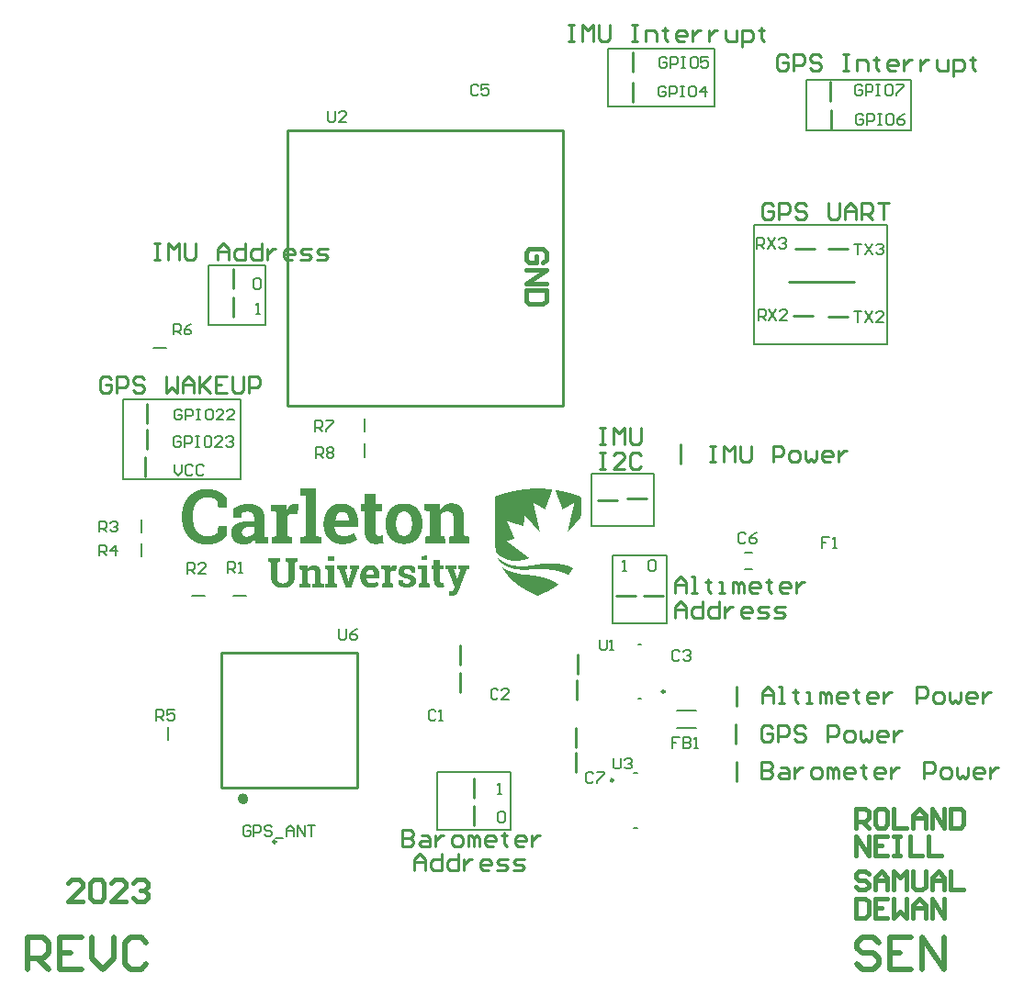
<source format=gbr>
%TF.GenerationSoftware,Altium Limited,Altium Designer,23.2.1 (34)*%
G04 Layer_Color=65535*
%FSLAX45Y45*%
%MOMM*%
%TF.SameCoordinates,CECF9715-3839-4E6E-A075-D830FB70F3A2*%
%TF.FilePolarity,Positive*%
%TF.FileFunction,Legend,Top*%
%TF.Part,Single*%
G01*
G75*
%TA.AperFunction,NonConductor*%
%ADD32C,0.25400*%
%ADD44C,0.50000*%
%ADD45C,0.25000*%
%ADD46C,0.12700*%
%ADD47C,0.20000*%
%ADD48C,0.40000*%
%ADD49C,0.38100*%
%ADD50C,0.15000*%
%ADD51C,0.50800*%
G36*
X2062706Y4811957D02*
X2077268D01*
Y4811263D01*
X2084895D01*
Y4810570D01*
X2091136D01*
Y4809876D01*
X2096683D01*
Y4809183D01*
X2100843D01*
Y4808489D01*
X2105004D01*
Y4807796D01*
X2109164D01*
Y4807103D01*
X2112631D01*
Y4806409D01*
X2115405D01*
Y4805716D01*
X2118872D01*
Y4805022D01*
X2121645D01*
Y4804329D01*
X2124419D01*
Y4803636D01*
X2126499D01*
Y4802942D01*
X2129273D01*
Y4802249D01*
X2131353D01*
Y4801556D01*
X2134127D01*
Y4800862D01*
X2136207D01*
Y4800169D01*
X2138287D01*
Y4799475D01*
X2140367D01*
Y4798782D01*
X2142448D01*
Y4798088D01*
X2144528D01*
Y4797395D01*
X2145914D01*
Y4796702D01*
X2147995D01*
Y4796008D01*
X2149382D01*
Y4795315D01*
X2151462D01*
Y4794621D01*
X2152849D01*
Y4793928D01*
X2154929D01*
Y4793235D01*
X2156315D01*
Y4792541D01*
X2157702D01*
Y4791848D01*
X2159783D01*
Y4791155D01*
X2161169D01*
Y4790461D01*
X2162556D01*
Y4789768D01*
X2163943D01*
Y4789074D01*
X2165330D01*
Y4788381D01*
X2166717D01*
Y4787687D01*
X2168103D01*
Y4786994D01*
X2169490D01*
Y4786301D01*
X2170877D01*
Y4785607D01*
X2172264D01*
Y4784914D01*
X2173651D01*
Y4784220D01*
X2175038D01*
Y4783527D01*
X2176424D01*
Y4782833D01*
X2177811D01*
Y4782140D01*
X2179198D01*
Y4781447D01*
X2179891D01*
Y4780753D01*
X2181278D01*
Y4780060D01*
X2182665D01*
Y4779367D01*
X2184052D01*
Y4778673D01*
X2184745D01*
Y4777980D01*
X2186132D01*
Y4777286D01*
X2187519D01*
Y4776593D01*
X2188212D01*
Y4775900D01*
X2189599D01*
Y4775206D01*
X2190986D01*
Y4774513D01*
X2191679D01*
Y4773819D01*
X2193066D01*
Y4773126D01*
X2193759D01*
Y4772432D01*
X2195146D01*
Y4771739D01*
X2195840D01*
Y4771046D01*
X2197226D01*
Y4770352D01*
X2197920D01*
Y4769659D01*
X2199306D01*
Y4768966D01*
X2200000D01*
Y4768272D01*
X2201387D01*
Y4767579D01*
X2202080D01*
Y4766885D01*
X2202774D01*
Y4766192D01*
X2204160D01*
Y4765498D01*
X2204854D01*
Y4764805D01*
X2205547D01*
Y4764112D01*
X2206934D01*
Y4763418D01*
X2207628D01*
Y4762725D01*
X2208321D01*
Y4762031D01*
X2209708D01*
Y4761338D01*
X2210401D01*
Y4760645D01*
X2211094D01*
Y4759951D01*
X2211788D01*
Y4759258D01*
X2213175D01*
Y4758565D01*
X2213868D01*
Y4757871D01*
X2214561D01*
Y4757178D01*
X2215255D01*
Y4756484D01*
X2215948D01*
Y4755791D01*
X2216642D01*
Y4755097D01*
X2218029D01*
Y4754404D01*
X2218722D01*
Y4753711D01*
X2219415D01*
Y4753017D01*
X2220109D01*
Y4752324D01*
X2220802D01*
Y4751630D01*
X2221495D01*
Y4750937D01*
X2222189D01*
Y4750244D01*
X2222882D01*
Y4749550D01*
X2223576D01*
Y4748857D01*
X2224963D01*
Y4748163D01*
X2225656D01*
Y4747470D01*
X2226349D01*
Y4746777D01*
X2227043D01*
Y4746083D01*
X2227736D01*
Y4745390D01*
X2228430D01*
Y4744696D01*
X2229123D01*
Y4744003D01*
X2229816D01*
Y4743310D01*
X2230510D01*
Y4742616D01*
X2231203D01*
Y4741229D01*
X2231896D01*
Y4740536D01*
X2232590D01*
Y4739843D01*
X2233283D01*
Y4739149D01*
X2233977D01*
Y4738456D01*
X2234670D01*
Y4737762D01*
X2235364D01*
Y4737069D01*
X2236057D01*
Y4734295D01*
X2236750D01*
Y4637912D01*
X2162556D01*
Y4639299D01*
X2161863D01*
Y4643460D01*
X2161169D01*
Y4647620D01*
X2160476D01*
Y4652474D01*
X2159783D01*
Y4656634D01*
X2159089D01*
Y4660795D01*
X2158396D01*
Y4665649D01*
X2157702D01*
Y4669809D01*
X2157009D01*
Y4673969D01*
X2156315D01*
Y4678823D01*
X2155622D01*
Y4682984D01*
X2154929D01*
Y4687144D01*
X2154235D01*
Y4691998D01*
X2153542D01*
Y4696158D01*
X2152849D01*
Y4700319D01*
X2152155D01*
Y4703786D01*
X2151462D01*
Y4704479D01*
X2150768D01*
Y4705172D01*
X2150075D01*
Y4705866D01*
X2149382D01*
Y4706559D01*
X2148688D01*
Y4707253D01*
X2147995D01*
Y4707946D01*
X2147301D01*
Y4708639D01*
X2146608D01*
Y4709333D01*
X2145221D01*
Y4710026D01*
X2144528D01*
Y4710720D01*
X2143834D01*
Y4711413D01*
X2143141D01*
Y4712106D01*
X2141754D01*
Y4712800D01*
X2141061D01*
Y4713493D01*
X2140367D01*
Y4714187D01*
X2138980D01*
Y4714880D01*
X2138287D01*
Y4715573D01*
X2136900D01*
Y4716267D01*
X2136207D01*
Y4716960D01*
X2134820D01*
Y4717654D01*
X2133433D01*
Y4718347D01*
X2132740D01*
Y4719040D01*
X2131353D01*
Y4719734D01*
X2129966D01*
Y4720427D01*
X2128579D01*
Y4721121D01*
X2127193D01*
Y4721814D01*
X2125806D01*
Y4722507D01*
X2124419D01*
Y4723201D01*
X2123032D01*
Y4723894D01*
X2121645D01*
Y4724588D01*
X2120259D01*
Y4725281D01*
X2118178D01*
Y4725975D01*
X2116792D01*
Y4726668D01*
X2114711D01*
Y4727361D01*
X2112631D01*
Y4728055D01*
X2111244D01*
Y4728748D01*
X2109164D01*
Y4729442D01*
X2106391D01*
Y4730135D01*
X2104310D01*
Y4730828D01*
X2101537D01*
Y4731522D01*
X2098070D01*
Y4732215D01*
X2094603D01*
Y4732908D01*
X2091136D01*
Y4733602D01*
X2086282D01*
Y4734295D01*
X2080041D01*
Y4734989D01*
X2068253D01*
Y4735682D01*
X2057159D01*
Y4734989D01*
X2046064D01*
Y4734295D01*
X2040517D01*
Y4733602D01*
X2036357D01*
Y4732908D01*
X2032196D01*
Y4732215D01*
X2029423D01*
Y4731522D01*
X2025956D01*
Y4730828D01*
X2023876D01*
Y4730135D01*
X2021102D01*
Y4729442D01*
X2019022D01*
Y4728748D01*
X2016942D01*
Y4728055D01*
X2014861D01*
Y4727361D01*
X2012781D01*
Y4726668D01*
X2011394D01*
Y4725975D01*
X2009314D01*
Y4725281D01*
X2007927D01*
Y4724588D01*
X2006541D01*
Y4723894D01*
X2004460D01*
Y4723201D01*
X2003073D01*
Y4722507D01*
X2001687D01*
Y4721814D01*
X2000300D01*
Y4721121D01*
X1999606D01*
Y4720427D01*
X1998220D01*
Y4719734D01*
X1996833D01*
Y4719040D01*
X1995446D01*
Y4718347D01*
X1994753D01*
Y4717654D01*
X1993366D01*
Y4716960D01*
X1991979D01*
Y4716267D01*
X1991286D01*
Y4715573D01*
X1989899D01*
Y4714880D01*
X1989205D01*
Y4714187D01*
X1988512D01*
Y4713493D01*
X1987125D01*
Y4712800D01*
X1986432D01*
Y4712106D01*
X1985045D01*
Y4711413D01*
X1984352D01*
Y4710720D01*
X1983658D01*
Y4710026D01*
X1982965D01*
Y4709333D01*
X1981578D01*
Y4708639D01*
X1980885D01*
Y4707946D01*
X1980191D01*
Y4707253D01*
X1979498D01*
Y4706559D01*
X1978804D01*
Y4705866D01*
X1978111D01*
Y4705172D01*
X1977417D01*
Y4704479D01*
X1976724D01*
Y4703786D01*
X1976031D01*
Y4703092D01*
X1974644D01*
Y4702399D01*
X1973951D01*
Y4701705D01*
X1973257D01*
Y4701012D01*
X1972564D01*
Y4699625D01*
X1971870D01*
Y4698932D01*
X1971177D01*
Y4698238D01*
X1970483D01*
Y4697545D01*
X1969790D01*
Y4696852D01*
X1969097D01*
Y4696158D01*
X1968403D01*
Y4695465D01*
X1967710D01*
Y4694771D01*
X1967016D01*
Y4693385D01*
X1966323D01*
Y4692691D01*
X1965630D01*
Y4691998D01*
X1964936D01*
Y4691304D01*
X1964243D01*
Y4689917D01*
X1963550D01*
Y4689224D01*
X1962856D01*
Y4688531D01*
X1962163D01*
Y4687837D01*
X1961469D01*
Y4686451D01*
X1960776D01*
Y4685757D01*
X1960082D01*
Y4684370D01*
X1959389D01*
Y4683677D01*
X1958696D01*
Y4682290D01*
X1958002D01*
Y4681597D01*
X1957309D01*
Y4680210D01*
X1956615D01*
Y4679516D01*
X1955922D01*
Y4678130D01*
X1955229D01*
Y4677436D01*
X1954535D01*
Y4676050D01*
X1953842D01*
Y4674663D01*
X1953148D01*
Y4673969D01*
X1952455D01*
Y4672582D01*
X1951762D01*
Y4671196D01*
X1951068D01*
Y4669809D01*
X1950375D01*
Y4668422D01*
X1949681D01*
Y4667729D01*
X1948988D01*
Y4666342D01*
X1948295D01*
Y4664955D01*
X1947601D01*
Y4663568D01*
X1946908D01*
Y4661488D01*
X1946214D01*
Y4660101D01*
X1945521D01*
Y4658714D01*
X1944827D01*
Y4657327D01*
X1944134D01*
Y4655941D01*
X1943441D01*
Y4653861D01*
X1942747D01*
Y4652474D01*
X1942054D01*
Y4650394D01*
X1941361D01*
Y4649007D01*
X1940667D01*
Y4646926D01*
X1939974D01*
Y4644846D01*
X1939280D01*
Y4642766D01*
X1938587D01*
Y4640686D01*
X1937894D01*
Y4638606D01*
X1937200D01*
Y4636525D01*
X1936507D01*
Y4633752D01*
X1935813D01*
Y4631672D01*
X1935120D01*
Y4628898D01*
X1934426D01*
Y4626124D01*
X1933733D01*
Y4623351D01*
X1933040D01*
Y4619884D01*
X1932346D01*
Y4616417D01*
X1931653D01*
Y4612950D01*
X1930960D01*
Y4608789D01*
X1930266D01*
Y4603935D01*
X1929573D01*
Y4598388D01*
X1928879D01*
Y4591454D01*
X1928186D01*
Y4581053D01*
X1927492D01*
Y4533902D01*
X1928186D01*
Y4523501D01*
X1928879D01*
Y4515873D01*
X1929573D01*
Y4510326D01*
X1930266D01*
Y4505472D01*
X1930960D01*
Y4501312D01*
X1931653D01*
Y4497152D01*
X1932346D01*
Y4493684D01*
X1933040D01*
Y4490911D01*
X1933733D01*
Y4487444D01*
X1934426D01*
Y4484670D01*
X1935120D01*
Y4481897D01*
X1935813D01*
Y4479816D01*
X1936507D01*
Y4477043D01*
X1937200D01*
Y4474963D01*
X1937894D01*
Y4472882D01*
X1938587D01*
Y4470802D01*
X1939280D01*
Y4468722D01*
X1939974D01*
Y4466642D01*
X1940667D01*
Y4464562D01*
X1941361D01*
Y4462481D01*
X1942054D01*
Y4461094D01*
X1942747D01*
Y4459014D01*
X1943441D01*
Y4457627D01*
X1944134D01*
Y4456241D01*
X1944827D01*
Y4454161D01*
X1945521D01*
Y4452774D01*
X1946214D01*
Y4451387D01*
X1946908D01*
Y4450000D01*
X1947601D01*
Y4448613D01*
X1948295D01*
Y4447226D01*
X1948988D01*
Y4445839D01*
X1949681D01*
Y4444453D01*
X1950375D01*
Y4443066D01*
X1951068D01*
Y4441679D01*
X1951762D01*
Y4440292D01*
X1952455D01*
Y4439599D01*
X1953148D01*
Y4438212D01*
X1953842D01*
Y4436825D01*
X1954535D01*
Y4436132D01*
X1955229D01*
Y4434745D01*
X1955922D01*
Y4433358D01*
X1956615D01*
Y4432665D01*
X1957309D01*
Y4431278D01*
X1958002D01*
Y4430585D01*
X1958696D01*
Y4429198D01*
X1959389D01*
Y4428504D01*
X1960082D01*
Y4427118D01*
X1960776D01*
Y4426424D01*
X1961469D01*
Y4425037D01*
X1962163D01*
Y4424344D01*
X1962856D01*
Y4423651D01*
X1963550D01*
Y4422264D01*
X1964243D01*
Y4421571D01*
X1964936D01*
Y4420877D01*
X1965630D01*
Y4420184D01*
X1966323D01*
Y4418797D01*
X1967016D01*
Y4418103D01*
X1967710D01*
Y4417410D01*
X1968403D01*
Y4416717D01*
X1969097D01*
Y4416023D01*
X1969790D01*
Y4414636D01*
X1970483D01*
Y4413943D01*
X1971177D01*
Y4413250D01*
X1971870D01*
Y4412556D01*
X1972564D01*
Y4411863D01*
X1973257D01*
Y4411169D01*
X1973951D01*
Y4410476D01*
X1974644D01*
Y4409783D01*
X1975337D01*
Y4409089D01*
X1976031D01*
Y4408396D01*
X1976724D01*
Y4407702D01*
X1977417D01*
Y4407009D01*
X1978111D01*
Y4406316D01*
X1978804D01*
Y4405622D01*
X1979498D01*
Y4404929D01*
X1980885D01*
Y4404235D01*
X1981578D01*
Y4403542D01*
X1982271D01*
Y4402848D01*
X1982965D01*
Y4402155D01*
X1983658D01*
Y4401462D01*
X1985045D01*
Y4400768D01*
X1985738D01*
Y4400075D01*
X1986432D01*
Y4399382D01*
X1987818D01*
Y4398688D01*
X1988512D01*
Y4397995D01*
X1989205D01*
Y4397301D01*
X1990592D01*
Y4396608D01*
X1991286D01*
Y4395914D01*
X1992672D01*
Y4395221D01*
X1993366D01*
Y4394528D01*
X1994753D01*
Y4393834D01*
X1995446D01*
Y4393141D01*
X1996833D01*
Y4392447D01*
X1998220D01*
Y4391754D01*
X1999606D01*
Y4391061D01*
X2000993D01*
Y4390367D01*
X2001687D01*
Y4389674D01*
X2003073D01*
Y4388981D01*
X2004460D01*
Y4388287D01*
X2006541D01*
Y4387594D01*
X2007927D01*
Y4386900D01*
X2009314D01*
Y4386207D01*
X2010701D01*
Y4385513D01*
X2012781D01*
Y4384820D01*
X2014861D01*
Y4384127D01*
X2016248D01*
Y4383433D01*
X2018328D01*
Y4382740D01*
X2021102D01*
Y4382046D01*
X2023182D01*
Y4381353D01*
X2025956D01*
Y4380660D01*
X2028729D01*
Y4379966D01*
X2032196D01*
Y4379273D01*
X2035663D01*
Y4378580D01*
X2039824D01*
Y4377886D01*
X2046064D01*
Y4377193D01*
X2077268D01*
Y4377886D01*
X2083508D01*
Y4378580D01*
X2088362D01*
Y4379273D01*
X2092522D01*
Y4379966D01*
X2095989D01*
Y4380660D01*
X2099457D01*
Y4381353D01*
X2102230D01*
Y4382046D01*
X2105004D01*
Y4382740D01*
X2107777D01*
Y4383433D01*
X2109858D01*
Y4384127D01*
X2111938D01*
Y4384820D01*
X2114018D01*
Y4385513D01*
X2116098D01*
Y4386207D01*
X2118178D01*
Y4386900D01*
X2119565D01*
Y4387594D01*
X2121645D01*
Y4388287D01*
X2123032D01*
Y4388981D01*
X2124419D01*
Y4389674D01*
X2126499D01*
Y4390367D01*
X2127886D01*
Y4391061D01*
X2129273D01*
Y4391754D01*
X2130660D01*
Y4392447D01*
X2132047D01*
Y4393141D01*
X2132740D01*
Y4393834D01*
X2134127D01*
Y4394528D01*
X2135513D01*
Y4395221D01*
X2136900D01*
Y4395914D01*
X2137594D01*
Y4396608D01*
X2138980D01*
Y4397301D01*
X2139674D01*
Y4397995D01*
X2141061D01*
Y4398688D01*
X2141754D01*
Y4399382D01*
X2142448D01*
Y4400075D01*
X2143834D01*
Y4400768D01*
X2144528D01*
Y4401462D01*
X2145221D01*
Y4402155D01*
X2145914D01*
Y4402848D01*
X2147301D01*
Y4403542D01*
X2147995D01*
Y4404235D01*
X2148688D01*
Y4404929D01*
X2149382D01*
Y4405622D01*
X2150075D01*
Y4406316D01*
X2150768D01*
Y4407009D01*
X2151462D01*
Y4407702D01*
X2152155D01*
Y4408396D01*
X2152849D01*
Y4411169D01*
X2153542D01*
Y4416023D01*
X2154235D01*
Y4420184D01*
X2154929D01*
Y4425037D01*
X2155622D01*
Y4429198D01*
X2156315D01*
Y4434052D01*
X2157009D01*
Y4438906D01*
X2157702D01*
Y4443066D01*
X2158396D01*
Y4447920D01*
X2159089D01*
Y4452080D01*
X2159783D01*
Y4456934D01*
X2160476D01*
Y4461788D01*
X2161169D01*
Y4465948D01*
X2161863D01*
Y4470802D01*
X2162556D01*
Y4474963D01*
X2172957D01*
Y4475656D01*
X2236750D01*
Y4474963D01*
X2237444D01*
Y4376499D01*
X2236750D01*
Y4375806D01*
X2236057D01*
Y4375112D01*
X2235364D01*
Y4374419D01*
X2234670D01*
Y4373726D01*
X2233977D01*
Y4372339D01*
X2233283D01*
Y4371645D01*
X2232590D01*
Y4370952D01*
X2231896D01*
Y4370259D01*
X2231203D01*
Y4369565D01*
X2230510D01*
Y4368872D01*
X2229816D01*
Y4368178D01*
X2229123D01*
Y4367485D01*
X2228430D01*
Y4366792D01*
X2227736D01*
Y4366098D01*
X2227043D01*
Y4365405D01*
X2226349D01*
Y4364711D01*
X2225656D01*
Y4364018D01*
X2224963D01*
Y4363325D01*
X2224269D01*
Y4362631D01*
X2223576D01*
Y4361938D01*
X2222882D01*
Y4361244D01*
X2222189D01*
Y4360551D01*
X2221495D01*
Y4359858D01*
X2220109D01*
Y4359164D01*
X2219415D01*
Y4358471D01*
X2218722D01*
Y4357777D01*
X2218029D01*
Y4357084D01*
X2217335D01*
Y4356391D01*
X2216642D01*
Y4355697D01*
X2215948D01*
Y4355004D01*
X2214561D01*
Y4354310D01*
X2213868D01*
Y4353617D01*
X2213175D01*
Y4352923D01*
X2212481D01*
Y4352230D01*
X2211788D01*
Y4351537D01*
X2210401D01*
Y4350843D01*
X2209708D01*
Y4350150D01*
X2209014D01*
Y4349457D01*
X2208321D01*
Y4348763D01*
X2206934D01*
Y4348070D01*
X2206241D01*
Y4347376D01*
X2205547D01*
Y4346683D01*
X2204160D01*
Y4345990D01*
X2203467D01*
Y4345296D01*
X2202774D01*
Y4344603D01*
X2201387D01*
Y4343909D01*
X2200693D01*
Y4343216D01*
X2199306D01*
Y4342522D01*
X2198613D01*
Y4341829D01*
X2197226D01*
Y4341136D01*
X2196533D01*
Y4340442D01*
X2195146D01*
Y4339749D01*
X2194453D01*
Y4339056D01*
X2193066D01*
Y4338362D01*
X2192373D01*
Y4337669D01*
X2190986D01*
Y4336975D01*
X2190292D01*
Y4336282D01*
X2188905D01*
Y4335588D01*
X2187519D01*
Y4334895D01*
X2186825D01*
Y4334202D01*
X2185439D01*
Y4333508D01*
X2184052D01*
Y4332815D01*
X2183358D01*
Y4332121D01*
X2181972D01*
Y4331428D01*
X2180585D01*
Y4330735D01*
X2179198D01*
Y4330041D01*
X2177811D01*
Y4329348D01*
X2177118D01*
Y4328655D01*
X2175731D01*
Y4327961D01*
X2174344D01*
Y4327268D01*
X2172957D01*
Y4326574D01*
X2171570D01*
Y4325881D01*
X2170184D01*
Y4325187D01*
X2168797D01*
Y4324494D01*
X2167410D01*
Y4323801D01*
X2166023D01*
Y4323107D01*
X2163943D01*
Y4322414D01*
X2162556D01*
Y4321720D01*
X2161169D01*
Y4321027D01*
X2159783D01*
Y4320333D01*
X2157702D01*
Y4319640D01*
X2156315D01*
Y4318947D01*
X2154929D01*
Y4318253D01*
X2152849D01*
Y4317560D01*
X2151462D01*
Y4316867D01*
X2149382D01*
Y4316173D01*
X2147995D01*
Y4315480D01*
X2145914D01*
Y4314786D01*
X2143834D01*
Y4314093D01*
X2141754D01*
Y4313400D01*
X2139674D01*
Y4312706D01*
X2137594D01*
Y4312013D01*
X2135513D01*
Y4311319D01*
X2133433D01*
Y4310626D01*
X2130660D01*
Y4309932D01*
X2128579D01*
Y4309239D01*
X2125806D01*
Y4308546D01*
X2123032D01*
Y4307852D01*
X2120259D01*
Y4307159D01*
X2117485D01*
Y4306466D01*
X2114018D01*
Y4305772D01*
X2110551D01*
Y4305079D01*
X2107084D01*
Y4304385D01*
X2102923D01*
Y4303692D01*
X2098763D01*
Y4302999D01*
X2093909D01*
Y4302305D01*
X2088362D01*
Y4301612D01*
X2080735D01*
Y4300918D01*
X2071027D01*
Y4300225D01*
X2041211D01*
Y4300918D01*
X2031503D01*
Y4301612D01*
X2024569D01*
Y4302305D01*
X2019022D01*
Y4302999D01*
X2014861D01*
Y4303692D01*
X2010701D01*
Y4304385D01*
X2006541D01*
Y4305079D01*
X2003073D01*
Y4305772D01*
X2000300D01*
Y4306466D01*
X1997526D01*
Y4307159D01*
X1994753D01*
Y4307852D01*
X1991979D01*
Y4308546D01*
X1989205D01*
Y4309239D01*
X1987125D01*
Y4309932D01*
X1984352D01*
Y4310626D01*
X1982271D01*
Y4311319D01*
X1980191D01*
Y4312013D01*
X1978111D01*
Y4312706D01*
X1976031D01*
Y4313400D01*
X1973951D01*
Y4314093D01*
X1972564D01*
Y4314786D01*
X1970483D01*
Y4315480D01*
X1969097D01*
Y4316173D01*
X1967016D01*
Y4316867D01*
X1965630D01*
Y4317560D01*
X1963550D01*
Y4318253D01*
X1962163D01*
Y4318947D01*
X1960776D01*
Y4319640D01*
X1959389D01*
Y4320333D01*
X1957309D01*
Y4321027D01*
X1955922D01*
Y4321720D01*
X1954535D01*
Y4322414D01*
X1953148D01*
Y4323107D01*
X1951762D01*
Y4323801D01*
X1950375D01*
Y4324494D01*
X1948988D01*
Y4325187D01*
X1947601D01*
Y4325881D01*
X1946908D01*
Y4326574D01*
X1945521D01*
Y4327268D01*
X1944134D01*
Y4327961D01*
X1942747D01*
Y4328655D01*
X1942054D01*
Y4329348D01*
X1940667D01*
Y4330041D01*
X1939280D01*
Y4330735D01*
X1938587D01*
Y4331428D01*
X1937200D01*
Y4332121D01*
X1935813D01*
Y4332815D01*
X1935120D01*
Y4333508D01*
X1933733D01*
Y4334202D01*
X1933040D01*
Y4334895D01*
X1931653D01*
Y4335588D01*
X1930960D01*
Y4336282D01*
X1929573D01*
Y4336975D01*
X1928879D01*
Y4337669D01*
X1927492D01*
Y4338362D01*
X1926799D01*
Y4339056D01*
X1925412D01*
Y4339749D01*
X1924719D01*
Y4340442D01*
X1924025D01*
Y4341136D01*
X1922639D01*
Y4341829D01*
X1921945D01*
Y4342522D01*
X1921252D01*
Y4343216D01*
X1919865D01*
Y4343909D01*
X1919172D01*
Y4344603D01*
X1918478D01*
Y4345296D01*
X1917091D01*
Y4345990D01*
X1916398D01*
Y4346683D01*
X1915705D01*
Y4347376D01*
X1915011D01*
Y4348070D01*
X1913624D01*
Y4348763D01*
X1912931D01*
Y4349457D01*
X1912238D01*
Y4350150D01*
X1911544D01*
Y4350843D01*
X1910851D01*
Y4351537D01*
X1910157D01*
Y4352230D01*
X1908771D01*
Y4352923D01*
X1908077D01*
Y4353617D01*
X1907384D01*
Y4354310D01*
X1906690D01*
Y4355004D01*
X1905997D01*
Y4355697D01*
X1905304D01*
Y4356391D01*
X1904610D01*
Y4357084D01*
X1903917D01*
Y4357777D01*
X1903223D01*
Y4358471D01*
X1902530D01*
Y4359164D01*
X1901837D01*
Y4359858D01*
X1901143D01*
Y4360551D01*
X1899756D01*
Y4361244D01*
X1899063D01*
Y4361938D01*
X1898370D01*
Y4362631D01*
X1897676D01*
Y4363325D01*
X1896983D01*
Y4364018D01*
X1896289D01*
Y4364711D01*
X1895596D01*
Y4366098D01*
X1894902D01*
Y4366792D01*
X1894209D01*
Y4367485D01*
X1893516D01*
Y4368178D01*
X1892822D01*
Y4368872D01*
X1892129D01*
Y4369565D01*
X1891436D01*
Y4370259D01*
X1890742D01*
Y4370952D01*
X1890049D01*
Y4371645D01*
X1889355D01*
Y4372339D01*
X1888662D01*
Y4373032D01*
X1887969D01*
Y4374419D01*
X1887275D01*
Y4375112D01*
X1886582D01*
Y4375806D01*
X1885888D01*
Y4376499D01*
X1885195D01*
Y4377193D01*
X1884501D01*
Y4377886D01*
X1883808D01*
Y4379273D01*
X1883115D01*
Y4379966D01*
X1882421D01*
Y4380660D01*
X1881728D01*
Y4381353D01*
X1881034D01*
Y4382046D01*
X1880341D01*
Y4383433D01*
X1879648D01*
Y4384127D01*
X1878954D01*
Y4384820D01*
X1878261D01*
Y4386207D01*
X1877567D01*
Y4386900D01*
X1876874D01*
Y4387594D01*
X1876181D01*
Y4388981D01*
X1875487D01*
Y4389674D01*
X1874794D01*
Y4390367D01*
X1874100D01*
Y4391754D01*
X1873407D01*
Y4392447D01*
X1872714D01*
Y4393141D01*
X1872020D01*
Y4394528D01*
X1871327D01*
Y4395221D01*
X1870633D01*
Y4396608D01*
X1869940D01*
Y4397301D01*
X1869247D01*
Y4398688D01*
X1868553D01*
Y4399382D01*
X1867860D01*
Y4400768D01*
X1867166D01*
Y4401462D01*
X1866473D01*
Y4402848D01*
X1865780D01*
Y4404235D01*
X1865086D01*
Y4404929D01*
X1864393D01*
Y4406316D01*
X1863699D01*
Y4407009D01*
X1863006D01*
Y4408396D01*
X1862313D01*
Y4409783D01*
X1861619D01*
Y4410476D01*
X1860926D01*
Y4411863D01*
X1860232D01*
Y4413250D01*
X1859539D01*
Y4414636D01*
X1858846D01*
Y4416023D01*
X1858152D01*
Y4416717D01*
X1857459D01*
Y4418103D01*
X1856765D01*
Y4419490D01*
X1856072D01*
Y4420877D01*
X1855379D01*
Y4422264D01*
X1854685D01*
Y4423651D01*
X1853992D01*
Y4425037D01*
X1853298D01*
Y4426424D01*
X1852605D01*
Y4427811D01*
X1851911D01*
Y4429891D01*
X1851218D01*
Y4431278D01*
X1850525D01*
Y4432665D01*
X1849831D01*
Y4434052D01*
X1849138D01*
Y4436132D01*
X1848445D01*
Y4437519D01*
X1847751D01*
Y4438906D01*
X1847058D01*
Y4440986D01*
X1846364D01*
Y4442373D01*
X1845671D01*
Y4444453D01*
X1844978D01*
Y4446533D01*
X1844284D01*
Y4447920D01*
X1843591D01*
Y4450000D01*
X1842897D01*
Y4452080D01*
X1842204D01*
Y4454161D01*
X1841510D01*
Y4456241D01*
X1840817D01*
Y4458321D01*
X1840124D01*
Y4460401D01*
X1839430D01*
Y4463175D01*
X1838737D01*
Y4465255D01*
X1838044D01*
Y4468028D01*
X1837350D01*
Y4470802D01*
X1836657D01*
Y4472882D01*
X1835963D01*
Y4476349D01*
X1835270D01*
Y4479123D01*
X1834576D01*
Y4481897D01*
X1833883D01*
Y4485364D01*
X1833190D01*
Y4488830D01*
X1832496D01*
Y4492991D01*
X1831803D01*
Y4497152D01*
X1831109D01*
Y4502005D01*
X1830416D01*
Y4506859D01*
X1829723D01*
Y4513100D01*
X1829029D01*
Y4520727D01*
X1828336D01*
Y4531822D01*
X1827643D01*
Y4581747D01*
X1828336D01*
Y4592841D01*
X1829029D01*
Y4599775D01*
X1829723D01*
Y4606016D01*
X1830416D01*
Y4611563D01*
X1831109D01*
Y4615723D01*
X1831803D01*
Y4619884D01*
X1832496D01*
Y4624044D01*
X1833190D01*
Y4627511D01*
X1833883D01*
Y4630978D01*
X1834576D01*
Y4633752D01*
X1835270D01*
Y4636525D01*
X1835963D01*
Y4639992D01*
X1836657D01*
Y4642073D01*
X1837350D01*
Y4644846D01*
X1838044D01*
Y4647620D01*
X1838737D01*
Y4649700D01*
X1839430D01*
Y4652474D01*
X1840124D01*
Y4654554D01*
X1840817D01*
Y4656634D01*
X1841510D01*
Y4658714D01*
X1842204D01*
Y4660795D01*
X1842897D01*
Y4662875D01*
X1843591D01*
Y4664955D01*
X1844284D01*
Y4666342D01*
X1844978D01*
Y4668422D01*
X1845671D01*
Y4670502D01*
X1846364D01*
Y4671889D01*
X1847058D01*
Y4673969D01*
X1847751D01*
Y4675356D01*
X1848445D01*
Y4676743D01*
X1849138D01*
Y4678823D01*
X1849831D01*
Y4680210D01*
X1850525D01*
Y4681597D01*
X1851218D01*
Y4682984D01*
X1851911D01*
Y4684370D01*
X1852605D01*
Y4686451D01*
X1853298D01*
Y4687837D01*
X1853992D01*
Y4689224D01*
X1854685D01*
Y4690611D01*
X1855379D01*
Y4691998D01*
X1856072D01*
Y4693385D01*
X1856765D01*
Y4694078D01*
X1857459D01*
Y4695465D01*
X1858152D01*
Y4696852D01*
X1858846D01*
Y4698238D01*
X1859539D01*
Y4699625D01*
X1860232D01*
Y4701012D01*
X1860926D01*
Y4701705D01*
X1861619D01*
Y4703092D01*
X1862313D01*
Y4704479D01*
X1863006D01*
Y4705172D01*
X1863699D01*
Y4706559D01*
X1864393D01*
Y4707946D01*
X1865086D01*
Y4708639D01*
X1865780D01*
Y4710026D01*
X1866473D01*
Y4710720D01*
X1867166D01*
Y4712106D01*
X1867860D01*
Y4713493D01*
X1868553D01*
Y4714187D01*
X1869247D01*
Y4715573D01*
X1869940D01*
Y4716267D01*
X1870633D01*
Y4716960D01*
X1871327D01*
Y4718347D01*
X1872020D01*
Y4719040D01*
X1872714D01*
Y4720427D01*
X1873407D01*
Y4721121D01*
X1874100D01*
Y4722507D01*
X1874794D01*
Y4723201D01*
X1875487D01*
Y4723894D01*
X1876181D01*
Y4725281D01*
X1876874D01*
Y4725975D01*
X1877567D01*
Y4726668D01*
X1878261D01*
Y4728055D01*
X1878954D01*
Y4728748D01*
X1879648D01*
Y4729442D01*
X1880341D01*
Y4730135D01*
X1881034D01*
Y4731522D01*
X1881728D01*
Y4732215D01*
X1882421D01*
Y4732908D01*
X1883115D01*
Y4733602D01*
X1883808D01*
Y4734989D01*
X1884501D01*
Y4735682D01*
X1885195D01*
Y4736376D01*
X1885888D01*
Y4737069D01*
X1886582D01*
Y4737762D01*
X1887275D01*
Y4738456D01*
X1887969D01*
Y4739843D01*
X1888662D01*
Y4740536D01*
X1889355D01*
Y4741229D01*
X1890049D01*
Y4741923D01*
X1890742D01*
Y4742616D01*
X1891436D01*
Y4743310D01*
X1892129D01*
Y4744003D01*
X1892822D01*
Y4744696D01*
X1893516D01*
Y4745390D01*
X1894209D01*
Y4746083D01*
X1894902D01*
Y4746777D01*
X1895596D01*
Y4747470D01*
X1896289D01*
Y4748163D01*
X1896983D01*
Y4748857D01*
X1897676D01*
Y4749550D01*
X1898370D01*
Y4750937D01*
X1899756D01*
Y4751630D01*
X1900450D01*
Y4752324D01*
X1901143D01*
Y4753017D01*
X1901837D01*
Y4753711D01*
X1902530D01*
Y4754404D01*
X1903223D01*
Y4755097D01*
X1903917D01*
Y4755791D01*
X1904610D01*
Y4756484D01*
X1905304D01*
Y4757178D01*
X1905997D01*
Y4757871D01*
X1906690D01*
Y4758565D01*
X1907384D01*
Y4759258D01*
X1908077D01*
Y4759951D01*
X1908771D01*
Y4760645D01*
X1910157D01*
Y4761338D01*
X1910851D01*
Y4762031D01*
X1911544D01*
Y4762725D01*
X1912238D01*
Y4763418D01*
X1912931D01*
Y4764112D01*
X1914318D01*
Y4764805D01*
X1915011D01*
Y4765498D01*
X1915705D01*
Y4766192D01*
X1916398D01*
Y4766885D01*
X1917091D01*
Y4767579D01*
X1918478D01*
Y4768272D01*
X1919172D01*
Y4768966D01*
X1919865D01*
Y4769659D01*
X1921252D01*
Y4770352D01*
X1921945D01*
Y4771046D01*
X1922639D01*
Y4771739D01*
X1924025D01*
Y4772432D01*
X1924719D01*
Y4773126D01*
X1925412D01*
Y4773819D01*
X1926799D01*
Y4774513D01*
X1927492D01*
Y4775206D01*
X1928879D01*
Y4775900D01*
X1929573D01*
Y4776593D01*
X1930960D01*
Y4777286D01*
X1931653D01*
Y4777980D01*
X1933040D01*
Y4778673D01*
X1933733D01*
Y4779367D01*
X1935120D01*
Y4780060D01*
X1935813D01*
Y4780753D01*
X1937200D01*
Y4781447D01*
X1938587D01*
Y4782140D01*
X1939280D01*
Y4782833D01*
X1940667D01*
Y4783527D01*
X1942054D01*
Y4784220D01*
X1942747D01*
Y4784914D01*
X1944134D01*
Y4785607D01*
X1945521D01*
Y4786301D01*
X1946908D01*
Y4786994D01*
X1948295D01*
Y4787687D01*
X1949681D01*
Y4788381D01*
X1951068D01*
Y4789074D01*
X1952455D01*
Y4789768D01*
X1953842D01*
Y4790461D01*
X1955229D01*
Y4791155D01*
X1956615D01*
Y4791848D01*
X1958002D01*
Y4792541D01*
X1959389D01*
Y4793235D01*
X1960776D01*
Y4793928D01*
X1962856D01*
Y4794621D01*
X1964243D01*
Y4795315D01*
X1965630D01*
Y4796008D01*
X1967710D01*
Y4796702D01*
X1969097D01*
Y4797395D01*
X1971177D01*
Y4798088D01*
X1972564D01*
Y4798782D01*
X1974644D01*
Y4799475D01*
X1976724D01*
Y4800169D01*
X1978804D01*
Y4800862D01*
X1980885D01*
Y4801556D01*
X1982965D01*
Y4802249D01*
X1985045D01*
Y4802942D01*
X1987818D01*
Y4803636D01*
X1989899D01*
Y4804329D01*
X1992672D01*
Y4805022D01*
X1995446D01*
Y4805716D01*
X1998220D01*
Y4806409D01*
X2001687D01*
Y4807103D01*
X2004460D01*
Y4807796D01*
X2008621D01*
Y4808489D01*
X2012088D01*
Y4809183D01*
X2016248D01*
Y4809876D01*
X2021795D01*
Y4810570D01*
X2027343D01*
Y4811263D01*
X2034970D01*
Y4811957D01*
X2048838D01*
Y4812650D01*
X2062706D01*
Y4811957D01*
D02*
G37*
G36*
X5137256Y4816117D02*
X5155285D01*
Y4815423D01*
X5167766D01*
Y4814730D01*
X5178861D01*
Y4814037D01*
X5187875D01*
Y4813343D01*
X5196196D01*
Y4812650D01*
X5203823D01*
Y4811957D01*
X5210757D01*
Y4811263D01*
X5216998D01*
Y4810570D01*
X5223238D01*
Y4809876D01*
X5229479D01*
Y4809183D01*
X5235026D01*
Y4808489D01*
X5240573D01*
Y4807796D01*
X5241960D01*
Y4805716D01*
X5241267D01*
Y4803636D01*
X5240573D01*
Y4801556D01*
X5239880D01*
Y4800169D01*
X5239187D01*
Y4798088D01*
X5238493D01*
Y4796008D01*
X5237800D01*
Y4794621D01*
X5237106D01*
Y4792541D01*
X5236413D01*
Y4791155D01*
Y4790461D01*
X5235720D01*
Y4788381D01*
X5235026D01*
Y4786994D01*
X5234333D01*
Y4784914D01*
X5233639D01*
Y4782833D01*
X5232946D01*
Y4781447D01*
X5232253D01*
Y4779367D01*
X5231559D01*
Y4777286D01*
X5230866D01*
Y4775206D01*
X5230172D01*
Y4773819D01*
X5229479D01*
Y4771739D01*
X5228786D01*
Y4769659D01*
X5228092D01*
Y4768272D01*
X5227399D01*
Y4766192D01*
X5226705D01*
Y4764112D01*
X5226012D01*
Y4762031D01*
X5225318D01*
Y4760645D01*
X5224625D01*
Y4758565D01*
X5223932D01*
Y4756484D01*
X5223238D01*
Y4754404D01*
X5222545D01*
Y4753017D01*
X5221852D01*
Y4750937D01*
X5221158D01*
Y4748857D01*
X5220465D01*
Y4747470D01*
X5219771D01*
Y4745390D01*
X5219078D01*
Y4743310D01*
X5218385D01*
Y4741229D01*
X5217691D01*
Y4739843D01*
X5216998D01*
Y4737762D01*
X5216304D01*
Y4735682D01*
X5215611D01*
Y4734295D01*
X5214917D01*
Y4732215D01*
X5214224D01*
Y4730135D01*
X5213531D01*
Y4728055D01*
X5212837D01*
Y4726668D01*
X5212144D01*
Y4724588D01*
X5211451D01*
Y4722507D01*
X5210757D01*
Y4721121D01*
X5210064D01*
Y4719040D01*
X5209370D01*
Y4716960D01*
X5208677D01*
Y4714880D01*
X5207983D01*
Y4713493D01*
X5207290D01*
Y4711413D01*
X5206597D01*
Y4709333D01*
X5205903D01*
Y4707253D01*
X5205210D01*
Y4705866D01*
X5204516D01*
Y4703786D01*
X5203823D01*
Y4701705D01*
X5203130D01*
Y4700319D01*
X5202436D01*
Y4698238D01*
X5201743D01*
Y4696158D01*
X5201050D01*
Y4694078D01*
X5200356D01*
Y4692691D01*
X5199663D01*
Y4690611D01*
X5198969D01*
Y4688531D01*
X5198276D01*
Y4687144D01*
X5197582D01*
Y4685064D01*
X5196889D01*
Y4682984D01*
X5196196D01*
Y4680903D01*
X5195502D01*
Y4679516D01*
X5194809D01*
Y4677436D01*
X5194115D01*
Y4675356D01*
X5193422D01*
Y4673969D01*
X5192729D01*
Y4671889D01*
X5192035D01*
Y4669809D01*
X5191342D01*
Y4667729D01*
X5190648D01*
Y4666342D01*
X5189955D01*
Y4664262D01*
X5189262D01*
Y4662181D01*
X5188568D01*
Y4660795D01*
X5187875D01*
Y4658714D01*
X5187181D01*
Y4656634D01*
X5186488D01*
Y4654554D01*
X5185795D01*
Y4653167D01*
X5185101D01*
Y4651087D01*
X5184408D01*
Y4649007D01*
X5183714D01*
Y4646926D01*
X5183021D01*
Y4645540D01*
X5182327D01*
Y4643460D01*
X5181634D01*
Y4641379D01*
X5180941D01*
Y4639992D01*
X5180247D01*
Y4637912D01*
X5179554D01*
Y4635832D01*
X5178861D01*
Y4633752D01*
X5178167D01*
Y4632365D01*
X5177474D01*
Y4630285D01*
X5176780D01*
Y4628205D01*
X5176087D01*
Y4626818D01*
X5175394D01*
Y4626124D01*
X5174700D01*
Y4626818D01*
X5173313D01*
Y4627511D01*
X5172620D01*
Y4628205D01*
X5171233D01*
Y4628898D01*
X5169846D01*
Y4629591D01*
X5168460D01*
Y4630285D01*
X5167073D01*
Y4630978D01*
X5165686D01*
Y4631672D01*
X5164299D01*
Y4632365D01*
X5162912D01*
Y4633059D01*
X5161525D01*
Y4633752D01*
X5160832D01*
Y4634445D01*
X5159445D01*
Y4635139D01*
X5158059D01*
Y4635832D01*
X5156672D01*
Y4636525D01*
X5155285D01*
Y4637219D01*
X5153898D01*
Y4637912D01*
X5152511D01*
Y4638606D01*
X5151124D01*
Y4639299D01*
X5149737D01*
Y4639992D01*
X5149044D01*
Y4640686D01*
X5147657D01*
Y4641379D01*
X5146271D01*
Y4642073D01*
X5144884D01*
Y4642766D01*
X5143497D01*
Y4643460D01*
X5142110D01*
Y4644153D01*
X5140723D01*
Y4644846D01*
X5139336D01*
Y4645540D01*
X5137950D01*
Y4646233D01*
X5137256D01*
Y4646926D01*
X5135870D01*
Y4647620D01*
X5134483D01*
Y4648313D01*
X5133096D01*
Y4649007D01*
X5131709D01*
Y4649700D01*
X5130322D01*
Y4650394D01*
X5128935D01*
Y4651087D01*
X5127549D01*
Y4651780D01*
X5126162D01*
Y4652474D01*
X5125469D01*
Y4653167D01*
X5124082D01*
Y4653861D01*
X5122695D01*
Y4654554D01*
X5121308D01*
Y4655247D01*
X5119921D01*
Y4655941D01*
X5118534D01*
Y4656634D01*
X5117148D01*
Y4657327D01*
X5115761D01*
Y4658021D01*
X5114374D01*
Y4658714D01*
X5113681D01*
Y4659408D01*
X5112294D01*
Y4660101D01*
X5110907D01*
Y4660795D01*
X5109520D01*
Y4661488D01*
X5108133D01*
Y4662181D01*
X5106746D01*
Y4662875D01*
X5105360D01*
Y4663568D01*
X5103973D01*
Y4664262D01*
X5102586D01*
Y4664955D01*
X5101893D01*
Y4665649D01*
X5100506D01*
Y4666342D01*
X5099119D01*
Y4667035D01*
X5097732D01*
Y4667729D01*
X5096345D01*
Y4668422D01*
X5094959D01*
Y4669115D01*
X5093572D01*
Y4669809D01*
X5092185D01*
Y4670502D01*
X5090798D01*
Y4671196D01*
X5090105D01*
Y4671889D01*
X5088718D01*
Y4672582D01*
X5087331D01*
Y4673276D01*
X5085944D01*
Y4673969D01*
X5084558D01*
Y4674663D01*
X5083171D01*
Y4675356D01*
X5081784D01*
Y4676050D01*
X5080397D01*
Y4676743D01*
X5079010D01*
Y4677436D01*
X5078317D01*
Y4678130D01*
X5076930D01*
Y4678823D01*
X5075543D01*
Y4679516D01*
X5074157D01*
Y4680210D01*
X5072770D01*
Y4680903D01*
X5071383D01*
Y4681597D01*
X5069996D01*
Y4682290D01*
X5068609D01*
Y4682984D01*
X5067223D01*
Y4683677D01*
X5066529D01*
Y4680210D01*
X5067223D01*
Y4677436D01*
X5067916D01*
Y4673969D01*
X5068609D01*
Y4671196D01*
X5069303D01*
Y4668422D01*
X5069996D01*
Y4664955D01*
X5070690D01*
Y4662181D01*
X5071383D01*
Y4659408D01*
X5072076D01*
Y4655941D01*
X5072770D01*
Y4653167D01*
X5073463D01*
Y4650394D01*
X5074157D01*
Y4646926D01*
X5074850D01*
Y4644153D01*
X5075543D01*
Y4640686D01*
X5076237D01*
Y4637912D01*
X5076930D01*
Y4635139D01*
X5077624D01*
Y4631672D01*
X5078317D01*
Y4628898D01*
X5079010D01*
Y4626124D01*
X5079704D01*
Y4622658D01*
X5080397D01*
Y4619884D01*
X5081091D01*
Y4617110D01*
X5081784D01*
Y4613643D01*
X5082478D01*
Y4610870D01*
X5083171D01*
Y4607403D01*
X5083864D01*
Y4604629D01*
X5084558D01*
Y4601855D01*
X5085251D01*
Y4598388D01*
X5085944D01*
Y4595615D01*
X5086638D01*
Y4592841D01*
X5087331D01*
Y4589374D01*
X5088025D01*
Y4586600D01*
X5088718D01*
Y4583827D01*
X5089411D01*
Y4580360D01*
X5090105D01*
Y4577586D01*
X5090798D01*
Y4574119D01*
X5091492D01*
Y4571346D01*
X5092185D01*
Y4568572D01*
X5092879D01*
Y4565105D01*
X5093572D01*
Y4562331D01*
X5094265D01*
Y4559558D01*
X5094959D01*
Y4556091D01*
X5095652D01*
Y4553317D01*
X5096345D01*
Y4550543D01*
X5097039D01*
Y4547077D01*
X5097732D01*
Y4544303D01*
X5098426D01*
Y4540836D01*
X5099119D01*
Y4538062D01*
X5099813D01*
Y4535289D01*
X5100506D01*
Y4531822D01*
X5101199D01*
Y4529048D01*
X5101893D01*
Y4526274D01*
X5102586D01*
Y4522807D01*
X5103280D01*
Y4520034D01*
X5103973D01*
Y4517260D01*
X5104666D01*
Y4513793D01*
X5105360D01*
Y4511019D01*
X5106053D01*
Y4507553D01*
X5106746D01*
Y4504779D01*
X5107440D01*
Y4502005D01*
X5108133D01*
Y4498538D01*
X5108827D01*
Y4495765D01*
X5109520D01*
Y4492991D01*
X5110214D01*
Y4489524D01*
X5110907D01*
Y4486750D01*
X5111600D01*
Y4483977D01*
X5112294D01*
Y4480510D01*
X5112987D01*
Y4477736D01*
X5113681D01*
Y4474269D01*
X5114374D01*
Y4471496D01*
X5115067D01*
Y4468722D01*
X5115761D01*
Y4465255D01*
X5116454D01*
Y4462481D01*
X5117148D01*
Y4459708D01*
X5117841D01*
Y4456241D01*
X5118534D01*
Y4453467D01*
X5119228D01*
Y4450693D01*
X5119921D01*
Y4447226D01*
X5120615D01*
Y4444453D01*
X5121308D01*
Y4440986D01*
X5122001D01*
Y4438212D01*
X5122695D01*
Y4435438D01*
X5123388D01*
Y4431972D01*
X5124082D01*
Y4429198D01*
X5124775D01*
Y4426424D01*
X5125469D01*
Y4422957D01*
X5126162D01*
Y4420184D01*
X5126855D01*
Y4417410D01*
X5127549D01*
Y4416717D01*
X5126162D01*
Y4417410D01*
X5125469D01*
Y4418797D01*
X5124775D01*
Y4419490D01*
X5124082D01*
Y4420184D01*
X5123388D01*
Y4420877D01*
X5122695D01*
Y4421571D01*
X5122001D01*
Y4422264D01*
X5121308D01*
Y4422957D01*
X5120615D01*
Y4423651D01*
X5119921D01*
Y4424344D01*
X5119228D01*
Y4425037D01*
X5118534D01*
Y4425731D01*
X5117841D01*
Y4426424D01*
X5117148D01*
Y4427118D01*
X5116454D01*
Y4428504D01*
X5115761D01*
Y4429198D01*
X5115067D01*
Y4429891D01*
X5114374D01*
Y4430585D01*
X5113681D01*
Y4431278D01*
X5112987D01*
Y4431972D01*
X5112294D01*
Y4432665D01*
X5111600D01*
Y4433358D01*
X5110907D01*
Y4434052D01*
X5110214D01*
Y4434745D01*
X5109520D01*
Y4435438D01*
X5108827D01*
Y4436132D01*
X5108133D01*
Y4436825D01*
X5107440D01*
Y4438212D01*
X5106746D01*
Y4438906D01*
X5106053D01*
Y4439599D01*
X5105360D01*
Y4440292D01*
X5104666D01*
Y4440986D01*
X5103973D01*
Y4441679D01*
X5103280D01*
Y4442373D01*
X5102586D01*
Y4443066D01*
X5101893D01*
Y4443759D01*
X5101199D01*
Y4444453D01*
X5100506D01*
Y4445146D01*
X5099813D01*
Y4445839D01*
X5099119D01*
Y4446533D01*
X5098426D01*
Y4447920D01*
X5097732D01*
Y4448613D01*
X5097039D01*
Y4449307D01*
X5096345D01*
Y4450000D01*
X5095652D01*
Y4450693D01*
X5094959D01*
Y4451387D01*
X5094265D01*
Y4452080D01*
X5093572D01*
Y4452774D01*
X5092879D01*
Y4453467D01*
X5092185D01*
Y4454161D01*
X5091492D01*
Y4454854D01*
X5090798D01*
Y4455547D01*
X5090105D01*
Y4456241D01*
X5089411D01*
Y4457627D01*
X5088718D01*
Y4458321D01*
X5088025D01*
Y4459014D01*
X5087331D01*
Y4459708D01*
X5086638D01*
Y4460401D01*
X5085944D01*
Y4461094D01*
X5085251D01*
Y4461788D01*
X5084558D01*
Y4462481D01*
X5083864D01*
Y4463175D01*
X5083171D01*
Y4463868D01*
X5082478D01*
Y4464562D01*
X5081784D01*
Y4465255D01*
X5081091D01*
Y4466642D01*
X5080397D01*
Y4467335D01*
X5079704D01*
Y4468028D01*
X5079010D01*
Y4468722D01*
X5078317D01*
Y4469415D01*
X5077624D01*
Y4470109D01*
X5076930D01*
Y4470802D01*
X5076237D01*
Y4471496D01*
X5075543D01*
Y4472189D01*
X5074850D01*
Y4472882D01*
X5074157D01*
Y4473576D01*
X5073463D01*
Y4474269D01*
X5072770D01*
Y4474963D01*
X5072076D01*
Y4476349D01*
X5071383D01*
Y4477043D01*
X5070690D01*
Y4477736D01*
X5069996D01*
Y4478429D01*
X5069303D01*
Y4479123D01*
X5068609D01*
Y4479816D01*
X5067916D01*
Y4480510D01*
X5067223D01*
Y4481203D01*
X5066529D01*
Y4481897D01*
X5065836D01*
Y4482590D01*
X5065142D01*
Y4483283D01*
X5064449D01*
Y4483977D01*
X5063756D01*
Y4484670D01*
X5063062D01*
Y4486057D01*
X5062369D01*
Y4486750D01*
X5061675D01*
Y4487444D01*
X5060982D01*
Y4488137D01*
X5060289D01*
Y4488830D01*
X5059595D01*
Y4489524D01*
X5058902D01*
Y4490217D01*
X5058208D01*
Y4490911D01*
X5057515D01*
Y4491604D01*
X5056821D01*
Y4492298D01*
X5056128D01*
Y4492991D01*
X5055435D01*
Y4493684D01*
X5054741D01*
Y4494378D01*
X5054048D01*
Y4495765D01*
X5053355D01*
Y4496458D01*
X5052661D01*
Y4497152D01*
X5051968D01*
Y4497845D01*
X5051274D01*
Y4498538D01*
X5050581D01*
Y4499232D01*
X5049888D01*
Y4499925D01*
X5049194D01*
Y4500618D01*
X5048501D01*
Y4501312D01*
X5047807D01*
Y4502005D01*
X5047114D01*
Y4502699D01*
X5046420D01*
Y4503392D01*
X5045727D01*
Y4504779D01*
X5045034D01*
Y4505472D01*
X5044340D01*
Y4506166D01*
X5043647D01*
Y4506859D01*
X5042954D01*
Y4507553D01*
X5042260D01*
Y4508246D01*
X5041567D01*
Y4508939D01*
X5040873D01*
Y4509633D01*
X5040180D01*
Y4510326D01*
X5039486D01*
Y4511019D01*
X5038793D01*
Y4511713D01*
X5038100D01*
Y4512406D01*
X5037406D01*
Y4513100D01*
X5036713D01*
Y4514487D01*
X5036019D01*
Y4515180D01*
X5035326D01*
Y4515873D01*
X5034633D01*
Y4516567D01*
X5033939D01*
Y4517260D01*
X5033246D01*
Y4517954D01*
X5032553D01*
Y4518647D01*
X5031859D01*
Y4519340D01*
X5031166D01*
Y4520034D01*
X5030472D01*
Y4520727D01*
X5029779D01*
Y4521420D01*
X5029085D01*
Y4522114D01*
X5028392D01*
Y4522807D01*
X5027699D01*
Y4524194D01*
X5027005D01*
Y4524888D01*
X5026312D01*
Y4525581D01*
X5025618D01*
Y4526274D01*
X5024925D01*
Y4526968D01*
X5024232D01*
Y4527661D01*
X5023538D01*
Y4528355D01*
X5022845D01*
Y4529048D01*
X5022151D01*
Y4529741D01*
X5021458D01*
Y4530435D01*
X5020765D01*
Y4531128D01*
X5020071D01*
Y4531822D01*
X5019378D01*
Y4532515D01*
X5018684D01*
Y4533902D01*
X5017991D01*
Y4534595D01*
X5017298D01*
Y4535289D01*
X5016604D01*
Y4535982D01*
X5015911D01*
Y4536675D01*
X5015217D01*
Y4537369D01*
X5014524D01*
Y4538062D01*
X5013830D01*
Y4538756D01*
X5013137D01*
Y4539449D01*
X5012444D01*
Y4540142D01*
X5011750D01*
Y4540836D01*
X5011057D01*
Y4541529D01*
X5010364D01*
Y4542916D01*
X5009670D01*
Y4543609D01*
X5008977D01*
Y4544303D01*
X5008283D01*
Y4544996D01*
X5007590D01*
Y4545690D01*
X5006897D01*
Y4546383D01*
X5006203D01*
Y4547077D01*
X5005510D01*
Y4547770D01*
X5004816D01*
Y4548463D01*
X5004123D01*
Y4549157D01*
X5003429D01*
Y4549850D01*
X5002736D01*
Y4550543D01*
X5002043D01*
Y4551237D01*
X5001349D01*
Y4552624D01*
X5000656D01*
Y4553317D01*
X4999963D01*
Y4554010D01*
X4999269D01*
Y4554704D01*
X4998576D01*
Y4555397D01*
X4997882D01*
Y4556091D01*
X4997189D01*
Y4556784D01*
X4996495D01*
Y4557478D01*
X4995802D01*
Y4558171D01*
X4995109D01*
Y4558864D01*
X4994415D01*
Y4559558D01*
X4993722D01*
Y4560251D01*
X4993028D01*
Y4560944D01*
X4992335D01*
Y4562331D01*
X4991642D01*
Y4563025D01*
X4990948D01*
Y4563718D01*
X4990255D01*
Y4564411D01*
X4989562D01*
Y4565105D01*
X4988868D01*
Y4565798D01*
X4988175D01*
Y4565105D01*
X4987481D01*
Y4560251D01*
X4986788D01*
Y4554704D01*
X4986094D01*
Y4549850D01*
X4985401D01*
Y4544996D01*
X4984708D01*
Y4540142D01*
X4984014D01*
Y4534595D01*
X4983321D01*
Y4529741D01*
X4982627D01*
Y4524888D01*
X4981934D01*
Y4520034D01*
X4981240D01*
Y4514487D01*
X4980547D01*
Y4509633D01*
X4979854D01*
Y4504779D01*
X4979160D01*
Y4499925D01*
X4978467D01*
Y4494378D01*
X4977774D01*
Y4489524D01*
X4977080D01*
Y4484670D01*
X4976387D01*
Y4479816D01*
X4975693D01*
Y4474269D01*
X4975000D01*
Y4471496D01*
X4972920D01*
Y4472189D01*
X4970146D01*
Y4472882D01*
X4968066D01*
Y4473576D01*
X4965986D01*
Y4474269D01*
X4963212D01*
Y4474963D01*
X4961132D01*
Y4475656D01*
X4958358D01*
Y4476349D01*
X4956278D01*
Y4477043D01*
X4953504D01*
Y4477736D01*
X4951424D01*
Y4478429D01*
X4949344D01*
Y4479123D01*
X4946570D01*
Y4479816D01*
X4944490D01*
Y4480510D01*
X4941717D01*
Y4481203D01*
X4939636D01*
Y4481897D01*
X4936863D01*
Y4482590D01*
X4934783D01*
Y4483283D01*
X4932702D01*
Y4483977D01*
X4929929D01*
Y4484670D01*
X4927848D01*
Y4485364D01*
X4925075D01*
Y4486057D01*
X4922995D01*
Y4486750D01*
X4920221D01*
Y4487444D01*
X4918141D01*
Y4488137D01*
X4916061D01*
Y4488830D01*
X4913287D01*
Y4489524D01*
X4911207D01*
Y4490217D01*
X4908433D01*
Y4490911D01*
X4906353D01*
Y4491604D01*
X4903579D01*
Y4492298D01*
X4901499D01*
Y4492991D01*
X4899419D01*
Y4493684D01*
X4896645D01*
Y4494378D01*
X4894565D01*
Y4495071D01*
X4891792D01*
Y4495765D01*
X4889711D01*
Y4496458D01*
X4886938D01*
Y4497152D01*
X4884858D01*
Y4497845D01*
X4882777D01*
Y4498538D01*
X4880004D01*
Y4499232D01*
X4877923D01*
Y4499925D01*
X4875150D01*
Y4500618D01*
X4873070D01*
Y4501312D01*
X4870296D01*
Y4502005D01*
X4868216D01*
Y4502699D01*
X4866136D01*
Y4503392D01*
X4863362D01*
Y4504085D01*
X4861282D01*
Y4504779D01*
X4858508D01*
Y4505472D01*
X4856428D01*
Y4506166D01*
X4853654D01*
Y4506859D01*
X4851574D01*
Y4507553D01*
X4849494D01*
Y4508246D01*
X4846720D01*
Y4508939D01*
X4844640D01*
Y4509633D01*
X4841867D01*
Y4510326D01*
X4839786D01*
Y4511019D01*
X4837013D01*
Y4511713D01*
X4834932D01*
Y4512406D01*
X4832852D01*
Y4513100D01*
X4830079D01*
Y4513793D01*
X4827998D01*
Y4514487D01*
X4825225D01*
Y4515180D01*
X4824531D01*
Y4513100D01*
X4825225D01*
Y4511713D01*
X4825918D01*
Y4510326D01*
X4826612D01*
Y4508246D01*
X4827305D01*
Y4506859D01*
X4827998D01*
Y4505472D01*
X4828692D01*
Y4503392D01*
X4829385D01*
Y4502005D01*
X4830079D01*
Y4499925D01*
X4830772D01*
Y4498538D01*
X4831466D01*
Y4497152D01*
X4832159D01*
Y4495071D01*
X4832852D01*
Y4493684D01*
X4833546D01*
Y4492298D01*
X4834239D01*
Y4490217D01*
X4834932D01*
Y4488830D01*
X4835626D01*
Y4487444D01*
X4836319D01*
Y4485364D01*
X4837013D01*
Y4483977D01*
X4837706D01*
Y4481897D01*
X4838400D01*
Y4480510D01*
X4839093D01*
Y4479123D01*
X4839786D01*
Y4477043D01*
X4840480D01*
Y4475656D01*
X4841173D01*
Y4474269D01*
X4841867D01*
Y4472189D01*
X4842560D01*
Y4470802D01*
X4843253D01*
Y4469415D01*
X4843947D01*
Y4467335D01*
X4844640D01*
Y4465948D01*
X4845333D01*
Y4463868D01*
X4846027D01*
Y4462481D01*
X4846720D01*
Y4461094D01*
X4847414D01*
Y4459014D01*
X4848107D01*
Y4457627D01*
X4848801D01*
Y4456241D01*
X4849494D01*
Y4454161D01*
X4850187D01*
Y4452774D01*
X4850881D01*
Y4451387D01*
X4851574D01*
Y4449307D01*
X4852268D01*
Y4447920D01*
X4852961D01*
Y4445839D01*
X4853654D01*
Y4444453D01*
X4854348D01*
Y4443066D01*
X4855041D01*
Y4440986D01*
X4855735D01*
Y4439599D01*
X4856428D01*
Y4438212D01*
X4857121D01*
Y4436132D01*
X4857815D01*
Y4434745D01*
X4858508D01*
Y4433358D01*
X4859202D01*
Y4431278D01*
X4859895D01*
Y4429891D01*
X4860588D01*
Y4427811D01*
X4861282D01*
Y4426424D01*
X4861975D01*
Y4425037D01*
X4862669D01*
Y4422957D01*
X4863362D01*
Y4421571D01*
X4864056D01*
Y4420184D01*
X4864749D01*
Y4418103D01*
X4865442D01*
Y4416717D01*
X4866136D01*
Y4415330D01*
X4866829D01*
Y4413250D01*
X4867522D01*
Y4411863D01*
X4868216D01*
Y4409783D01*
X4868909D01*
Y4408396D01*
X4869603D01*
Y4407009D01*
X4870296D01*
Y4404929D01*
X4870989D01*
Y4403542D01*
X4871683D01*
Y4402155D01*
X4872376D01*
Y4400075D01*
X4873070D01*
Y4398688D01*
X4873763D01*
Y4397301D01*
X4874457D01*
Y4395221D01*
X4875150D01*
Y4393834D01*
X4875843D01*
Y4391754D01*
X4876537D01*
Y4390367D01*
X4877230D01*
Y4388981D01*
X4877923D01*
Y4386900D01*
X4878617D01*
Y4385513D01*
X4879310D01*
Y4384127D01*
X4880004D01*
Y4382046D01*
X4880697D01*
Y4380660D01*
X4881391D01*
Y4379273D01*
X4882084D01*
Y4377193D01*
X4882777D01*
Y4375806D01*
X4883471D01*
Y4373726D01*
X4884164D01*
Y4372339D01*
X4884858D01*
Y4370952D01*
X4885551D01*
Y4368872D01*
X4886244D01*
Y4367485D01*
X4886938D01*
Y4366098D01*
X4887631D01*
Y4364018D01*
X4888324D01*
Y4362631D01*
X4889018D01*
Y4361244D01*
X4889711D01*
Y4359164D01*
X4890405D01*
Y4357777D01*
X4891098D01*
Y4355697D01*
X4891792D01*
Y4354310D01*
X4892485D01*
Y4352923D01*
X4891792D01*
Y4352230D01*
X4889018D01*
Y4351537D01*
X4886938D01*
Y4350843D01*
X4884164D01*
Y4350150D01*
X4881391D01*
Y4349457D01*
X4879310D01*
Y4348763D01*
X4876537D01*
Y4348070D01*
X4873763D01*
Y4347376D01*
X4871683D01*
Y4346683D01*
X4868909D01*
Y4345990D01*
X4866136D01*
Y4345296D01*
X4864056D01*
Y4344603D01*
X4861282D01*
Y4343909D01*
X4858508D01*
Y4343216D01*
X4856428D01*
Y4342522D01*
X4853654D01*
Y4341829D01*
X4850881D01*
Y4341136D01*
X4848801D01*
Y4340442D01*
X4846027D01*
Y4339749D01*
X4843253D01*
Y4339056D01*
X4841173D01*
Y4338362D01*
X4838400D01*
Y4337669D01*
X4835626D01*
Y4336975D01*
X4833546D01*
Y4336282D01*
X4830772D01*
Y4335588D01*
X4827998D01*
Y4334895D01*
X4825918D01*
Y4334202D01*
X4823145D01*
Y4333508D01*
X4820371D01*
Y4332815D01*
X4819678D01*
Y4332121D01*
X4820371D01*
Y4331428D01*
X4821065D01*
Y4330735D01*
X4822451D01*
Y4330041D01*
X4823145D01*
Y4329348D01*
X4823838D01*
Y4328655D01*
X4825225D01*
Y4327961D01*
X4825918D01*
Y4327268D01*
X4826612D01*
Y4326574D01*
X4827998D01*
Y4325881D01*
X4828692D01*
Y4325187D01*
X4829385D01*
Y4324494D01*
X4830772D01*
Y4323801D01*
X4831466D01*
Y4323107D01*
X4832159D01*
Y4322414D01*
X4833546D01*
Y4321720D01*
X4834239D01*
Y4321027D01*
X4834932D01*
Y4320333D01*
X4836319D01*
Y4319640D01*
X4837013D01*
Y4318947D01*
X4837706D01*
Y4318253D01*
X4839093D01*
Y4317560D01*
X4839786D01*
Y4316867D01*
X4841173D01*
Y4316173D01*
X4841867D01*
Y4315480D01*
X4842560D01*
Y4314786D01*
X4843947D01*
Y4314093D01*
X4844640D01*
Y4313400D01*
X4845333D01*
Y4312706D01*
X4846720D01*
Y4312013D01*
X4847414D01*
Y4311319D01*
X4848107D01*
Y4310626D01*
X4849494D01*
Y4309932D01*
X4850187D01*
Y4309239D01*
X4850881D01*
Y4308546D01*
X4852268D01*
Y4307852D01*
X4852961D01*
Y4307159D01*
X4853654D01*
Y4306466D01*
X4855041D01*
Y4305772D01*
X4855735D01*
Y4305079D01*
X4856428D01*
Y4304385D01*
X4857815D01*
Y4303692D01*
X4858508D01*
Y4302999D01*
X4859202D01*
Y4302305D01*
X4860588D01*
Y4301612D01*
X4861282D01*
Y4300918D01*
X4861975D01*
Y4300225D01*
X4863362D01*
Y4299531D01*
X4864056D01*
Y4298838D01*
X4864749D01*
Y4298145D01*
X4866136D01*
Y4297451D01*
X4866829D01*
Y4296758D01*
X4867522D01*
Y4296065D01*
X4868909D01*
Y4295371D01*
X4869603D01*
Y4294678D01*
X4870296D01*
Y4293984D01*
X4871683D01*
Y4293291D01*
X4872376D01*
Y4292597D01*
X4873070D01*
Y4291904D01*
X4874457D01*
Y4291211D01*
X4875150D01*
Y4290517D01*
X4875843D01*
Y4289824D01*
X4877230D01*
Y4289130D01*
X4877923D01*
Y4288437D01*
X4878617D01*
Y4287744D01*
X4880004D01*
Y4287050D01*
X4880697D01*
Y4286357D01*
X4881391D01*
Y4285664D01*
X4882777D01*
Y4284970D01*
X4883471D01*
Y4284277D01*
X4884164D01*
Y4283583D01*
X4885551D01*
Y4282890D01*
X4886244D01*
Y4282196D01*
X4886938D01*
Y4281503D01*
X4888324D01*
Y4280810D01*
X4889018D01*
Y4280116D01*
X4890405D01*
Y4279423D01*
X4891098D01*
Y4278729D01*
X4891792D01*
Y4278036D01*
X4893178D01*
Y4277342D01*
X4893872D01*
Y4276649D01*
X4894565D01*
Y4275956D01*
X4895952D01*
Y4275262D01*
X4896645D01*
Y4274569D01*
X4897339D01*
Y4273876D01*
X4898726D01*
Y4273182D01*
X4899419D01*
Y4272489D01*
X4900112D01*
Y4271795D01*
X4901499D01*
Y4271102D01*
X4902193D01*
Y4270409D01*
X4902886D01*
Y4269715D01*
X4904273D01*
Y4269022D01*
X4904966D01*
Y4268328D01*
X4905660D01*
Y4267635D01*
X4907046D01*
Y4266941D01*
X4907740D01*
Y4266248D01*
X4908433D01*
Y4265555D01*
X4909820D01*
Y4264861D01*
X4910513D01*
Y4264168D01*
X4911207D01*
Y4263475D01*
X4912594D01*
Y4262781D01*
X4913287D01*
Y4262088D01*
X4913981D01*
Y4261394D01*
X4915367D01*
Y4260701D01*
X4916061D01*
Y4260007D01*
X4916754D01*
Y4259314D01*
X4918141D01*
Y4258621D01*
X4918834D01*
Y4257927D01*
X4919528D01*
Y4257234D01*
X4920914D01*
Y4256540D01*
X4921608D01*
Y4255847D01*
X4922301D01*
Y4255154D01*
X4923688D01*
Y4254460D01*
X4924382D01*
Y4253767D01*
X4925075D01*
Y4253074D01*
X4926462D01*
Y4252380D01*
X4927155D01*
Y4251687D01*
X4927848D01*
Y4250993D01*
X4929235D01*
Y4250300D01*
X4929929D01*
Y4249606D01*
X4930622D01*
Y4248913D01*
X4932009D01*
Y4248220D01*
X4932702D01*
Y4247526D01*
X4933396D01*
Y4246833D01*
X4934783D01*
Y4246139D01*
X4935476D01*
Y4245446D01*
X4936169D01*
Y4244752D01*
X4937556D01*
Y4244059D01*
X4938249D01*
Y4243366D01*
X4938943D01*
Y4242672D01*
X4940330D01*
Y4241979D01*
X4941023D01*
Y4241286D01*
X4942410D01*
Y4240592D01*
X4943103D01*
Y4239899D01*
X4943797D01*
Y4239205D01*
X4945184D01*
Y4238512D01*
X4945877D01*
Y4237819D01*
X4946570D01*
Y4237125D01*
X4947957D01*
Y4236432D01*
X4948651D01*
Y4235738D01*
X4949344D01*
Y4235045D01*
X4950731D01*
Y4234351D01*
X4951424D01*
Y4233658D01*
X4952118D01*
Y4232965D01*
X4953504D01*
Y4232271D01*
X4954198D01*
Y4231578D01*
X4954891D01*
Y4230885D01*
X4956278D01*
Y4230191D01*
X4956972D01*
Y4229498D01*
X4957665D01*
Y4228804D01*
X4959052D01*
Y4228111D01*
X4959745D01*
Y4227418D01*
X4960438D01*
Y4226724D01*
X4961825D01*
Y4226031D01*
X4962519D01*
Y4225337D01*
X4963212D01*
Y4224644D01*
X4964599D01*
Y4223950D01*
X4965292D01*
Y4223257D01*
X4965986D01*
Y4222564D01*
X4967373D01*
Y4221870D01*
X4968066D01*
Y4221177D01*
X4968759D01*
Y4220484D01*
X4970146D01*
Y4219790D01*
X4970839D01*
Y4219097D01*
X4971533D01*
Y4218403D01*
X4972920D01*
Y4217710D01*
X4973613D01*
Y4217016D01*
X4974307D01*
Y4216323D01*
X4975693D01*
Y4215630D01*
X4976387D01*
Y4214936D01*
X4977080D01*
Y4214243D01*
X4978467D01*
Y4213549D01*
X4979160D01*
Y4212856D01*
X4979854D01*
Y4212163D01*
X4981240D01*
Y4211469D01*
X4981934D01*
Y4210776D01*
X4982627D01*
Y4210083D01*
X4984014D01*
Y4209389D01*
X4984708D01*
Y4208696D01*
X4985401D01*
Y4208002D01*
X4986788D01*
Y4207309D01*
X4987481D01*
Y4206615D01*
X4988175D01*
Y4205922D01*
X4989562D01*
Y4205229D01*
X4990255D01*
Y4204535D01*
X4990948D01*
Y4203842D01*
X4992335D01*
Y4203148D01*
X4993028D01*
Y4202455D01*
X4994415D01*
Y4201762D01*
X4995109D01*
Y4201068D01*
X4995802D01*
Y4200375D01*
X4997189D01*
Y4199681D01*
X4997882D01*
Y4198988D01*
X4998576D01*
Y4198295D01*
X4999963D01*
Y4197601D01*
X5000656D01*
Y4196908D01*
X5001349D01*
Y4196214D01*
X5002736D01*
Y4195521D01*
X5003429D01*
Y4194828D01*
X5004123D01*
Y4194134D01*
X5005510D01*
Y4193441D01*
X5006203D01*
Y4192747D01*
X5006897D01*
Y4192054D01*
X5008283D01*
Y4191361D01*
X5008977D01*
Y4190667D01*
X5009670D01*
Y4189974D01*
X5011057D01*
Y4189280D01*
X5011750D01*
Y4188587D01*
X5012444D01*
Y4187894D01*
X5013830D01*
Y4187200D01*
X5014524D01*
Y4186507D01*
X5015217D01*
Y4185813D01*
X5016604D01*
Y4185120D01*
X5017298D01*
Y4184426D01*
X5017991D01*
Y4183733D01*
X5019378D01*
Y4183040D01*
X5020071D01*
Y4182346D01*
X5020765D01*
Y4181653D01*
X5022151D01*
Y4180960D01*
X5022845D01*
Y4180266D01*
X5023538D01*
Y4179573D01*
X5024925D01*
Y4178879D01*
X5025618D01*
Y4178186D01*
X5026312D01*
Y4177493D01*
X5027699D01*
Y4176799D01*
X5028392D01*
Y4176106D01*
X5029085D01*
Y4175412D01*
X5030472D01*
Y4174025D01*
X5028392D01*
Y4173332D01*
X5026312D01*
Y4172639D01*
X5024232D01*
Y4171945D01*
X5022151D01*
Y4171252D01*
X5020071D01*
Y4170559D01*
X5017991D01*
Y4169865D01*
X5015911D01*
Y4169172D01*
X5013830D01*
Y4168478D01*
X5011057D01*
Y4167785D01*
X5008977D01*
Y4167091D01*
X5006897D01*
Y4166398D01*
X5004123D01*
Y4165705D01*
X5002043D01*
Y4165011D01*
X4999269D01*
Y4164318D01*
X4996495D01*
Y4163624D01*
X4993722D01*
Y4162931D01*
X4991642D01*
Y4162238D01*
X4988868D01*
Y4161544D01*
X4985401D01*
Y4160851D01*
X4982627D01*
Y4160158D01*
X4979854D01*
Y4159464D01*
X4976387D01*
Y4158771D01*
X4972920D01*
Y4158077D01*
X4969453D01*
Y4157384D01*
X4965986D01*
Y4156690D01*
X4962519D01*
Y4155997D01*
X4958358D01*
Y4155304D01*
X4954198D01*
Y4154610D01*
X4949344D01*
Y4153917D01*
X4943797D01*
Y4153223D01*
X4938249D01*
Y4152530D01*
X4931316D01*
Y4151837D01*
X4921608D01*
Y4151143D01*
X4886244D01*
Y4151837D01*
X4877230D01*
Y4152530D01*
X4870989D01*
Y4153223D01*
X4865442D01*
Y4153917D01*
X4860588D01*
Y4154610D01*
X4856428D01*
Y4155304D01*
X4852961D01*
Y4155997D01*
X4849494D01*
Y4156690D01*
X4846027D01*
Y4157384D01*
X4843253D01*
Y4158077D01*
X4840480D01*
Y4158771D01*
X4837706D01*
Y4159464D01*
X4834932D01*
Y4160158D01*
X4832159D01*
Y4160851D01*
X4830079D01*
Y4161544D01*
X4827998D01*
Y4162238D01*
X4825225D01*
Y4162931D01*
X4823145D01*
Y4163624D01*
X4821065D01*
Y4164318D01*
X4818984D01*
Y4165011D01*
X4816904D01*
Y4165705D01*
X4815517D01*
Y4166398D01*
X4813437D01*
Y4167091D01*
X4811357D01*
Y4167785D01*
X4809970D01*
Y4168478D01*
X4807890D01*
Y4169172D01*
X4806503D01*
Y4169865D01*
X4805116D01*
Y4170559D01*
X4803036D01*
Y4171252D01*
X4801649D01*
Y4171945D01*
X4800262D01*
Y4172639D01*
X4798876D01*
Y4173332D01*
X4796795D01*
Y4174025D01*
X4795408D01*
Y4174719D01*
X4794022D01*
Y4175412D01*
X4792635D01*
Y4176106D01*
X4791248D01*
Y4176799D01*
X4789861D01*
Y4177493D01*
X4788475D01*
Y4178186D01*
X4787088D01*
Y4178879D01*
X4785701D01*
Y4179573D01*
X4785007D01*
Y4180266D01*
X4783621D01*
Y4180960D01*
X4782234D01*
Y4181653D01*
X4780847D01*
Y4182346D01*
X4779460D01*
Y4183040D01*
X4778767D01*
Y4183733D01*
X4777380D01*
Y4184426D01*
X4775993D01*
Y4185120D01*
X4775300D01*
Y4185813D01*
X4773913D01*
Y4186507D01*
X4772526D01*
Y4187200D01*
X4771833D01*
Y4187894D01*
X4770446D01*
Y4188587D01*
X4769752D01*
Y4189280D01*
X4768366D01*
Y4189974D01*
X4767672D01*
Y4190667D01*
X4766286D01*
Y4191361D01*
X4765592D01*
Y4192054D01*
X4764205D01*
Y4192747D01*
X4763512D01*
Y4193441D01*
X4762125D01*
Y4194134D01*
X4761432D01*
Y4194828D01*
X4760738D01*
Y4195521D01*
X4759351D01*
Y4196214D01*
X4758658D01*
Y4196908D01*
X4757271D01*
Y4197601D01*
X4756578D01*
Y4198295D01*
X4755885D01*
Y4198988D01*
X4754498D01*
Y4199681D01*
X4753804D01*
Y4200375D01*
X4753111D01*
Y4201068D01*
X4752417D01*
Y4201762D01*
X4751031D01*
Y4202455D01*
X4750337D01*
Y4203148D01*
X4749644D01*
Y4203842D01*
X4748950D01*
Y4204535D01*
X4747564D01*
Y4205229D01*
X4746870D01*
Y4205922D01*
X4746177D01*
Y4206615D01*
X4745484D01*
Y4207309D01*
X4744097D01*
Y4208002D01*
X4743403D01*
Y4208696D01*
X4742710D01*
Y4209389D01*
X4742016D01*
Y4210083D01*
X4741323D01*
Y4210776D01*
X4740630D01*
Y4211469D01*
X4739936D01*
Y4212163D01*
X4739243D01*
Y4212856D01*
X4737856D01*
Y4213549D01*
X4737163D01*
Y4214243D01*
X4736469D01*
Y4214936D01*
X4735776D01*
Y4215630D01*
X4735082D01*
Y4216323D01*
X4734389D01*
Y4217016D01*
X4733696D01*
Y4217710D01*
X4733002D01*
Y4218403D01*
X4732309D01*
Y4219097D01*
X4731615D01*
Y4219790D01*
X4730922D01*
Y4220484D01*
X4730229D01*
Y4221177D01*
X4729535D01*
Y4221870D01*
X4728842D01*
Y4222564D01*
X4728148D01*
Y4223257D01*
X4727455D01*
Y4223950D01*
X4726762D01*
Y4224644D01*
X4726068D01*
Y4225337D01*
X4725375D01*
Y4228111D01*
X4724681D01*
Y4230885D01*
X4723988D01*
Y4234351D01*
X4723295D01*
Y4237125D01*
X4722601D01*
Y4240592D01*
X4721908D01*
Y4244059D01*
X4721214D01*
Y4247526D01*
X4720521D01*
Y4250993D01*
X4719827D01*
Y4255154D01*
X4719134D01*
Y4259314D01*
X4718441D01*
Y4263475D01*
X4717747D01*
Y4267635D01*
X4717054D01*
Y4272489D01*
X4716361D01*
Y4277342D01*
X4715667D01*
Y4282890D01*
X4714974D01*
Y4289130D01*
X4714280D01*
Y4295371D01*
X4713587D01*
Y4302999D01*
X4712894D01*
Y4312706D01*
X4712200D01*
Y4326574D01*
X4711507D01*
Y4392447D01*
X4710813D01*
Y4429891D01*
X4711507D01*
Y4635139D01*
X4710813D01*
Y4731522D01*
X4711507D01*
Y4734295D01*
X4712200D01*
Y4736376D01*
X4712894D01*
Y4737762D01*
X4713587D01*
Y4739149D01*
X4714280D01*
Y4740536D01*
X4714974D01*
Y4741229D01*
X4715667D01*
Y4741923D01*
X4716361D01*
Y4742616D01*
X4717054D01*
Y4743310D01*
X4717747D01*
Y4744003D01*
X4718441D01*
Y4744696D01*
X4719134D01*
Y4745390D01*
X4720521D01*
Y4746083D01*
X4721908D01*
Y4746777D01*
X4722601D01*
Y4747470D01*
X4723988D01*
Y4748163D01*
X4726068D01*
Y4748857D01*
X4727455D01*
Y4749550D01*
X4729535D01*
Y4750244D01*
X4731615D01*
Y4750937D01*
X4733696D01*
Y4751630D01*
X4735776D01*
Y4752324D01*
X4737163D01*
Y4753017D01*
X4739243D01*
Y4753711D01*
X4741323D01*
Y4754404D01*
X4743403D01*
Y4755097D01*
X4745484D01*
Y4755791D01*
X4747564D01*
Y4756484D01*
X4749644D01*
Y4757178D01*
X4751724D01*
Y4757871D01*
X4753804D01*
Y4758565D01*
X4755885D01*
Y4759258D01*
X4758658D01*
Y4759951D01*
X4760738D01*
Y4760645D01*
X4762819D01*
Y4761338D01*
X4764899D01*
Y4762031D01*
X4766979D01*
Y4762725D01*
X4769059D01*
Y4763418D01*
X4771139D01*
Y4764112D01*
X4773913D01*
Y4764805D01*
X4775993D01*
Y4765498D01*
X4778074D01*
Y4766192D01*
X4780847D01*
Y4766885D01*
X4782927D01*
Y4767579D01*
X4785007D01*
Y4768272D01*
X4787088D01*
Y4768966D01*
X4789861D01*
Y4769659D01*
X4791941D01*
Y4770352D01*
X4794715D01*
Y4771046D01*
X4796795D01*
Y4771739D01*
X4798876D01*
Y4772432D01*
X4801649D01*
Y4773126D01*
X4804423D01*
Y4773819D01*
X4806503D01*
Y4774513D01*
X4809277D01*
Y4775206D01*
X4811357D01*
Y4775900D01*
X4814130D01*
Y4776593D01*
X4816904D01*
Y4777286D01*
X4818984D01*
Y4777980D01*
X4821758D01*
Y4778673D01*
X4824531D01*
Y4779367D01*
X4827305D01*
Y4780060D01*
X4829385D01*
Y4780753D01*
X4832159D01*
Y4781447D01*
X4834932D01*
Y4782140D01*
X4837706D01*
Y4782833D01*
X4840480D01*
Y4783527D01*
X4843253D01*
Y4784220D01*
X4846027D01*
Y4784914D01*
X4848801D01*
Y4785607D01*
X4851574D01*
Y4786301D01*
X4855041D01*
Y4786994D01*
X4857815D01*
Y4787687D01*
X4860588D01*
Y4788381D01*
X4864056D01*
Y4789074D01*
X4866829D01*
Y4789768D01*
X4869603D01*
Y4790461D01*
X4873070D01*
Y4791155D01*
X4875843D01*
Y4791848D01*
X4879310D01*
Y4792541D01*
X4882777D01*
Y4793235D01*
X4885551D01*
Y4793928D01*
X4889018D01*
Y4794621D01*
X4892485D01*
Y4795315D01*
X4895952D01*
Y4796008D01*
X4899419D01*
Y4796702D01*
X4902886D01*
Y4797395D01*
X4906353D01*
Y4798088D01*
X4910513D01*
Y4798782D01*
X4913981D01*
Y4799475D01*
X4918141D01*
Y4800169D01*
X4921608D01*
Y4800862D01*
X4925768D01*
Y4801556D01*
X4929929D01*
Y4802249D01*
X4934089D01*
Y4802942D01*
X4938249D01*
Y4803636D01*
X4942410D01*
Y4804329D01*
X4947264D01*
Y4805022D01*
X4951424D01*
Y4805716D01*
X4956278D01*
Y4806409D01*
X4961132D01*
Y4807103D01*
X4966679D01*
Y4807796D01*
X4971533D01*
Y4808489D01*
X4977080D01*
Y4809183D01*
X4982627D01*
Y4809876D01*
X4988868D01*
Y4810570D01*
X4995109D01*
Y4811263D01*
X5002043D01*
Y4811957D01*
X5008977D01*
Y4812650D01*
X5016604D01*
Y4813343D01*
X5024925D01*
Y4814037D01*
X5034633D01*
Y4814730D01*
X5045034D01*
Y4815423D01*
X5057515D01*
Y4816117D01*
X5075543D01*
Y4816810D01*
X5137256D01*
Y4816117D01*
D02*
G37*
G36*
X4326668Y4679516D02*
X4332909D01*
Y4678823D01*
X4337762D01*
Y4678130D01*
X4341229D01*
Y4677436D01*
X4344696D01*
Y4676743D01*
X4347470D01*
Y4676050D01*
X4349550D01*
Y4675356D01*
X4352324D01*
Y4674663D01*
X4354404D01*
Y4673969D01*
X4356484D01*
Y4673276D01*
X4358564D01*
Y4672582D01*
X4359951D01*
Y4671889D01*
X4362031D01*
Y4671196D01*
X4363418D01*
Y4670502D01*
X4364805D01*
Y4669809D01*
X4366885D01*
Y4669115D01*
X4368272D01*
Y4668422D01*
X4369659D01*
Y4667729D01*
X4370352D01*
Y4667035D01*
X4371739D01*
Y4666342D01*
X4373126D01*
Y4665649D01*
X4374513D01*
Y4664955D01*
X4375206D01*
Y4664262D01*
X4376593D01*
Y4663568D01*
X4377980D01*
Y4662875D01*
X4378673D01*
Y4662181D01*
X4380060D01*
Y4661488D01*
X4380753D01*
Y4660795D01*
X4381447D01*
Y4660101D01*
X4382833D01*
Y4659408D01*
X4383527D01*
Y4658714D01*
X4384220D01*
Y4658021D01*
X4385607D01*
Y4657327D01*
X4386301D01*
Y4656634D01*
X4386994D01*
Y4655941D01*
X4387687D01*
Y4655247D01*
X4388381D01*
Y4654554D01*
X4389767D01*
Y4653861D01*
X4390461D01*
Y4653167D01*
X4391154D01*
Y4652474D01*
X4391848D01*
Y4651780D01*
X4392541D01*
Y4651087D01*
X4393235D01*
Y4650394D01*
X4393928D01*
Y4649700D01*
X4394621D01*
Y4649007D01*
X4395315D01*
Y4648313D01*
X4396008D01*
Y4647620D01*
X4396702D01*
Y4646926D01*
X4397395D01*
Y4645540D01*
X4398088D01*
Y4644846D01*
X4398782D01*
Y4644153D01*
X4399475D01*
Y4643460D01*
X4400169D01*
Y4642766D01*
X4400862D01*
Y4641379D01*
X4401555D01*
Y4640686D01*
X4402249D01*
Y4639992D01*
X4402942D01*
Y4638606D01*
X4403636D01*
Y4637912D01*
X4404329D01*
Y4637219D01*
X4405022D01*
Y4635832D01*
X4405716D01*
Y4635139D01*
X4406409D01*
Y4633752D01*
X4407103D01*
Y4632365D01*
X4407796D01*
Y4631672D01*
X4408490D01*
Y4630285D01*
X4409183D01*
Y4628898D01*
X4409876D01*
Y4627511D01*
X4410570D01*
Y4626124D01*
X4411263D01*
Y4625431D01*
X4411956D01*
Y4623351D01*
X4412650D01*
Y4621964D01*
X4413343D01*
Y4620577D01*
X4414037D01*
Y4619190D01*
X4414730D01*
Y4617804D01*
X4415423D01*
Y4615723D01*
X4416117D01*
Y4614336D01*
X4416810D01*
Y4612256D01*
X4417504D01*
Y4610176D01*
X4418197D01*
Y4608096D01*
X4418891D01*
Y4606016D01*
X4419584D01*
Y4603935D01*
X4420277D01*
Y4601162D01*
X4420971D01*
Y4599082D01*
X4421664D01*
Y4596308D01*
X4422357D01*
Y4592841D01*
X4423051D01*
Y4590068D01*
X4423744D01*
Y4586600D01*
X4424438D01*
Y4582440D01*
X4425131D01*
Y4578280D01*
X4425825D01*
Y4572732D01*
X4426518D01*
Y4566492D01*
X4427211D01*
Y4557478D01*
X4427905D01*
Y4500618D01*
X4428598D01*
Y4382740D01*
X4429292D01*
Y4382046D01*
X4432758D01*
Y4381353D01*
X4436226D01*
Y4380660D01*
X4438999D01*
Y4379966D01*
X4442466D01*
Y4379273D01*
X4445933D01*
Y4378580D01*
X4449400D01*
Y4377886D01*
X4452174D01*
Y4377193D01*
X4455641D01*
Y4376499D01*
X4459108D01*
Y4375806D01*
X4462575D01*
Y4375112D01*
X4465348D01*
Y4374419D01*
X4468816D01*
Y4373726D01*
X4472283D01*
Y4373032D01*
X4475056D01*
Y4314786D01*
X4459801D01*
Y4314093D01*
X4289918D01*
Y4359858D01*
X4289224D01*
Y4371645D01*
X4289918D01*
Y4372339D01*
X4291304D01*
Y4373032D01*
X4294771D01*
Y4373726D01*
X4297545D01*
Y4374419D01*
X4300319D01*
Y4375112D01*
X4303092D01*
Y4375806D01*
X4305866D01*
Y4376499D01*
X4308639D01*
Y4377193D01*
X4311413D01*
Y4377886D01*
X4314187D01*
Y4378580D01*
X4316960D01*
Y4379273D01*
X4320427D01*
Y4379966D01*
X4323201D01*
Y4380660D01*
X4325975D01*
Y4381353D01*
X4328748D01*
Y4382046D01*
X4330828D01*
Y4544996D01*
X4330135D01*
Y4554010D01*
X4329441D01*
Y4559558D01*
X4328748D01*
Y4563025D01*
X4328055D01*
Y4566492D01*
X4327361D01*
Y4569265D01*
X4326668D01*
Y4571346D01*
X4325975D01*
Y4573426D01*
X4325281D01*
Y4575506D01*
X4324588D01*
Y4576893D01*
X4323894D01*
Y4578280D01*
X4323201D01*
Y4579666D01*
X4322507D01*
Y4581053D01*
X4321814D01*
Y4582440D01*
X4321121D01*
Y4583827D01*
X4320427D01*
Y4584520D01*
X4319734D01*
Y4585907D01*
X4319040D01*
Y4586600D01*
X4318347D01*
Y4587294D01*
X4317654D01*
Y4587987D01*
X4316960D01*
Y4589374D01*
X4316267D01*
Y4590068D01*
X4315574D01*
Y4590761D01*
X4314880D01*
Y4591454D01*
X4313493D01*
Y4592148D01*
X4312800D01*
Y4592841D01*
X4312106D01*
Y4593534D01*
X4311413D01*
Y4594228D01*
X4310026D01*
Y4594921D01*
X4309333D01*
Y4595615D01*
X4308639D01*
Y4596308D01*
X4307252D01*
Y4597001D01*
X4305866D01*
Y4597695D01*
X4304479D01*
Y4598388D01*
X4303092D01*
Y4599082D01*
X4301705D01*
Y4599775D01*
X4300319D01*
Y4600469D01*
X4298238D01*
Y4601162D01*
X4296158D01*
Y4601855D01*
X4294078D01*
Y4602549D01*
X4291304D01*
Y4603242D01*
X4287837D01*
Y4603935D01*
X4282984D01*
Y4604629D01*
X4261488D01*
Y4603935D01*
X4257328D01*
Y4603242D01*
X4253860D01*
Y4602549D01*
X4251087D01*
Y4601855D01*
X4248313D01*
Y4601162D01*
X4246233D01*
Y4600469D01*
X4244153D01*
Y4599775D01*
X4242766D01*
Y4599082D01*
X4240686D01*
Y4598388D01*
X4239299D01*
Y4597695D01*
X4237912D01*
Y4597001D01*
X4236525D01*
Y4596308D01*
X4235139D01*
Y4595615D01*
X4233752D01*
Y4594921D01*
X4233058D01*
Y4594228D01*
X4231671D01*
Y4593534D01*
X4230285D01*
Y4592841D01*
X4229591D01*
Y4592148D01*
X4228898D01*
Y4591454D01*
X4227511D01*
Y4590761D01*
X4226818D01*
Y4590068D01*
X4226124D01*
Y4589374D01*
X4224738D01*
Y4588681D01*
X4224044D01*
Y4587987D01*
X4223351D01*
Y4587294D01*
X4222657D01*
Y4586600D01*
X4221964D01*
Y4585907D01*
X4221270D01*
Y4585214D01*
X4219884D01*
Y4584520D01*
X4219190D01*
Y4583827D01*
X4218497D01*
Y4583133D01*
X4217804D01*
Y4581747D01*
X4217110D01*
Y4581053D01*
X4216417D01*
Y4580360D01*
X4215723D01*
Y4579666D01*
X4215030D01*
Y4578973D01*
X4214337D01*
Y4578280D01*
X4213643D01*
Y4576893D01*
X4212950D01*
Y4576199D01*
X4212256D01*
Y4575506D01*
X4211563D01*
Y4447226D01*
X4212256D01*
Y4382046D01*
X4212950D01*
Y4381353D01*
X4215723D01*
Y4380660D01*
X4218497D01*
Y4379966D01*
X4221270D01*
Y4379273D01*
X4224044D01*
Y4378580D01*
X4226818D01*
Y4377886D01*
X4229591D01*
Y4377193D01*
X4232365D01*
Y4376499D01*
X4235139D01*
Y4375806D01*
X4237912D01*
Y4375112D01*
X4240686D01*
Y4374419D01*
X4243459D01*
Y4373726D01*
X4246233D01*
Y4373032D01*
X4249007D01*
Y4372339D01*
X4251087D01*
Y4352230D01*
X4251780D01*
Y4314093D01*
X4227511D01*
Y4313400D01*
X4068722D01*
Y4371645D01*
X4070802D01*
Y4372339D01*
X4073576D01*
Y4373032D01*
X4077043D01*
Y4373726D01*
X4079816D01*
Y4374419D01*
X4083283D01*
Y4375112D01*
X4086750D01*
Y4375806D01*
X4089524D01*
Y4376499D01*
X4092991D01*
Y4377193D01*
X4095764D01*
Y4377886D01*
X4099232D01*
Y4378580D01*
X4102699D01*
Y4379273D01*
X4105472D01*
Y4379966D01*
X4108939D01*
Y4380660D01*
X4111713D01*
Y4381353D01*
X4114487D01*
Y4382046D01*
X4115180D01*
Y4409089D01*
X4114487D01*
Y4604629D01*
X4113100D01*
Y4605322D01*
X4109633D01*
Y4606016D01*
X4105472D01*
Y4606709D01*
X4102005D01*
Y4607403D01*
X4098538D01*
Y4608096D01*
X4095071D01*
Y4608789D01*
X4090911D01*
Y4609483D01*
X4087444D01*
Y4610176D01*
X4083977D01*
Y4610870D01*
X4080510D01*
Y4611563D01*
X4076349D01*
Y4612256D01*
X4072882D01*
Y4612950D01*
X4069415D01*
Y4613643D01*
X4065948D01*
Y4614336D01*
X4062481D01*
Y4673276D01*
X4204629D01*
Y4669115D01*
X4205322D01*
Y4660795D01*
X4206016D01*
Y4653167D01*
X4206709D01*
Y4644846D01*
X4207403D01*
Y4637219D01*
X4208096D01*
Y4628898D01*
X4208789D01*
Y4622658D01*
X4209483D01*
Y4623351D01*
X4210176D01*
Y4624044D01*
X4210869D01*
Y4625431D01*
X4211563D01*
Y4626124D01*
X4212256D01*
Y4627511D01*
X4212950D01*
Y4628205D01*
X4213643D01*
Y4629591D01*
X4214337D01*
Y4630285D01*
X4215030D01*
Y4630978D01*
X4215723D01*
Y4632365D01*
X4216417D01*
Y4633059D01*
X4217110D01*
Y4633752D01*
X4217804D01*
Y4634445D01*
X4218497D01*
Y4635832D01*
X4219190D01*
Y4636525D01*
X4219884D01*
Y4637219D01*
X4220577D01*
Y4637912D01*
X4221270D01*
Y4638606D01*
X4221964D01*
Y4639299D01*
X4222657D01*
Y4640686D01*
X4223351D01*
Y4641379D01*
X4224044D01*
Y4642073D01*
X4224738D01*
Y4642766D01*
X4225431D01*
Y4643460D01*
X4226124D01*
Y4644153D01*
X4226818D01*
Y4644846D01*
X4227511D01*
Y4645540D01*
X4228205D01*
Y4646233D01*
X4228898D01*
Y4646926D01*
X4229591D01*
Y4647620D01*
X4230285D01*
Y4648313D01*
X4230978D01*
Y4649007D01*
X4231671D01*
Y4649700D01*
X4232365D01*
Y4650394D01*
X4233752D01*
Y4651087D01*
X4234445D01*
Y4651780D01*
X4235139D01*
Y4652474D01*
X4235832D01*
Y4653167D01*
X4236525D01*
Y4653861D01*
X4237219D01*
Y4654554D01*
X4238606D01*
Y4655247D01*
X4239299D01*
Y4655941D01*
X4239993D01*
Y4656634D01*
X4241379D01*
Y4657327D01*
X4242073D01*
Y4658021D01*
X4242766D01*
Y4658714D01*
X4244153D01*
Y4659408D01*
X4244846D01*
Y4660101D01*
X4245540D01*
Y4660795D01*
X4246926D01*
Y4661488D01*
X4247620D01*
Y4662181D01*
X4249007D01*
Y4662875D01*
X4250394D01*
Y4663568D01*
X4251087D01*
Y4664262D01*
X4252474D01*
Y4664955D01*
X4253860D01*
Y4665649D01*
X4254554D01*
Y4666342D01*
X4255941D01*
Y4667035D01*
X4257328D01*
Y4667729D01*
X4258714D01*
Y4668422D01*
X4260101D01*
Y4669115D01*
X4261488D01*
Y4669809D01*
X4262875D01*
Y4670502D01*
X4264261D01*
Y4671196D01*
X4266342D01*
Y4671889D01*
X4267729D01*
Y4672582D01*
X4269809D01*
Y4673276D01*
X4271196D01*
Y4673969D01*
X4273276D01*
Y4674663D01*
X4275356D01*
Y4675356D01*
X4277436D01*
Y4676050D01*
X4280210D01*
Y4676743D01*
X4282984D01*
Y4677436D01*
X4285757D01*
Y4678130D01*
X4289224D01*
Y4678823D01*
X4293385D01*
Y4679516D01*
X4299625D01*
Y4680210D01*
X4326668D01*
Y4679516D01*
D02*
G37*
G36*
X2882309Y4675356D02*
X2888549D01*
Y4674663D01*
X2893403D01*
Y4673969D01*
X2896870D01*
Y4673276D01*
X2900337D01*
Y4672582D01*
X2902418D01*
Y4671889D01*
X2903111D01*
Y4671196D01*
X2902418D01*
Y4664955D01*
X2901724D01*
Y4658714D01*
X2901031D01*
Y4653167D01*
X2900337D01*
Y4646926D01*
X2899644D01*
Y4640686D01*
X2898951D01*
Y4634445D01*
X2898257D01*
Y4628205D01*
X2897564D01*
Y4622658D01*
X2896870D01*
Y4616417D01*
X2896177D01*
Y4610176D01*
X2895483D01*
Y4603935D01*
X2894790D01*
Y4597695D01*
X2894097D01*
Y4591454D01*
X2893403D01*
Y4585907D01*
X2892710D01*
Y4583827D01*
X2869828D01*
Y4584520D01*
X2844172D01*
Y4583827D01*
X2838624D01*
Y4583133D01*
X2835157D01*
Y4582440D01*
X2832384D01*
Y4581747D01*
X2829610D01*
Y4581053D01*
X2827530D01*
Y4580360D01*
X2825450D01*
Y4579666D01*
X2824063D01*
Y4578973D01*
X2822676D01*
Y4578280D01*
X2821289D01*
Y4577586D01*
X2819902D01*
Y4576893D01*
X2818516D01*
Y4576199D01*
X2817129D01*
Y4575506D01*
X2816436D01*
Y4574813D01*
X2815049D01*
Y4574119D01*
X2814355D01*
Y4573426D01*
X2812968D01*
Y4572732D01*
X2812275D01*
Y4572039D01*
X2811582D01*
Y4571346D01*
X2810195D01*
Y4570652D01*
X2809501D01*
Y4569959D01*
X2808808D01*
Y4569265D01*
X2808115D01*
Y4568572D01*
X2807421D01*
Y4567879D01*
X2806728D01*
Y4567185D01*
X2806035D01*
Y4566492D01*
X2805341D01*
Y4565798D01*
X2804648D01*
Y4564411D01*
X2803954D01*
Y4563718D01*
X2803261D01*
Y4563025D01*
X2802567D01*
Y4562331D01*
X2801874D01*
Y4560944D01*
X2801181D01*
Y4560251D01*
X2800487D01*
Y4558864D01*
X2799794D01*
Y4558171D01*
X2799100D01*
Y4556784D01*
X2798407D01*
Y4555397D01*
X2797714D01*
Y4554010D01*
X2797020D01*
Y4552624D01*
X2796327D01*
Y4492298D01*
X2797020D01*
Y4377193D01*
X2800487D01*
Y4376499D01*
X2803954D01*
Y4375806D01*
X2807421D01*
Y4375112D01*
X2810195D01*
Y4374419D01*
X2813662D01*
Y4373726D01*
X2817129D01*
Y4373032D01*
X2820596D01*
Y4372339D01*
X2823370D01*
Y4371645D01*
X2826837D01*
Y4370952D01*
X2830303D01*
Y4370259D01*
X2833077D01*
Y4369565D01*
X2836544D01*
Y4368872D01*
X2840011D01*
Y4368178D01*
X2843478D01*
Y4309239D01*
X2653486D01*
Y4367485D01*
X2656259D01*
Y4368178D01*
X2659726D01*
Y4368872D01*
X2662500D01*
Y4369565D01*
X2665967D01*
Y4370259D01*
X2668741D01*
Y4370952D01*
X2672208D01*
Y4371645D01*
X2674981D01*
Y4372339D01*
X2678448D01*
Y4373032D01*
X2681915D01*
Y4373726D01*
X2684689D01*
Y4374419D01*
X2688156D01*
Y4375112D01*
X2690930D01*
Y4375806D01*
X2694396D01*
Y4376499D01*
X2697864D01*
Y4377193D01*
X2699944D01*
Y4454161D01*
X2699250D01*
Y4600469D01*
X2697170D01*
Y4601162D01*
X2693010D01*
Y4601855D01*
X2689543D01*
Y4602549D01*
X2686076D01*
Y4603242D01*
X2682609D01*
Y4603935D01*
X2678448D01*
Y4604629D01*
X2674981D01*
Y4605322D01*
X2671514D01*
Y4606016D01*
X2668047D01*
Y4606709D01*
X2664580D01*
Y4607403D01*
X2660420D01*
Y4608096D01*
X2656953D01*
Y4608789D01*
X2653486D01*
Y4609483D01*
X2650019D01*
Y4610176D01*
X2647939D01*
Y4610870D01*
X2647245D01*
Y4651780D01*
Y4652474D01*
Y4668422D01*
X2647939D01*
Y4669115D01*
X2789393D01*
Y4666342D01*
X2790086D01*
Y4658021D01*
X2790780D01*
Y4649700D01*
X2791473D01*
Y4642073D01*
X2792166D01*
Y4633752D01*
X2792860D01*
Y4625431D01*
X2793553D01*
Y4617804D01*
X2794940D01*
Y4619884D01*
X2795633D01*
Y4621271D01*
X2796327D01*
Y4622658D01*
X2797020D01*
Y4624044D01*
X2797714D01*
Y4625431D01*
X2798407D01*
Y4626818D01*
X2799100D01*
Y4627511D01*
X2799794D01*
Y4628898D01*
X2800487D01*
Y4630285D01*
X2801181D01*
Y4631672D01*
X2801874D01*
Y4632365D01*
X2802567D01*
Y4633752D01*
X2803261D01*
Y4634445D01*
X2803954D01*
Y4635832D01*
X2804648D01*
Y4636525D01*
X2805341D01*
Y4637912D01*
X2806035D01*
Y4638606D01*
X2806728D01*
Y4639992D01*
X2807421D01*
Y4640686D01*
X2808115D01*
Y4642073D01*
X2808808D01*
Y4642766D01*
X2809501D01*
Y4643460D01*
X2810195D01*
Y4644153D01*
X2810888D01*
Y4645540D01*
X2811582D01*
Y4646233D01*
X2812275D01*
Y4646926D01*
X2812968D01*
Y4647620D01*
X2813662D01*
Y4648313D01*
X2814355D01*
Y4649700D01*
X2815049D01*
Y4650394D01*
X2815742D01*
Y4651087D01*
X2816436D01*
Y4651780D01*
X2817129D01*
Y4652474D01*
X2817822D01*
Y4653167D01*
X2818516D01*
Y4653861D01*
X2819209D01*
Y4654554D01*
X2819902D01*
Y4655247D01*
X2820596D01*
Y4655941D01*
X2821289D01*
Y4656634D01*
X2822676D01*
Y4657327D01*
X2823370D01*
Y4658021D01*
X2824063D01*
Y4658714D01*
X2824756D01*
Y4659408D01*
X2825450D01*
Y4660101D01*
X2826837D01*
Y4660795D01*
X2827530D01*
Y4661488D01*
X2828223D01*
Y4662181D01*
X2829610D01*
Y4662875D01*
X2830303D01*
Y4663568D01*
X2830997D01*
Y4664262D01*
X2832384D01*
Y4664955D01*
X2833771D01*
Y4665649D01*
X2834464D01*
Y4666342D01*
X2835851D01*
Y4667035D01*
X2837238D01*
Y4667729D01*
X2838624D01*
Y4668422D01*
X2840011D01*
Y4669115D01*
X2841398D01*
Y4669809D01*
X2842785D01*
Y4670502D01*
X2844172D01*
Y4671196D01*
X2846252D01*
Y4671889D01*
X2848332D01*
Y4672582D01*
X2850412D01*
Y4673276D01*
X2853186D01*
Y4673969D01*
X2855959D01*
Y4674663D01*
X2859427D01*
Y4675356D01*
X2864974D01*
Y4676050D01*
X2882309D01*
Y4675356D01*
D02*
G37*
G36*
X5269696Y4803636D02*
X5273857D01*
Y4802942D01*
X5278017D01*
Y4802249D01*
X5282178D01*
Y4801556D01*
X5286338D01*
Y4800862D01*
X5290498D01*
Y4800169D01*
X5293966D01*
Y4799475D01*
X5298126D01*
Y4798782D01*
X5301593D01*
Y4798088D01*
X5305753D01*
Y4797395D01*
X5309220D01*
Y4796702D01*
X5312687D01*
Y4796008D01*
X5316154D01*
Y4795315D01*
X5319621D01*
Y4794621D01*
X5323088D01*
Y4793928D01*
X5326556D01*
Y4793235D01*
X5330022D01*
Y4792541D01*
X5332796D01*
Y4791848D01*
X5336263D01*
Y4791155D01*
X5339730D01*
Y4790461D01*
X5342504D01*
Y4789768D01*
X5345971D01*
Y4789074D01*
X5348744D01*
Y4788381D01*
X5351518D01*
Y4787687D01*
X5354985D01*
Y4786994D01*
X5357759D01*
Y4786301D01*
X5360532D01*
Y4785607D01*
X5363306D01*
Y4784914D01*
X5366773D01*
Y4784220D01*
X5369547D01*
Y4783527D01*
X5372320D01*
Y4782833D01*
X5375094D01*
Y4782140D01*
X5377867D01*
Y4781447D01*
X5380641D01*
Y4780753D01*
X5383414D01*
Y4780060D01*
X5385495D01*
Y4779367D01*
X5388268D01*
Y4778673D01*
X5391042D01*
Y4777980D01*
X5393815D01*
Y4777286D01*
X5396589D01*
Y4776593D01*
X5398669D01*
Y4775900D01*
X5401443D01*
Y4775206D01*
X5404217D01*
Y4774513D01*
X5406297D01*
Y4773819D01*
X5409070D01*
Y4773126D01*
X5411844D01*
Y4772432D01*
X5413924D01*
Y4771739D01*
X5416698D01*
Y4771046D01*
X5418778D01*
Y4770352D01*
X5421552D01*
Y4769659D01*
X5423632D01*
Y4768966D01*
X5426405D01*
Y4768272D01*
X5428486D01*
Y4767579D01*
X5430566D01*
Y4766885D01*
X5433339D01*
Y4766192D01*
X5435420D01*
Y4765498D01*
X5437500D01*
Y4764805D01*
X5440274D01*
Y4764112D01*
X5442354D01*
Y4763418D01*
X5444434D01*
Y4762725D01*
X5446514D01*
Y4762031D01*
X5449288D01*
Y4761338D01*
X5451368D01*
Y4760645D01*
X5453448D01*
Y4759951D01*
X5455528D01*
Y4759258D01*
X5457609D01*
Y4758565D01*
X5460382D01*
Y4757871D01*
X5462463D01*
Y4757178D01*
X5464543D01*
Y4756484D01*
X5466623D01*
Y4755791D01*
X5468703D01*
Y4755097D01*
X5470783D01*
Y4754404D01*
X5472864D01*
Y4753711D01*
X5474944D01*
Y4753017D01*
X5477024D01*
Y4752324D01*
X5479104D01*
Y4751630D01*
X5481184D01*
Y4750937D01*
X5483265D01*
Y4750244D01*
X5485345D01*
Y4749550D01*
X5487425D01*
Y4748857D01*
X5489505D01*
Y4748163D01*
X5491585D01*
Y4747470D01*
X5493666D01*
Y4746777D01*
X5495053D01*
Y4746083D01*
X5496439D01*
Y4745390D01*
X5497133D01*
Y4744696D01*
X5498519D01*
Y4744003D01*
X5499213D01*
Y4743310D01*
X5499906D01*
Y4742616D01*
X5500600D01*
Y4741923D01*
X5501293D01*
Y4741229D01*
X5501986D01*
Y4740536D01*
X5502680D01*
Y4739149D01*
X5503373D01*
Y4737069D01*
X5504067D01*
Y4734989D01*
X5504760D01*
Y4561638D01*
X5504067D01*
Y4547077D01*
X5503373D01*
Y4546383D01*
X5502680D01*
Y4545690D01*
X5501986D01*
Y4544996D01*
X5501293D01*
Y4543609D01*
X5500600D01*
Y4542916D01*
X5499906D01*
Y4542223D01*
X5499213D01*
Y4541529D01*
X5498519D01*
Y4540836D01*
X5497826D01*
Y4540142D01*
X5497133D01*
Y4539449D01*
X5496439D01*
Y4538756D01*
X5495746D01*
Y4538062D01*
X5495053D01*
Y4537369D01*
X5494359D01*
Y4536675D01*
X5493666D01*
Y4535982D01*
X5492972D01*
Y4535289D01*
X5492279D01*
Y4533902D01*
X5491585D01*
Y4533208D01*
X5490892D01*
Y4532515D01*
X5490199D01*
Y4531822D01*
X5489505D01*
Y4531128D01*
X5488812D01*
Y4530435D01*
X5488118D01*
Y4529741D01*
X5487425D01*
Y4529048D01*
X5486731D01*
Y4528355D01*
X5486038D01*
Y4527661D01*
X5485345D01*
Y4526968D01*
X5484651D01*
Y4526274D01*
X5483958D01*
Y4525581D01*
X5483265D01*
Y4524194D01*
X5482571D01*
Y4523501D01*
X5481878D01*
Y4522807D01*
X5481184D01*
Y4522114D01*
X5480491D01*
Y4521420D01*
X5479798D01*
Y4520727D01*
X5479104D01*
Y4520034D01*
X5478411D01*
Y4519340D01*
X5477717D01*
Y4518647D01*
X5477024D01*
Y4517954D01*
X5476330D01*
Y4517260D01*
X5475637D01*
Y4516567D01*
X5474944D01*
Y4515180D01*
X5474250D01*
Y4514487D01*
X5473557D01*
Y4513793D01*
X5472864D01*
Y4513100D01*
X5472170D01*
Y4512406D01*
X5471477D01*
Y4511713D01*
X5470783D01*
Y4511019D01*
X5470090D01*
Y4510326D01*
X5469396D01*
Y4509633D01*
X5468703D01*
Y4508939D01*
X5468010D01*
Y4508246D01*
X5467316D01*
Y4507553D01*
X5466623D01*
Y4506859D01*
X5465929D01*
Y4505472D01*
X5465236D01*
Y4504779D01*
X5464543D01*
Y4504085D01*
X5463849D01*
Y4503392D01*
X5463156D01*
Y4502699D01*
X5462463D01*
Y4502005D01*
X5461769D01*
Y4501312D01*
X5461076D01*
Y4500618D01*
X5460382D01*
Y4499925D01*
X5459689D01*
Y4499232D01*
X5458995D01*
Y4498538D01*
X5458302D01*
Y4497845D01*
X5457609D01*
Y4497152D01*
X5456915D01*
Y4495765D01*
X5456222D01*
Y4495071D01*
X5455528D01*
Y4494378D01*
X5454835D01*
Y4493684D01*
X5454142D01*
Y4492991D01*
X5453448D01*
Y4492298D01*
X5452755D01*
Y4491604D01*
X5452061D01*
Y4490911D01*
X5451368D01*
Y4490217D01*
X5450675D01*
Y4489524D01*
X5449981D01*
Y4488830D01*
X5449288D01*
Y4488137D01*
X5448594D01*
Y4487444D01*
X5447901D01*
Y4486057D01*
X5447208D01*
Y4485364D01*
X5446514D01*
Y4484670D01*
X5445821D01*
Y4483977D01*
X5445127D01*
Y4483283D01*
X5444434D01*
Y4482590D01*
X5443741D01*
Y4481897D01*
X5443047D01*
Y4481203D01*
X5442354D01*
Y4480510D01*
X5441660D01*
Y4479816D01*
X5440967D01*
Y4479123D01*
X5440274D01*
Y4478429D01*
X5439580D01*
Y4477736D01*
X5438887D01*
Y4476349D01*
X5438193D01*
Y4475656D01*
X5437500D01*
Y4474963D01*
X5436807D01*
Y4474269D01*
X5436113D01*
Y4473576D01*
X5435420D01*
Y4472882D01*
X5434726D01*
Y4472189D01*
X5434033D01*
Y4471496D01*
X5433339D01*
Y4470802D01*
X5432646D01*
Y4470109D01*
X5431953D01*
Y4469415D01*
X5431259D01*
Y4468722D01*
X5430566D01*
Y4467335D01*
X5429873D01*
Y4466642D01*
X5429179D01*
Y4465948D01*
X5428486D01*
Y4465255D01*
X5427792D01*
Y4464562D01*
X5427099D01*
Y4463868D01*
X5426405D01*
Y4463175D01*
X5425712D01*
Y4462481D01*
X5425019D01*
Y4461788D01*
X5424325D01*
Y4461094D01*
X5423632D01*
Y4460401D01*
X5422938D01*
Y4459708D01*
X5422245D01*
Y4459014D01*
X5421552D01*
Y4457627D01*
X5420858D01*
Y4456934D01*
X5420165D01*
Y4456241D01*
X5419472D01*
Y4455547D01*
X5418778D01*
Y4454854D01*
X5418085D01*
Y4454161D01*
X5417391D01*
Y4453467D01*
X5416698D01*
Y4452774D01*
X5416004D01*
Y4452080D01*
X5415311D01*
Y4451387D01*
X5414618D01*
Y4450693D01*
X5413924D01*
Y4450000D01*
X5413231D01*
Y4449307D01*
X5412537D01*
Y4447920D01*
X5411844D01*
Y4447226D01*
X5411151D01*
Y4446533D01*
X5410457D01*
Y4445839D01*
X5409764D01*
Y4445146D01*
X5409070D01*
Y4444453D01*
X5408377D01*
Y4443759D01*
X5407684D01*
Y4443066D01*
X5406990D01*
Y4442373D01*
X5406297D01*
Y4441679D01*
X5405603D01*
Y4440986D01*
X5404910D01*
Y4440292D01*
X5404217D01*
Y4439599D01*
X5403523D01*
Y4438212D01*
X5402830D01*
Y4437519D01*
X5402136D01*
Y4436825D01*
X5401443D01*
Y4436132D01*
X5400750D01*
Y4435438D01*
X5400056D01*
Y4434745D01*
X5399363D01*
Y4434052D01*
X5398669D01*
Y4433358D01*
X5397976D01*
Y4432665D01*
X5397283D01*
Y4431972D01*
X5396589D01*
Y4431278D01*
X5395896D01*
Y4430585D01*
X5395202D01*
Y4429198D01*
X5394509D01*
Y4428504D01*
X5393815D01*
Y4427811D01*
X5393122D01*
Y4427118D01*
X5392429D01*
Y4426424D01*
X5391735D01*
Y4425731D01*
X5391042D01*
Y4425037D01*
X5390349D01*
Y4424344D01*
X5389655D01*
Y4423651D01*
X5388962D01*
Y4422957D01*
X5388268D01*
Y4422264D01*
X5387575D01*
Y4421571D01*
X5386882D01*
Y4420877D01*
X5386188D01*
Y4419490D01*
X5385495D01*
Y4418797D01*
X5384801D01*
Y4418103D01*
X5384108D01*
Y4417410D01*
X5383414D01*
Y4416717D01*
X5382721D01*
Y4419490D01*
X5383414D01*
Y4422957D01*
X5384108D01*
Y4425731D01*
X5384801D01*
Y4428504D01*
X5385495D01*
Y4431972D01*
X5386188D01*
Y4434745D01*
X5386882D01*
Y4437519D01*
X5387575D01*
Y4440986D01*
X5388268D01*
Y4443759D01*
X5388962D01*
Y4446533D01*
X5389655D01*
Y4450000D01*
X5390349D01*
Y4452774D01*
X5391042D01*
Y4456241D01*
X5391735D01*
Y4459014D01*
X5392429D01*
Y4461788D01*
X5393122D01*
Y4465255D01*
X5393815D01*
Y4468028D01*
X5394509D01*
Y4470802D01*
X5395202D01*
Y4474269D01*
X5395896D01*
Y4477043D01*
X5396589D01*
Y4479816D01*
X5397283D01*
Y4483283D01*
X5397976D01*
Y4486057D01*
X5398669D01*
Y4489524D01*
X5399363D01*
Y4492298D01*
X5400056D01*
Y4495071D01*
X5400750D01*
Y4498538D01*
X5401443D01*
Y4501312D01*
X5402136D01*
Y4504085D01*
X5402830D01*
Y4507553D01*
X5403523D01*
Y4510326D01*
X5404217D01*
Y4513100D01*
X5404910D01*
Y4516567D01*
X5405603D01*
Y4519340D01*
X5406297D01*
Y4522807D01*
X5406990D01*
Y4525581D01*
X5407684D01*
Y4528355D01*
X5408377D01*
Y4531822D01*
X5409070D01*
Y4534595D01*
X5409764D01*
Y4537369D01*
X5410457D01*
Y4540836D01*
X5411151D01*
Y4543609D01*
X5411844D01*
Y4546383D01*
X5412537D01*
Y4549850D01*
X5413231D01*
Y4552624D01*
X5413924D01*
Y4556091D01*
X5414618D01*
Y4558864D01*
X5415311D01*
Y4561638D01*
X5416004D01*
Y4565105D01*
X5416698D01*
Y4567879D01*
X5417391D01*
Y4570652D01*
X5418085D01*
Y4574119D01*
X5418778D01*
Y4576893D01*
X5419472D01*
Y4579666D01*
X5420165D01*
Y4583133D01*
X5420858D01*
Y4585907D01*
X5421552D01*
Y4589374D01*
X5422245D01*
Y4592148D01*
X5422938D01*
Y4594921D01*
X5423632D01*
Y4598388D01*
X5424325D01*
Y4601162D01*
X5425019D01*
Y4603935D01*
X5425712D01*
Y4607403D01*
X5426405D01*
Y4610176D01*
X5427099D01*
Y4612950D01*
X5427792D01*
Y4616417D01*
X5428486D01*
Y4619190D01*
X5429179D01*
Y4622658D01*
X5429873D01*
Y4625431D01*
X5430566D01*
Y4628205D01*
X5431259D01*
Y4631672D01*
X5431953D01*
Y4634445D01*
X5432646D01*
Y4637219D01*
X5433339D01*
Y4640686D01*
X5434033D01*
Y4643460D01*
X5434726D01*
Y4646233D01*
X5435420D01*
Y4649700D01*
X5436113D01*
Y4652474D01*
X5436807D01*
Y4655941D01*
X5437500D01*
Y4658714D01*
X5438193D01*
Y4661488D01*
X5438887D01*
Y4664955D01*
X5439580D01*
Y4667729D01*
X5440274D01*
Y4670502D01*
X5440967D01*
Y4673969D01*
X5441660D01*
Y4676743D01*
X5442354D01*
Y4679516D01*
X5443047D01*
Y4682984D01*
X5443741D01*
Y4683677D01*
X5442354D01*
Y4682984D01*
X5440967D01*
Y4682290D01*
X5439580D01*
Y4681597D01*
X5438193D01*
Y4680903D01*
X5436807D01*
Y4680210D01*
X5435420D01*
Y4679516D01*
X5434033D01*
Y4678823D01*
X5433339D01*
Y4678130D01*
X5431953D01*
Y4677436D01*
X5430566D01*
Y4676743D01*
X5429179D01*
Y4676050D01*
X5427792D01*
Y4675356D01*
X5426405D01*
Y4674663D01*
X5425019D01*
Y4673969D01*
X5423632D01*
Y4673276D01*
X5422245D01*
Y4672582D01*
X5421552D01*
Y4671889D01*
X5420165D01*
Y4671196D01*
X5418778D01*
Y4670502D01*
X5417391D01*
Y4669809D01*
X5416004D01*
Y4669115D01*
X5414618D01*
Y4668422D01*
X5413231D01*
Y4667729D01*
X5411844D01*
Y4667035D01*
X5410457D01*
Y4666342D01*
X5409764D01*
Y4665649D01*
X5408377D01*
Y4664955D01*
X5406990D01*
Y4664262D01*
X5405603D01*
Y4663568D01*
X5404217D01*
Y4662875D01*
X5402830D01*
Y4662181D01*
X5401443D01*
Y4661488D01*
X5400056D01*
Y4660795D01*
X5398669D01*
Y4660101D01*
X5397976D01*
Y4659408D01*
X5396589D01*
Y4658714D01*
X5395202D01*
Y4658021D01*
X5393815D01*
Y4657327D01*
X5392429D01*
Y4656634D01*
X5391042D01*
Y4655941D01*
X5389655D01*
Y4655247D01*
X5388268D01*
Y4654554D01*
X5386882D01*
Y4653861D01*
X5386188D01*
Y4653167D01*
X5384801D01*
Y4652474D01*
X5383414D01*
Y4651780D01*
X5382028D01*
Y4651087D01*
X5380641D01*
Y4650394D01*
X5379254D01*
Y4649700D01*
X5377867D01*
Y4649007D01*
X5376480D01*
Y4648313D01*
X5375094D01*
Y4647620D01*
X5374400D01*
Y4646926D01*
X5373013D01*
Y4646233D01*
X5371627D01*
Y4645540D01*
X5370240D01*
Y4644846D01*
X5368853D01*
Y4644153D01*
X5367466D01*
Y4643460D01*
X5366079D01*
Y4642766D01*
X5364693D01*
Y4642073D01*
X5363306D01*
Y4641379D01*
X5362612D01*
Y4640686D01*
X5361225D01*
Y4639992D01*
X5359839D01*
Y4639299D01*
X5358452D01*
Y4638606D01*
X5357065D01*
Y4637912D01*
X5355678D01*
Y4637219D01*
X5354292D01*
Y4636525D01*
X5352905D01*
Y4635832D01*
X5351518D01*
Y4635139D01*
X5350824D01*
Y4634445D01*
X5349438D01*
Y4633752D01*
X5348051D01*
Y4633059D01*
X5346664D01*
Y4632365D01*
X5345277D01*
Y4631672D01*
X5343891D01*
Y4630978D01*
X5342504D01*
Y4630285D01*
X5341117D01*
Y4629591D01*
X5339730D01*
Y4628898D01*
X5339037D01*
Y4628205D01*
X5337650D01*
Y4627511D01*
X5336263D01*
Y4626818D01*
X5334876D01*
Y4626124D01*
X5334183D01*
Y4626818D01*
X5333489D01*
Y4628898D01*
X5332796D01*
Y4630285D01*
X5332103D01*
Y4632365D01*
X5331409D01*
Y4634445D01*
X5330716D01*
Y4636525D01*
X5330022D01*
Y4637912D01*
X5329329D01*
Y4639992D01*
X5328636D01*
Y4642073D01*
X5327942D01*
Y4643460D01*
X5327249D01*
Y4645540D01*
X5326556D01*
Y4647620D01*
X5325862D01*
Y4649700D01*
X5325169D01*
Y4651087D01*
X5324475D01*
Y4653167D01*
X5323782D01*
Y4655247D01*
X5323088D01*
Y4657327D01*
X5322395D01*
Y4658714D01*
X5321702D01*
Y4660795D01*
X5321008D01*
Y4662875D01*
X5320315D01*
Y4664262D01*
X5319621D01*
Y4666342D01*
X5318928D01*
Y4668422D01*
X5318234D01*
Y4670502D01*
X5317541D01*
Y4671889D01*
X5316848D01*
Y4673969D01*
X5316154D01*
Y4676050D01*
X5315461D01*
Y4677436D01*
X5314768D01*
Y4679516D01*
X5314074D01*
Y4681597D01*
X5313381D01*
Y4683677D01*
X5312687D01*
Y4685064D01*
X5311994D01*
Y4687144D01*
X5311301D01*
Y4689224D01*
X5310607D01*
Y4690611D01*
X5309914D01*
Y4692691D01*
X5309220D01*
Y4694771D01*
X5308527D01*
Y4696852D01*
X5307833D01*
Y4698238D01*
X5307140D01*
Y4700319D01*
X5306447D01*
Y4702399D01*
X5305753D01*
Y4704479D01*
X5305060D01*
Y4705866D01*
X5304367D01*
Y4707946D01*
X5303673D01*
Y4710026D01*
X5302980D01*
Y4711413D01*
X5302286D01*
Y4713493D01*
X5301593D01*
Y4715573D01*
X5300899D01*
Y4717654D01*
X5300206D01*
Y4719040D01*
X5299513D01*
Y4721121D01*
X5298819D01*
Y4723201D01*
X5298126D01*
Y4724588D01*
X5297432D01*
Y4726668D01*
X5296739D01*
Y4728748D01*
X5296046D01*
Y4730828D01*
X5295352D01*
Y4732215D01*
X5294659D01*
Y4734295D01*
X5293966D01*
Y4736376D01*
X5293272D01*
Y4737762D01*
X5292579D01*
Y4739843D01*
X5291885D01*
Y4741923D01*
X5291192D01*
Y4744003D01*
X5290498D01*
Y4745390D01*
X5289805D01*
Y4747470D01*
X5289112D01*
Y4749550D01*
X5288418D01*
Y4751630D01*
X5287725D01*
Y4753017D01*
X5287031D01*
Y4755097D01*
X5286338D01*
Y4757178D01*
X5285645D01*
Y4758565D01*
X5284951D01*
Y4760645D01*
X5284258D01*
Y4762725D01*
X5283564D01*
Y4764805D01*
X5282871D01*
Y4766192D01*
X5282178D01*
Y4768272D01*
X5281484D01*
Y4770352D01*
X5280791D01*
Y4771739D01*
X5280097D01*
Y4773819D01*
X5279404D01*
Y4775900D01*
X5278711D01*
Y4777980D01*
X5278017D01*
Y4779367D01*
X5277324D01*
Y4781447D01*
X5276630D01*
Y4783527D01*
X5275937D01*
Y4784914D01*
X5275243D01*
Y4786994D01*
X5274550D01*
Y4789074D01*
X5273857D01*
Y4791155D01*
X5273163D01*
Y4792541D01*
X5272470D01*
Y4794621D01*
X5271777D01*
Y4796702D01*
X5271083D01*
Y4798088D01*
X5270390D01*
Y4800169D01*
X5269696D01*
Y4802249D01*
X5269003D01*
Y4804329D01*
X5269696D01*
Y4803636D01*
D02*
G37*
G36*
X3063980Y4788381D02*
X3064674D01*
Y4561638D01*
X3065367D01*
Y4560944D01*
Y4560251D01*
Y4378580D01*
X3066061D01*
Y4377886D01*
X3069528D01*
Y4377193D01*
X3072995D01*
Y4376499D01*
X3076462D01*
Y4375806D01*
X3079235D01*
Y4375112D01*
X3082702D01*
Y4374419D01*
X3086169D01*
Y4373726D01*
X3089636D01*
Y4373032D01*
X3092410D01*
Y4372339D01*
X3095877D01*
Y4371645D01*
X3099344D01*
Y4370952D01*
X3102811D01*
Y4370259D01*
X3105585D01*
Y4369565D01*
X3109052D01*
Y4368872D01*
X3112519D01*
Y4309932D01*
X2921833D01*
Y4368178D01*
X2923913D01*
Y4368872D01*
X2927380D01*
Y4369565D01*
X2930847D01*
Y4370259D01*
X2933621D01*
Y4370952D01*
X2937088D01*
Y4371645D01*
X2939861D01*
Y4372339D01*
X2943328D01*
Y4373032D01*
X2946795D01*
Y4373726D01*
X2949569D01*
Y4374419D01*
X2953036D01*
Y4375112D01*
X2956503D01*
Y4375806D01*
X2959277D01*
Y4376499D01*
X2962744D01*
Y4377193D01*
X2966211D01*
Y4377886D01*
X2968291D01*
Y4522114D01*
X2967597D01*
Y4746083D01*
X2966904D01*
Y4746777D01*
X2964130D01*
Y4747470D01*
X2960663D01*
Y4748163D01*
X2957196D01*
Y4748857D01*
X2953036D01*
Y4749550D01*
X2949569D01*
Y4750244D01*
X2946102D01*
Y4750937D01*
X2942635D01*
Y4751630D01*
X2938474D01*
Y4752324D01*
X2935008D01*
Y4753017D01*
X2931540D01*
Y4753711D01*
X2927380D01*
Y4754404D01*
X2923913D01*
Y4755097D01*
X2920446D01*
Y4755791D01*
X2916979D01*
Y4756484D01*
X2915592D01*
Y4791155D01*
X2914899D01*
Y4814730D01*
X2950262D01*
Y4815423D01*
X3063980D01*
Y4788381D01*
D02*
G37*
G36*
X2453786Y4673969D02*
X2462106D01*
Y4673276D01*
X2468347D01*
Y4672582D01*
X2473201D01*
Y4671889D01*
X2477361D01*
Y4671196D01*
X2481522D01*
Y4670502D01*
X2484295D01*
Y4669809D01*
X2487762D01*
Y4669115D01*
X2490536D01*
Y4668422D01*
X2493309D01*
Y4667729D01*
X2495390D01*
Y4667035D01*
X2498163D01*
Y4666342D01*
X2500244D01*
Y4665649D01*
X2502324D01*
Y4664955D01*
X2504404D01*
Y4664262D01*
X2506484D01*
Y4663568D01*
X2508564D01*
Y4662875D01*
X2509951D01*
Y4662181D01*
X2512032D01*
Y4661488D01*
X2513418D01*
Y4660795D01*
X2515498D01*
Y4660101D01*
X2516885D01*
Y4659408D01*
X2518272D01*
Y4658714D01*
X2519659D01*
Y4658021D01*
X2521046D01*
Y4657327D01*
X2522433D01*
Y4656634D01*
X2523819D01*
Y4655941D01*
X2525206D01*
Y4655247D01*
X2526593D01*
Y4654554D01*
X2527980D01*
Y4653861D01*
X2529367D01*
Y4653167D01*
X2530060D01*
Y4652474D01*
X2531447D01*
Y4651780D01*
X2532834D01*
Y4651087D01*
X2533527D01*
Y4650394D01*
X2534914D01*
Y4649700D01*
X2536300D01*
Y4649007D01*
X2536994D01*
Y4648313D01*
X2538381D01*
Y4647620D01*
X2539074D01*
Y4646926D01*
X2540461D01*
Y4646233D01*
X2541154D01*
Y4645540D01*
X2541848D01*
Y4644846D01*
X2543235D01*
Y4644153D01*
X2543928D01*
Y4643460D01*
X2544622D01*
Y4642766D01*
X2546008D01*
Y4642073D01*
X2546702D01*
Y4641379D01*
X2547395D01*
Y4640686D01*
X2548088D01*
Y4639992D01*
X2549475D01*
Y4639299D01*
X2550169D01*
Y4638606D01*
X2550862D01*
Y4637912D01*
X2551555D01*
Y4637219D01*
X2552249D01*
Y4636525D01*
X2552942D01*
Y4635832D01*
X2553636D01*
Y4635139D01*
X2554329D01*
Y4634445D01*
X2555023D01*
Y4633752D01*
X2555716D01*
Y4633059D01*
X2556409D01*
Y4632365D01*
X2557103D01*
Y4631672D01*
X2557796D01*
Y4630978D01*
X2558489D01*
Y4630285D01*
X2559183D01*
Y4629591D01*
X2559876D01*
Y4628898D01*
X2560570D01*
Y4628205D01*
X2561263D01*
Y4627511D01*
X2561957D01*
Y4626818D01*
X2562650D01*
Y4625431D01*
X2563343D01*
Y4624738D01*
X2564037D01*
Y4624044D01*
X2564730D01*
Y4623351D01*
X2565424D01*
Y4621964D01*
X2566117D01*
Y4621271D01*
X2566810D01*
Y4620577D01*
X2567504D01*
Y4619190D01*
X2568197D01*
Y4618497D01*
X2568890D01*
Y4617110D01*
X2569584D01*
Y4616417D01*
X2570277D01*
Y4615030D01*
X2570971D01*
Y4614336D01*
X2571664D01*
Y4612950D01*
X2572358D01*
Y4611563D01*
X2573051D01*
Y4610176D01*
X2573744D01*
Y4609483D01*
X2574438D01*
Y4608096D01*
X2575131D01*
Y4606709D01*
X2575825D01*
Y4605322D01*
X2576518D01*
Y4603935D01*
X2577211D01*
Y4601855D01*
X2577905D01*
Y4600469D01*
X2578598D01*
Y4599082D01*
X2579292D01*
Y4597001D01*
X2579985D01*
Y4594921D01*
X2580678D01*
Y4593534D01*
X2581372D01*
Y4591454D01*
X2582065D01*
Y4588681D01*
X2582759D01*
Y4586600D01*
X2583452D01*
Y4583827D01*
X2584145D01*
Y4581053D01*
X2584839D01*
Y4577586D01*
X2585532D01*
Y4574119D01*
X2586226D01*
Y4569265D01*
X2586919D01*
Y4563025D01*
X2587612D01*
Y4527661D01*
X2588306D01*
Y4382046D01*
X2588999D01*
Y4373726D01*
X2589693D01*
Y4370952D01*
X2592466D01*
Y4370259D01*
X2598013D01*
Y4369565D01*
X2602867D01*
Y4368872D01*
X2608414D01*
Y4368178D01*
X2613962D01*
Y4367485D01*
X2618815D01*
Y4366792D01*
X2619509D01*
Y4308546D01*
X2507178D01*
Y4309932D01*
X2506484D01*
Y4311319D01*
X2505791D01*
Y4312706D01*
X2505097D01*
Y4314786D01*
X2504404D01*
Y4316867D01*
X2503711D01*
Y4318253D01*
X2503017D01*
Y4320333D01*
X2502324D01*
Y4322414D01*
X2501631D01*
Y4324494D01*
X2500937D01*
Y4326574D01*
X2500244D01*
Y4328655D01*
X2499550D01*
Y4330735D01*
X2498857D01*
Y4333508D01*
X2498163D01*
Y4335588D01*
X2497470D01*
Y4339056D01*
X2496777D01*
Y4341829D01*
X2496083D01*
Y4345296D01*
X2494696D01*
Y4344603D01*
X2494003D01*
Y4343909D01*
X2493309D01*
Y4343216D01*
X2492616D01*
Y4342522D01*
X2491923D01*
Y4341829D01*
X2491229D01*
Y4341136D01*
X2490536D01*
Y4339749D01*
X2489843D01*
Y4339056D01*
X2489149D01*
Y4338362D01*
X2488456D01*
Y4337669D01*
X2487069D01*
Y4336975D01*
X2486376D01*
Y4336282D01*
X2485682D01*
Y4335588D01*
X2484989D01*
Y4334895D01*
X2484295D01*
Y4334202D01*
X2483602D01*
Y4333508D01*
X2482908D01*
Y4332815D01*
X2482215D01*
Y4332121D01*
X2481522D01*
Y4331428D01*
X2480135D01*
Y4330735D01*
X2479442D01*
Y4330041D01*
X2478748D01*
Y4329348D01*
X2478055D01*
Y4328655D01*
X2477361D01*
Y4327961D01*
X2475974D01*
Y4327268D01*
X2475281D01*
Y4326574D01*
X2474588D01*
Y4325881D01*
X2473201D01*
Y4325187D01*
X2472507D01*
Y4324494D01*
X2471121D01*
Y4323801D01*
X2470427D01*
Y4323107D01*
X2469041D01*
Y4322414D01*
X2468347D01*
Y4321720D01*
X2466960D01*
Y4321027D01*
X2466267D01*
Y4320333D01*
X2464880D01*
Y4319640D01*
X2464187D01*
Y4318947D01*
X2462800D01*
Y4318253D01*
X2461413D01*
Y4317560D01*
X2460026D01*
Y4316867D01*
X2459333D01*
Y4316173D01*
X2457946D01*
Y4315480D01*
X2456559D01*
Y4314786D01*
X2455172D01*
Y4314093D01*
X2453786D01*
Y4313400D01*
X2452399D01*
Y4312706D01*
X2451012D01*
Y4312013D01*
X2449625D01*
Y4311319D01*
X2447545D01*
Y4310626D01*
X2446158D01*
Y4309932D01*
X2444771D01*
Y4309239D01*
X2442691D01*
Y4308546D01*
X2440611D01*
Y4307852D01*
X2438531D01*
Y4307159D01*
X2436451D01*
Y4306466D01*
X2434370D01*
Y4305772D01*
X2431597D01*
Y4305079D01*
X2428823D01*
Y4304385D01*
X2425356D01*
Y4303692D01*
X2421889D01*
Y4302999D01*
X2417729D01*
Y4302305D01*
X2412181D01*
Y4301612D01*
X2401087D01*
Y4300918D01*
X2391379D01*
Y4301612D01*
X2380285D01*
Y4302305D01*
X2374044D01*
Y4302999D01*
X2369190D01*
Y4303692D01*
X2365723D01*
Y4304385D01*
X2362256D01*
Y4305079D01*
X2359483D01*
Y4305772D01*
X2356709D01*
Y4306466D01*
X2353936D01*
Y4307159D01*
X2351855D01*
Y4307852D01*
X2349775D01*
Y4308546D01*
X2347695D01*
Y4309239D01*
X2345615D01*
Y4309932D01*
X2344228D01*
Y4310626D01*
X2342148D01*
Y4311319D01*
X2340761D01*
Y4312013D01*
X2339374D01*
Y4312706D01*
X2337987D01*
Y4313400D01*
X2336600D01*
Y4314093D01*
X2335214D01*
Y4314786D01*
X2333827D01*
Y4315480D01*
X2332440D01*
Y4316173D01*
X2331053D01*
Y4316867D01*
X2329666D01*
Y4317560D01*
X2328973D01*
Y4318253D01*
X2327586D01*
Y4318947D01*
X2326199D01*
Y4319640D01*
X2325506D01*
Y4320333D01*
X2324119D01*
Y4321027D01*
X2323426D01*
Y4321720D01*
X2322732D01*
Y4322414D01*
X2321346D01*
Y4323107D01*
X2320652D01*
Y4323801D01*
X2319265D01*
Y4324494D01*
X2318572D01*
Y4325187D01*
X2317879D01*
Y4325881D01*
X2317185D01*
Y4326574D01*
X2315798D01*
Y4327268D01*
X2315105D01*
Y4327961D01*
X2314411D01*
Y4328655D01*
X2313718D01*
Y4329348D01*
X2313025D01*
Y4330041D01*
X2312331D01*
Y4330735D01*
X2311638D01*
Y4331428D01*
X2310945D01*
Y4332121D01*
X2310251D01*
Y4332815D01*
X2309558D01*
Y4333508D01*
X2308864D01*
Y4334202D01*
X2308171D01*
Y4334895D01*
X2307477D01*
Y4335588D01*
X2306784D01*
Y4336282D01*
X2306091D01*
Y4336975D01*
X2305397D01*
Y4337669D01*
X2304704D01*
Y4339056D01*
X2304010D01*
Y4339749D01*
X2303317D01*
Y4340442D01*
X2302624D01*
Y4341136D01*
X2301930D01*
Y4342522D01*
X2301237D01*
Y4343216D01*
X2300544D01*
Y4343909D01*
X2299850D01*
Y4345296D01*
X2299157D01*
Y4345990D01*
X2298463D01*
Y4347376D01*
X2297770D01*
Y4348070D01*
X2297076D01*
Y4349457D01*
X2296383D01*
Y4350150D01*
X2295690D01*
Y4351537D01*
X2294996D01*
Y4352923D01*
X2294303D01*
Y4354310D01*
X2293609D01*
Y4355697D01*
X2292916D01*
Y4357084D01*
X2292222D01*
Y4358471D01*
X2291529D01*
Y4359858D01*
X2290836D01*
Y4361244D01*
X2290142D01*
Y4362631D01*
X2289449D01*
Y4364711D01*
X2288756D01*
Y4366792D01*
X2288062D01*
Y4368178D01*
X2287369D01*
Y4370952D01*
X2286675D01*
Y4373032D01*
X2285982D01*
Y4375112D01*
X2285289D01*
Y4377886D01*
X2284595D01*
Y4381353D01*
X2283902D01*
Y4384820D01*
X2283208D01*
Y4389674D01*
X2282515D01*
Y4395914D01*
X2281821D01*
Y4419490D01*
X2282515D01*
Y4425037D01*
X2283208D01*
Y4429198D01*
X2283902D01*
Y4432665D01*
X2284595D01*
Y4435438D01*
X2285289D01*
Y4437519D01*
X2285982D01*
Y4440292D01*
X2286675D01*
Y4442373D01*
X2287369D01*
Y4443759D01*
X2288062D01*
Y4445839D01*
X2288756D01*
Y4447226D01*
X2289449D01*
Y4449307D01*
X2290142D01*
Y4450693D01*
X2290836D01*
Y4452080D01*
X2291529D01*
Y4453467D01*
X2292222D01*
Y4454854D01*
X2292916D01*
Y4455547D01*
X2293609D01*
Y4456934D01*
X2294303D01*
Y4458321D01*
X2294996D01*
Y4459014D01*
X2295690D01*
Y4460401D01*
X2296383D01*
Y4461094D01*
X2297076D01*
Y4462481D01*
X2297770D01*
Y4463175D01*
X2298463D01*
Y4464562D01*
X2299157D01*
Y4465255D01*
X2299850D01*
Y4465948D01*
X2300544D01*
Y4467335D01*
X2301237D01*
Y4468028D01*
X2301930D01*
Y4468722D01*
X2302624D01*
Y4469415D01*
X2303317D01*
Y4470109D01*
X2304010D01*
Y4470802D01*
X2304704D01*
Y4471496D01*
X2305397D01*
Y4472882D01*
X2306091D01*
Y4473576D01*
X2306784D01*
Y4474269D01*
X2307477D01*
Y4474963D01*
X2308171D01*
Y4475656D01*
X2309558D01*
Y4476349D01*
X2310251D01*
Y4477043D01*
X2310945D01*
Y4477736D01*
X2311638D01*
Y4478429D01*
X2312331D01*
Y4479123D01*
X2313025D01*
Y4479816D01*
X2313718D01*
Y4480510D01*
X2314411D01*
Y4481203D01*
X2315798D01*
Y4481897D01*
X2316492D01*
Y4482590D01*
X2317185D01*
Y4483283D01*
X2318572D01*
Y4483977D01*
X2319265D01*
Y4484670D01*
X2319959D01*
Y4485364D01*
X2321346D01*
Y4486057D01*
X2322039D01*
Y4486750D01*
X2323426D01*
Y4487444D01*
X2324119D01*
Y4488137D01*
X2325506D01*
Y4488830D01*
X2326199D01*
Y4489524D01*
X2327586D01*
Y4490217D01*
X2328973D01*
Y4490911D01*
X2329666D01*
Y4491604D01*
X2331053D01*
Y4492298D01*
X2332440D01*
Y4492991D01*
X2333827D01*
Y4493684D01*
X2335214D01*
Y4494378D01*
X2336600D01*
Y4495071D01*
X2337987D01*
Y4495765D01*
X2339374D01*
Y4496458D01*
X2340761D01*
Y4497152D01*
X2342841D01*
Y4497845D01*
X2344228D01*
Y4498538D01*
X2345615D01*
Y4499232D01*
X2347695D01*
Y4499925D01*
X2349082D01*
Y4500618D01*
X2351162D01*
Y4501312D01*
X2353242D01*
Y4502005D01*
X2355322D01*
Y4502699D01*
X2357402D01*
Y4503392D01*
X2359483D01*
Y4504085D01*
X2361563D01*
Y4504779D01*
X2364337D01*
Y4505472D01*
X2367110D01*
Y4506166D01*
X2369884D01*
Y4506859D01*
X2372657D01*
Y4507553D01*
X2375431D01*
Y4508246D01*
X2378898D01*
Y4508939D01*
X2382365D01*
Y4509633D01*
X2386526D01*
Y4510326D01*
X2390686D01*
Y4511019D01*
X2395540D01*
Y4511713D01*
X2401780D01*
Y4512406D01*
X2408714D01*
Y4513100D01*
X2417729D01*
Y4513793D01*
X2435064D01*
Y4514487D01*
X2490536D01*
Y4554704D01*
X2489843D01*
Y4560944D01*
X2489149D01*
Y4565105D01*
X2488456D01*
Y4567879D01*
X2487762D01*
Y4569959D01*
X2487069D01*
Y4572039D01*
X2486376D01*
Y4574119D01*
X2485682D01*
Y4575506D01*
X2484989D01*
Y4576893D01*
X2484295D01*
Y4578280D01*
X2483602D01*
Y4579666D01*
X2482908D01*
Y4581053D01*
X2482215D01*
Y4581747D01*
X2481522D01*
Y4583133D01*
X2480828D01*
Y4583827D01*
X2480135D01*
Y4584520D01*
X2479442D01*
Y4585907D01*
X2478748D01*
Y4586600D01*
X2478055D01*
Y4587294D01*
X2477361D01*
Y4587987D01*
X2476668D01*
Y4588681D01*
X2475974D01*
Y4589374D01*
X2475281D01*
Y4590068D01*
X2474588D01*
Y4590761D01*
X2473894D01*
Y4591454D01*
X2473201D01*
Y4592148D01*
X2471814D01*
Y4592841D01*
X2471121D01*
Y4593534D01*
X2470427D01*
Y4594228D01*
X2469041D01*
Y4594921D01*
X2468347D01*
Y4595615D01*
X2466960D01*
Y4596308D01*
X2465573D01*
Y4597001D01*
X2464187D01*
Y4597695D01*
X2462800D01*
Y4598388D01*
X2461413D01*
Y4599082D01*
X2459333D01*
Y4599775D01*
X2457253D01*
Y4600469D01*
X2455172D01*
Y4601162D01*
X2453092D01*
Y4601855D01*
X2449625D01*
Y4602549D01*
X2445465D01*
Y4603242D01*
X2439917D01*
Y4603935D01*
X2422582D01*
Y4603242D01*
X2415648D01*
Y4602549D01*
X2410795D01*
Y4601855D01*
X2407328D01*
Y4601162D01*
X2404554D01*
Y4600469D01*
X2401780D01*
Y4599775D01*
X2399700D01*
Y4599082D01*
X2397620D01*
Y4598388D01*
X2395540D01*
Y4597695D01*
X2393460D01*
Y4597001D01*
X2392073D01*
Y4596308D01*
X2389992D01*
Y4595615D01*
X2388606D01*
Y4594921D01*
X2387219D01*
Y4594228D01*
X2385832D01*
Y4593534D01*
X2384445D01*
Y4592841D01*
X2383058D01*
Y4592148D01*
X2382365D01*
Y4591454D01*
X2380978D01*
Y4590761D01*
X2380285D01*
Y4586600D01*
X2379591D01*
Y4582440D01*
X2378898D01*
Y4578280D01*
X2378205D01*
Y4574119D01*
X2377511D01*
Y4569959D01*
X2376818D01*
Y4565105D01*
X2376125D01*
Y4560944D01*
X2375431D01*
Y4556784D01*
X2374738D01*
Y4552624D01*
X2374044D01*
Y4551930D01*
X2301237D01*
Y4632365D01*
X2302624D01*
Y4633059D01*
X2303317D01*
Y4633752D01*
X2304704D01*
Y4634445D01*
X2305397D01*
Y4635139D01*
X2306784D01*
Y4635832D01*
X2308171D01*
Y4636525D01*
X2308864D01*
Y4637219D01*
X2310251D01*
Y4637912D01*
X2310945D01*
Y4638606D01*
X2312331D01*
Y4639299D01*
X2313718D01*
Y4639992D01*
X2314411D01*
Y4640686D01*
X2315798D01*
Y4641379D01*
X2317185D01*
Y4642073D01*
X2318572D01*
Y4642766D01*
X2319959D01*
Y4643460D01*
X2320652D01*
Y4644153D01*
X2322039D01*
Y4644846D01*
X2323426D01*
Y4645540D01*
X2324812D01*
Y4646233D01*
X2326199D01*
Y4646926D01*
X2327586D01*
Y4647620D01*
X2328973D01*
Y4648313D01*
X2330360D01*
Y4649007D01*
X2331747D01*
Y4649700D01*
X2333134D01*
Y4650394D01*
X2334520D01*
Y4651087D01*
X2335907D01*
Y4651780D01*
X2337294D01*
Y4652474D01*
X2338681D01*
Y4653167D01*
X2340761D01*
Y4653861D01*
X2342148D01*
Y4654554D01*
X2343535D01*
Y4655247D01*
X2344921D01*
Y4655941D01*
X2347001D01*
Y4656634D01*
X2348388D01*
Y4657327D01*
X2350469D01*
Y4658021D01*
X2351855D01*
Y4658714D01*
X2353936D01*
Y4659408D01*
X2355322D01*
Y4660101D01*
X2357402D01*
Y4660795D01*
X2358789D01*
Y4661488D01*
X2360870D01*
Y4662181D01*
X2362950D01*
Y4662875D01*
X2365030D01*
Y4663568D01*
X2367110D01*
Y4664262D01*
X2369190D01*
Y4664955D01*
X2371271D01*
Y4665649D01*
X2373351D01*
Y4666342D01*
X2376125D01*
Y4667035D01*
X2378898D01*
Y4667729D01*
X2380978D01*
Y4668422D01*
X2383752D01*
Y4669115D01*
X2387219D01*
Y4669809D01*
X2390686D01*
Y4670502D01*
X2394153D01*
Y4671196D01*
X2397620D01*
Y4671889D01*
X2402474D01*
Y4672582D01*
X2407328D01*
Y4673276D01*
X2413568D01*
Y4673969D01*
X2421889D01*
Y4674663D01*
X2453786D01*
Y4673969D01*
D02*
G37*
G36*
X3875956Y4678823D02*
X3891904D01*
Y4678130D01*
X3898838D01*
Y4677436D01*
X3904385D01*
Y4676743D01*
X3909239D01*
Y4676050D01*
X3912706D01*
Y4675356D01*
X3916173D01*
Y4674663D01*
X3919640D01*
Y4673969D01*
X3922414D01*
Y4673276D01*
X3925187D01*
Y4672582D01*
X3927961D01*
Y4671889D01*
X3930041D01*
Y4671196D01*
X3932121D01*
Y4670502D01*
X3934202D01*
Y4669809D01*
X3936282D01*
Y4669115D01*
X3938362D01*
Y4668422D01*
X3940442D01*
Y4667729D01*
X3942522D01*
Y4667035D01*
X3943909D01*
Y4666342D01*
X3945990D01*
Y4665649D01*
X3947376D01*
Y4664955D01*
X3948763D01*
Y4664262D01*
X3950150D01*
Y4663568D01*
X3952230D01*
Y4662875D01*
X3953617D01*
Y4662181D01*
X3955004D01*
Y4661488D01*
X3956391D01*
Y4660795D01*
X3957777D01*
Y4660101D01*
X3958471D01*
Y4659408D01*
X3959857D01*
Y4658714D01*
X3961244D01*
Y4658021D01*
X3962631D01*
Y4657327D01*
X3963325D01*
Y4656634D01*
X3964711D01*
Y4655941D01*
X3966098D01*
Y4655247D01*
X3966792D01*
Y4654554D01*
X3968178D01*
Y4653861D01*
X3968872D01*
Y4653167D01*
X3970259D01*
Y4652474D01*
X3970952D01*
Y4651780D01*
X3972339D01*
Y4651087D01*
X3973032D01*
Y4650394D01*
X3974419D01*
Y4649700D01*
X3975112D01*
Y4649007D01*
X3975806D01*
Y4648313D01*
X3977193D01*
Y4647620D01*
X3977886D01*
Y4646926D01*
X3978580D01*
Y4646233D01*
X3979966D01*
Y4645540D01*
X3980660D01*
Y4644846D01*
X3981353D01*
Y4644153D01*
X3982046D01*
Y4643460D01*
X3983433D01*
Y4642766D01*
X3984127D01*
Y4642073D01*
X3984820D01*
Y4641379D01*
X3985513D01*
Y4640686D01*
X3986207D01*
Y4639992D01*
X3986900D01*
Y4639299D01*
X3987594D01*
Y4638606D01*
X3988287D01*
Y4637912D01*
X3988981D01*
Y4637219D01*
X3989674D01*
Y4636525D01*
X3990367D01*
Y4635832D01*
X3991061D01*
Y4635139D01*
X3991754D01*
Y4634445D01*
X3992447D01*
Y4633752D01*
X3993141D01*
Y4633059D01*
X3993834D01*
Y4632365D01*
X3994528D01*
Y4631672D01*
X3995221D01*
Y4630978D01*
X3995915D01*
Y4630285D01*
X3996608D01*
Y4629591D01*
X3997301D01*
Y4628898D01*
X3997995D01*
Y4628205D01*
X3998688D01*
Y4627511D01*
X3999382D01*
Y4626818D01*
X4000075D01*
Y4625431D01*
X4000768D01*
Y4624738D01*
X4001462D01*
Y4624044D01*
X4002155D01*
Y4623351D01*
X4002848D01*
Y4622658D01*
X4003542D01*
Y4621271D01*
X4004235D01*
Y4620577D01*
X4004929D01*
Y4619884D01*
X4005622D01*
Y4619190D01*
X4006316D01*
Y4617804D01*
X4007009D01*
Y4617110D01*
X4007702D01*
Y4615723D01*
X4008396D01*
Y4615030D01*
X4009089D01*
Y4614336D01*
X4009783D01*
Y4612950D01*
X4010476D01*
Y4612256D01*
X4011169D01*
Y4610870D01*
X4011863D01*
Y4610176D01*
X4012556D01*
Y4608789D01*
X4013250D01*
Y4608096D01*
X4013943D01*
Y4606709D01*
X4014636D01*
Y4606016D01*
X4015330D01*
Y4604629D01*
X4016023D01*
Y4603935D01*
X4016717D01*
Y4602549D01*
X4017410D01*
Y4601162D01*
X4018103D01*
Y4599775D01*
X4018797D01*
Y4599082D01*
X4019490D01*
Y4597695D01*
X4020184D01*
Y4596308D01*
X4020877D01*
Y4594921D01*
X4021570D01*
Y4593534D01*
X4022264D01*
Y4592148D01*
X4022957D01*
Y4590761D01*
X4023651D01*
Y4589374D01*
X4024344D01*
Y4587987D01*
X4025037D01*
Y4586600D01*
X4025731D01*
Y4585214D01*
X4026424D01*
Y4583827D01*
X4027118D01*
Y4581747D01*
X4027811D01*
Y4580360D01*
X4028505D01*
Y4578280D01*
X4029198D01*
Y4576893D01*
X4029891D01*
Y4574813D01*
X4030585D01*
Y4573426D01*
X4031278D01*
Y4571346D01*
X4031971D01*
Y4569265D01*
X4032665D01*
Y4567185D01*
X4033358D01*
Y4565105D01*
X4034052D01*
Y4563025D01*
X4034745D01*
Y4560251D01*
X4035438D01*
Y4558171D01*
X4036132D01*
Y4555397D01*
X4036825D01*
Y4552624D01*
X4037519D01*
Y4549850D01*
X4038212D01*
Y4546383D01*
X4038906D01*
Y4542916D01*
X4039599D01*
Y4539449D01*
X4040292D01*
Y4535289D01*
X4040986D01*
Y4530435D01*
X4041679D01*
Y4524888D01*
X4042372D01*
Y4517954D01*
X4043066D01*
Y4506166D01*
X4043759D01*
Y4477736D01*
X4043066D01*
Y4465948D01*
X4042372D01*
Y4459014D01*
X4041679D01*
Y4453467D01*
X4040986D01*
Y4448613D01*
X4040292D01*
Y4444453D01*
X4039599D01*
Y4440986D01*
X4038906D01*
Y4437519D01*
X4038212D01*
Y4434745D01*
X4037519D01*
Y4431278D01*
X4036825D01*
Y4428504D01*
X4036132D01*
Y4426424D01*
X4035438D01*
Y4423651D01*
X4034745D01*
Y4421571D01*
X4034052D01*
Y4419490D01*
X4033358D01*
Y4417410D01*
X4032665D01*
Y4415330D01*
X4031971D01*
Y4413250D01*
X4031278D01*
Y4411169D01*
X4030585D01*
Y4409089D01*
X4029891D01*
Y4407702D01*
X4029198D01*
Y4405622D01*
X4028505D01*
Y4404235D01*
X4027811D01*
Y4402155D01*
X4027118D01*
Y4400768D01*
X4026424D01*
Y4399382D01*
X4025731D01*
Y4397995D01*
X4025037D01*
Y4395914D01*
X4024344D01*
Y4394528D01*
X4023651D01*
Y4393141D01*
X4022957D01*
Y4391754D01*
X4022264D01*
Y4390367D01*
X4021570D01*
Y4389674D01*
X4020877D01*
Y4388287D01*
X4020184D01*
Y4386900D01*
X4019490D01*
Y4385513D01*
X4018797D01*
Y4384127D01*
X4018103D01*
Y4383433D01*
X4017410D01*
Y4382046D01*
X4016717D01*
Y4380660D01*
X4016023D01*
Y4379966D01*
X4015330D01*
Y4378580D01*
X4014636D01*
Y4377193D01*
X4013943D01*
Y4376499D01*
X4013250D01*
Y4375112D01*
X4012556D01*
Y4374419D01*
X4011863D01*
Y4373032D01*
X4011169D01*
Y4372339D01*
X4010476D01*
Y4371645D01*
X4009783D01*
Y4370259D01*
X4009089D01*
Y4369565D01*
X4008396D01*
Y4368178D01*
X4007702D01*
Y4367485D01*
X4007009D01*
Y4366792D01*
X4006316D01*
Y4365405D01*
X4005622D01*
Y4364711D01*
X4004929D01*
Y4364018D01*
X4004235D01*
Y4363325D01*
X4003542D01*
Y4361938D01*
X4002848D01*
Y4361244D01*
X4002155D01*
Y4360551D01*
X4001462D01*
Y4359858D01*
X4000768D01*
Y4358471D01*
X4000075D01*
Y4357777D01*
X3999382D01*
Y4357084D01*
X3998688D01*
Y4356391D01*
X3997995D01*
Y4355697D01*
X3997301D01*
Y4355004D01*
X3996608D01*
Y4354310D01*
X3995915D01*
Y4353617D01*
X3995221D01*
Y4352923D01*
X3994528D01*
Y4352230D01*
X3993834D01*
Y4351537D01*
X3993141D01*
Y4350150D01*
X3991754D01*
Y4349457D01*
X3991061D01*
Y4348763D01*
X3990367D01*
Y4348070D01*
X3989674D01*
Y4347376D01*
X3988981D01*
Y4346683D01*
X3988287D01*
Y4345990D01*
X3987594D01*
Y4345296D01*
X3986900D01*
Y4344603D01*
X3986207D01*
Y4343909D01*
X3985513D01*
Y4343216D01*
X3984820D01*
Y4342522D01*
X3984127D01*
Y4341829D01*
X3982740D01*
Y4341136D01*
X3982046D01*
Y4340442D01*
X3981353D01*
Y4339749D01*
X3980660D01*
Y4339056D01*
X3979966D01*
Y4338362D01*
X3978580D01*
Y4337669D01*
X3977886D01*
Y4336975D01*
X3977193D01*
Y4336282D01*
X3975806D01*
Y4335588D01*
X3975112D01*
Y4334895D01*
X3974419D01*
Y4334202D01*
X3973032D01*
Y4333508D01*
X3972339D01*
Y4332815D01*
X3970952D01*
Y4332121D01*
X3970259D01*
Y4331428D01*
X3968872D01*
Y4330735D01*
X3968178D01*
Y4330041D01*
X3966792D01*
Y4329348D01*
X3965405D01*
Y4328655D01*
X3964711D01*
Y4327961D01*
X3963325D01*
Y4327268D01*
X3961938D01*
Y4326574D01*
X3961244D01*
Y4325881D01*
X3959857D01*
Y4325187D01*
X3958471D01*
Y4324494D01*
X3957084D01*
Y4323801D01*
X3955697D01*
Y4323107D01*
X3954310D01*
Y4322414D01*
X3952924D01*
Y4321720D01*
X3951537D01*
Y4321027D01*
X3950150D01*
Y4320333D01*
X3948763D01*
Y4319640D01*
X3946683D01*
Y4318947D01*
X3945296D01*
Y4318253D01*
X3943909D01*
Y4317560D01*
X3941829D01*
Y4316867D01*
X3939749D01*
Y4316173D01*
X3938362D01*
Y4315480D01*
X3936282D01*
Y4314786D01*
X3934202D01*
Y4314093D01*
X3931428D01*
Y4313400D01*
X3929348D01*
Y4312706D01*
X3927267D01*
Y4312013D01*
X3924494D01*
Y4311319D01*
X3921720D01*
Y4310626D01*
X3918253D01*
Y4309932D01*
X3915480D01*
Y4309239D01*
X3912013D01*
Y4308546D01*
X3907852D01*
Y4307852D01*
X3902999D01*
Y4307159D01*
X3896758D01*
Y4306466D01*
X3888437D01*
Y4305772D01*
X3860008D01*
Y4306466D01*
X3851687D01*
Y4307159D01*
X3845446D01*
Y4307852D01*
X3840592D01*
Y4308546D01*
X3836432D01*
Y4309239D01*
X3832965D01*
Y4309932D01*
X3829498D01*
Y4310626D01*
X3826724D01*
Y4311319D01*
X3823257D01*
Y4312013D01*
X3821177D01*
Y4312706D01*
X3818403D01*
Y4313400D01*
X3816323D01*
Y4314093D01*
X3814243D01*
Y4314786D01*
X3812163D01*
Y4315480D01*
X3810082D01*
Y4316173D01*
X3808002D01*
Y4316867D01*
X3805922D01*
Y4317560D01*
X3804535D01*
Y4318253D01*
X3802455D01*
Y4318947D01*
X3801068D01*
Y4319640D01*
X3799681D01*
Y4320333D01*
X3797601D01*
Y4321027D01*
X3796214D01*
Y4321720D01*
X3794828D01*
Y4322414D01*
X3793441D01*
Y4323107D01*
X3792054D01*
Y4323801D01*
X3790667D01*
Y4324494D01*
X3789280D01*
Y4325187D01*
X3787894D01*
Y4325881D01*
X3786507D01*
Y4326574D01*
X3785813D01*
Y4327268D01*
X3784427D01*
Y4327961D01*
X3783040D01*
Y4328655D01*
X3782346D01*
Y4329348D01*
X3780959D01*
Y4330041D01*
X3779573D01*
Y4330735D01*
X3778879D01*
Y4331428D01*
X3777493D01*
Y4332121D01*
X3776799D01*
Y4332815D01*
X3775412D01*
Y4333508D01*
X3774719D01*
Y4334202D01*
X3774025D01*
Y4334895D01*
X3772639D01*
Y4335588D01*
X3771945D01*
Y4336282D01*
X3770558D01*
Y4336975D01*
X3769865D01*
Y4337669D01*
X3769172D01*
Y4338362D01*
X3768478D01*
Y4339056D01*
X3767092D01*
Y4339749D01*
X3766398D01*
Y4340442D01*
X3765705D01*
Y4341136D01*
X3765011D01*
Y4341829D01*
X3763624D01*
Y4342522D01*
X3762931D01*
Y4343216D01*
X3762238D01*
Y4343909D01*
X3761544D01*
Y4344603D01*
X3760851D01*
Y4345296D01*
X3760157D01*
Y4345990D01*
X3759464D01*
Y4346683D01*
X3758770D01*
Y4347376D01*
X3758077D01*
Y4348070D01*
X3757384D01*
Y4348763D01*
X3756690D01*
Y4349457D01*
X3755997D01*
Y4350150D01*
X3755304D01*
Y4350843D01*
X3754610D01*
Y4351537D01*
X3753917D01*
Y4352230D01*
X3753223D01*
Y4352923D01*
X3752530D01*
Y4353617D01*
X3751837D01*
Y4354310D01*
X3751143D01*
Y4355004D01*
X3750450D01*
Y4355697D01*
X3749756D01*
Y4356391D01*
X3749063D01*
Y4357084D01*
X3748369D01*
Y4357777D01*
X3747676D01*
Y4359164D01*
X3746983D01*
Y4359858D01*
X3746289D01*
Y4360551D01*
X3745596D01*
Y4361244D01*
X3744903D01*
Y4361938D01*
X3744209D01*
Y4363325D01*
X3743516D01*
Y4364018D01*
X3742822D01*
Y4364711D01*
X3742129D01*
Y4365405D01*
X3741435D01*
Y4366792D01*
X3740742D01*
Y4367485D01*
X3740049D01*
Y4368178D01*
X3739355D01*
Y4369565D01*
X3738662D01*
Y4370259D01*
X3737968D01*
Y4371645D01*
X3737275D01*
Y4372339D01*
X3736582D01*
Y4373032D01*
X3735888D01*
Y4374419D01*
X3735195D01*
Y4375112D01*
X3734502D01*
Y4376499D01*
X3733808D01*
Y4377886D01*
X3733115D01*
Y4378580D01*
X3732421D01*
Y4379966D01*
X3731728D01*
Y4380660D01*
X3731034D01*
Y4382046D01*
X3730341D01*
Y4383433D01*
X3729648D01*
Y4384127D01*
X3728954D01*
Y4385513D01*
X3728261D01*
Y4386900D01*
X3727567D01*
Y4388287D01*
X3726874D01*
Y4389674D01*
X3726181D01*
Y4391061D01*
X3725487D01*
Y4392447D01*
X3724794D01*
Y4393834D01*
X3724101D01*
Y4395221D01*
X3723407D01*
Y4396608D01*
X3722714D01*
Y4397995D01*
X3722020D01*
Y4399382D01*
X3721327D01*
Y4400768D01*
X3720633D01*
Y4402155D01*
X3719940D01*
Y4404235D01*
X3719247D01*
Y4405622D01*
X3718553D01*
Y4407702D01*
X3717860D01*
Y4409089D01*
X3717166D01*
Y4411169D01*
X3716473D01*
Y4413250D01*
X3715779D01*
Y4415330D01*
X3715086D01*
Y4417410D01*
X3714393D01*
Y4419490D01*
X3713699D01*
Y4421571D01*
X3713006D01*
Y4423651D01*
X3712313D01*
Y4426424D01*
X3711619D01*
Y4429198D01*
X3710926D01*
Y4431972D01*
X3710232D01*
Y4434745D01*
X3709539D01*
Y4437519D01*
X3708846D01*
Y4440986D01*
X3708152D01*
Y4444453D01*
X3707459D01*
Y4448613D01*
X3706765D01*
Y4453467D01*
X3706072D01*
Y4459014D01*
X3705378D01*
Y4465948D01*
X3704685D01*
Y4476349D01*
X3703992D01*
Y4509633D01*
X3704685D01*
Y4519340D01*
X3705378D01*
Y4526274D01*
X3706072D01*
Y4531822D01*
X3706765D01*
Y4535982D01*
X3707459D01*
Y4540142D01*
X3708152D01*
Y4543609D01*
X3708846D01*
Y4547077D01*
X3709539D01*
Y4550543D01*
X3710232D01*
Y4553317D01*
X3710926D01*
Y4556091D01*
X3711619D01*
Y4558864D01*
X3712313D01*
Y4560944D01*
X3713006D01*
Y4563025D01*
X3713699D01*
Y4565798D01*
X3714393D01*
Y4567879D01*
X3715086D01*
Y4569959D01*
X3715779D01*
Y4571346D01*
X3716473D01*
Y4573426D01*
X3717166D01*
Y4575506D01*
X3717860D01*
Y4576893D01*
X3718553D01*
Y4578973D01*
X3719247D01*
Y4580360D01*
X3719940D01*
Y4582440D01*
X3720633D01*
Y4583827D01*
X3721327D01*
Y4585214D01*
X3722020D01*
Y4586600D01*
X3722714D01*
Y4588681D01*
X3723407D01*
Y4590068D01*
X3724101D01*
Y4591454D01*
X3724794D01*
Y4592841D01*
X3725487D01*
Y4594228D01*
X3726181D01*
Y4594921D01*
X3726874D01*
Y4596308D01*
X3727567D01*
Y4597695D01*
X3728261D01*
Y4599082D01*
X3728954D01*
Y4600469D01*
X3729648D01*
Y4601162D01*
X3730341D01*
Y4602549D01*
X3731034D01*
Y4603935D01*
X3731728D01*
Y4604629D01*
X3732421D01*
Y4606016D01*
X3733115D01*
Y4607403D01*
X3733808D01*
Y4608096D01*
X3734502D01*
Y4609483D01*
X3735195D01*
Y4610176D01*
X3735888D01*
Y4611563D01*
X3736582D01*
Y4612256D01*
X3737275D01*
Y4613643D01*
X3737968D01*
Y4614336D01*
X3738662D01*
Y4615030D01*
X3739355D01*
Y4616417D01*
X3740049D01*
Y4617110D01*
X3740742D01*
Y4617804D01*
X3741435D01*
Y4619190D01*
X3742129D01*
Y4619884D01*
X3742822D01*
Y4620577D01*
X3743516D01*
Y4621964D01*
X3744209D01*
Y4622658D01*
X3744903D01*
Y4623351D01*
X3745596D01*
Y4624044D01*
X3746289D01*
Y4624738D01*
X3746983D01*
Y4626124D01*
X3747676D01*
Y4626818D01*
X3748369D01*
Y4627511D01*
X3749063D01*
Y4628205D01*
X3749756D01*
Y4628898D01*
X3750450D01*
Y4629591D01*
X3751143D01*
Y4630285D01*
X3751837D01*
Y4630978D01*
X3752530D01*
Y4631672D01*
X3753223D01*
Y4633059D01*
X3753917D01*
Y4633752D01*
X3754610D01*
Y4634445D01*
X3755304D01*
Y4635139D01*
X3755997D01*
Y4635832D01*
X3756690D01*
Y4636525D01*
X3757384D01*
Y4637219D01*
X3758077D01*
Y4637912D01*
X3759464D01*
Y4638606D01*
X3760157D01*
Y4639299D01*
X3760851D01*
Y4639992D01*
X3761544D01*
Y4640686D01*
X3762238D01*
Y4641379D01*
X3762931D01*
Y4642073D01*
X3763624D01*
Y4642766D01*
X3764318D01*
Y4643460D01*
X3765705D01*
Y4644153D01*
X3766398D01*
Y4644846D01*
X3767092D01*
Y4645540D01*
X3767785D01*
Y4646233D01*
X3768478D01*
Y4646926D01*
X3769865D01*
Y4647620D01*
X3770558D01*
Y4648313D01*
X3771252D01*
Y4649007D01*
X3772639D01*
Y4649700D01*
X3773332D01*
Y4650394D01*
X3774719D01*
Y4651087D01*
X3775412D01*
Y4651780D01*
X3776106D01*
Y4652474D01*
X3777493D01*
Y4653167D01*
X3778186D01*
Y4653861D01*
X3779573D01*
Y4654554D01*
X3780266D01*
Y4655247D01*
X3781653D01*
Y4655941D01*
X3783040D01*
Y4656634D01*
X3783733D01*
Y4657327D01*
X3785120D01*
Y4658021D01*
X3786507D01*
Y4658714D01*
X3787894D01*
Y4659408D01*
X3788587D01*
Y4660101D01*
X3789974D01*
Y4660795D01*
X3791360D01*
Y4661488D01*
X3792747D01*
Y4662181D01*
X3794134D01*
Y4662875D01*
X3795521D01*
Y4663568D01*
X3796908D01*
Y4664262D01*
X3798988D01*
Y4664955D01*
X3800375D01*
Y4665649D01*
X3801762D01*
Y4666342D01*
X3803842D01*
Y4667035D01*
X3805229D01*
Y4667729D01*
X3807309D01*
Y4668422D01*
X3809389D01*
Y4669115D01*
X3810776D01*
Y4669809D01*
X3812856D01*
Y4670502D01*
X3815630D01*
Y4671196D01*
X3817710D01*
Y4671889D01*
X3819790D01*
Y4672582D01*
X3822564D01*
Y4673276D01*
X3825337D01*
Y4673969D01*
X3828111D01*
Y4674663D01*
X3831578D01*
Y4675356D01*
X3835045D01*
Y4676050D01*
X3838512D01*
Y4676743D01*
X3843366D01*
Y4677436D01*
X3848220D01*
Y4678130D01*
X3855847D01*
Y4678823D01*
X3871795D01*
Y4679516D01*
X3875956D01*
Y4678823D01*
D02*
G37*
G36*
X3608996Y4671889D02*
X3672095D01*
Y4603935D01*
X3642972D01*
Y4603242D01*
X3608996D01*
Y4549157D01*
X3609689D01*
Y4412556D01*
X3610382D01*
Y4407702D01*
X3611076D01*
Y4404235D01*
X3611769D01*
Y4401462D01*
X3612462D01*
Y4400075D01*
X3613156D01*
Y4397995D01*
X3613849D01*
Y4396608D01*
X3614543D01*
Y4395221D01*
X3615236D01*
Y4393834D01*
X3615930D01*
Y4393141D01*
X3616623D01*
Y4392447D01*
X3617316D01*
Y4391061D01*
X3618010D01*
Y4390367D01*
X3618703D01*
Y4389674D01*
X3619397D01*
Y4388981D01*
X3620090D01*
Y4388287D01*
X3621477D01*
Y4387594D01*
X3622170D01*
Y4386900D01*
X3622863D01*
Y4386207D01*
X3624250D01*
Y4385513D01*
X3625637D01*
Y4384820D01*
X3627024D01*
Y4384127D01*
X3628411D01*
Y4383433D01*
X3630491D01*
Y4382740D01*
X3633265D01*
Y4382046D01*
X3637425D01*
Y4381353D01*
X3649213D01*
Y4382046D01*
X3658921D01*
Y4382740D01*
X3664468D01*
Y4383433D01*
X3668628D01*
Y4384127D01*
X3672095D01*
Y4384820D01*
X3676256D01*
Y4379966D01*
X3676949D01*
Y4374419D01*
X3677642D01*
Y4368872D01*
X3678336D01*
Y4363325D01*
X3679029D01*
Y4357084D01*
X3679723D01*
Y4351537D01*
X3680416D01*
Y4345990D01*
X3681109D01*
Y4340442D01*
X3681803D01*
Y4334202D01*
X3682496D01*
Y4328655D01*
X3683190D01*
Y4323107D01*
X3683883D01*
Y4317560D01*
X3684576D01*
Y4314786D01*
X3682496D01*
Y4314093D01*
X3679723D01*
Y4313400D01*
X3677642D01*
Y4312706D01*
X3674869D01*
Y4312013D01*
X3672095D01*
Y4311319D01*
X3669322D01*
Y4310626D01*
X3666548D01*
Y4309932D01*
X3663081D01*
Y4309239D01*
X3660307D01*
Y4308546D01*
X3656147D01*
Y4307852D01*
X3651986D01*
Y4307159D01*
X3647133D01*
Y4306466D01*
X3641585D01*
Y4305772D01*
X3633265D01*
Y4305079D01*
X3604142D01*
Y4305772D01*
X3597208D01*
Y4306466D01*
X3592354D01*
Y4307159D01*
X3588887D01*
Y4307852D01*
X3585420D01*
Y4308546D01*
X3582646D01*
Y4309239D01*
X3579872D01*
Y4309932D01*
X3577792D01*
Y4310626D01*
X3575019D01*
Y4311319D01*
X3572938D01*
Y4312013D01*
X3571552D01*
Y4312706D01*
X3569471D01*
Y4313400D01*
X3568085D01*
Y4314093D01*
X3566005D01*
Y4314786D01*
X3564618D01*
Y4315480D01*
X3563231D01*
Y4316173D01*
X3561844D01*
Y4316867D01*
X3560457D01*
Y4317560D01*
X3559070D01*
Y4318253D01*
X3558377D01*
Y4318947D01*
X3556990D01*
Y4319640D01*
X3555604D01*
Y4320333D01*
X3554910D01*
Y4321027D01*
X3553523D01*
Y4321720D01*
X3552830D01*
Y4322414D01*
X3551443D01*
Y4323107D01*
X3550750D01*
Y4323801D01*
X3549363D01*
Y4324494D01*
X3548669D01*
Y4325187D01*
X3547976D01*
Y4325881D01*
X3547282D01*
Y4326574D01*
X3545896D01*
Y4327268D01*
X3545202D01*
Y4327961D01*
X3544509D01*
Y4328655D01*
X3543816D01*
Y4329348D01*
X3543122D01*
Y4330041D01*
X3542429D01*
Y4330735D01*
X3541735D01*
Y4331428D01*
X3541042D01*
Y4332121D01*
X3540349D01*
Y4332815D01*
X3539655D01*
Y4333508D01*
X3538962D01*
Y4334202D01*
X3538268D01*
Y4334895D01*
X3537575D01*
Y4335588D01*
X3536881D01*
Y4336282D01*
X3536188D01*
Y4336975D01*
X3535495D01*
Y4338362D01*
X3534801D01*
Y4339056D01*
X3534108D01*
Y4339749D01*
X3533415D01*
Y4340442D01*
X3532721D01*
Y4341829D01*
X3532028D01*
Y4342522D01*
X3531334D01*
Y4343909D01*
X3530641D01*
Y4344603D01*
X3529947D01*
Y4345990D01*
X3529254D01*
Y4347376D01*
X3528561D01*
Y4348070D01*
X3527867D01*
Y4349457D01*
X3527174D01*
Y4350843D01*
X3526480D01*
Y4352230D01*
X3525787D01*
Y4353617D01*
X3525094D01*
Y4355004D01*
X3524400D01*
Y4356391D01*
X3523707D01*
Y4358471D01*
X3523014D01*
Y4359858D01*
X3522320D01*
Y4361938D01*
X3521627D01*
Y4363325D01*
X3520933D01*
Y4365405D01*
X3520240D01*
Y4367485D01*
X3519546D01*
Y4370259D01*
X3518853D01*
Y4372339D01*
X3518160D01*
Y4375112D01*
X3517466D01*
Y4377886D01*
X3516773D01*
Y4381353D01*
X3516079D01*
Y4384820D01*
X3515386D01*
Y4388981D01*
X3514693D01*
Y4394528D01*
X3513999D01*
Y4401462D01*
X3513306D01*
Y4414636D01*
X3512612D01*
Y4603242D01*
X3478636D01*
Y4671196D01*
X3511919D01*
Y4768272D01*
X3608996D01*
Y4671889D01*
D02*
G37*
G36*
X3306672Y4676743D02*
X3316379D01*
Y4676050D01*
X3322620D01*
Y4675356D01*
X3327474D01*
Y4674663D01*
X3331634D01*
Y4673969D01*
X3335101D01*
Y4673276D01*
X3338568D01*
Y4672582D01*
X3341342D01*
Y4671889D01*
X3344115D01*
Y4671196D01*
X3346889D01*
Y4670502D01*
X3348969D01*
Y4669809D01*
X3351743D01*
Y4669115D01*
X3353823D01*
Y4668422D01*
X3355903D01*
Y4667729D01*
X3357290D01*
Y4667035D01*
X3359370D01*
Y4666342D01*
X3361450D01*
Y4665649D01*
X3362837D01*
Y4664955D01*
X3364224D01*
Y4664262D01*
X3366304D01*
Y4663568D01*
X3367691D01*
Y4662875D01*
X3369078D01*
Y4662181D01*
X3370465D01*
Y4661488D01*
X3371852D01*
Y4660795D01*
X3373238D01*
Y4660101D01*
X3374625D01*
Y4659408D01*
X3376012D01*
Y4658714D01*
X3377399D01*
Y4658021D01*
X3378092D01*
Y4657327D01*
X3379479D01*
Y4656634D01*
X3380866D01*
Y4655941D01*
X3381559D01*
Y4655247D01*
X3382946D01*
Y4654554D01*
X3384333D01*
Y4653861D01*
X3385026D01*
Y4653167D01*
X3386413D01*
Y4652474D01*
X3387107D01*
Y4651780D01*
X3387800D01*
Y4651087D01*
X3389187D01*
Y4650394D01*
X3389880D01*
Y4649700D01*
X3391267D01*
Y4649007D01*
X3391960D01*
Y4648313D01*
X3392654D01*
Y4647620D01*
X3393347D01*
Y4646926D01*
X3394734D01*
Y4646233D01*
X3395427D01*
Y4645540D01*
X3396121D01*
Y4644846D01*
X3396814D01*
Y4644153D01*
X3398201D01*
Y4643460D01*
X3398894D01*
Y4642766D01*
X3399588D01*
Y4642073D01*
X3400281D01*
Y4641379D01*
X3400974D01*
Y4640686D01*
X3401668D01*
Y4639992D01*
X3402361D01*
Y4639299D01*
X3403055D01*
Y4638606D01*
X3403748D01*
Y4637912D01*
X3404442D01*
Y4637219D01*
X3405135D01*
Y4636525D01*
X3405828D01*
Y4635832D01*
X3406522D01*
Y4635139D01*
X3407215D01*
Y4634445D01*
X3407909D01*
Y4633752D01*
X3408602D01*
Y4633059D01*
X3409295D01*
Y4632365D01*
X3409989D01*
Y4631672D01*
X3410682D01*
Y4630285D01*
X3411375D01*
Y4629591D01*
X3412069D01*
Y4628898D01*
X3412762D01*
Y4628205D01*
X3413456D01*
Y4627511D01*
X3414149D01*
Y4626124D01*
X3414843D01*
Y4625431D01*
X3415536D01*
Y4624738D01*
X3416229D01*
Y4624044D01*
X3416923D01*
Y4622658D01*
X3417616D01*
Y4621964D01*
X3418310D01*
Y4621271D01*
X3419003D01*
Y4619884D01*
X3419696D01*
Y4619190D01*
X3420390D01*
Y4617804D01*
X3421083D01*
Y4617110D01*
X3421776D01*
Y4615723D01*
X3422470D01*
Y4615030D01*
X3423163D01*
Y4613643D01*
X3423857D01*
Y4612950D01*
X3424550D01*
Y4611563D01*
X3425244D01*
Y4610176D01*
X3425937D01*
Y4609483D01*
X3426630D01*
Y4608096D01*
X3427324D01*
Y4606709D01*
X3428017D01*
Y4605322D01*
X3428711D01*
Y4603935D01*
X3429404D01*
Y4603242D01*
X3430098D01*
Y4601855D01*
X3430791D01*
Y4600469D01*
X3431484D01*
Y4598388D01*
X3432178D01*
Y4597001D01*
X3432871D01*
Y4595615D01*
X3433564D01*
Y4594228D01*
X3434258D01*
Y4592841D01*
X3434951D01*
Y4590761D01*
X3435645D01*
Y4589374D01*
X3436338D01*
Y4587294D01*
X3437031D01*
Y4585214D01*
X3437725D01*
Y4583827D01*
X3438418D01*
Y4581747D01*
X3439112D01*
Y4579666D01*
X3439805D01*
Y4576893D01*
X3440499D01*
Y4574813D01*
X3441192D01*
Y4572732D01*
X3441885D01*
Y4569959D01*
X3442579D01*
Y4567185D01*
X3443272D01*
Y4564411D01*
X3443965D01*
Y4560944D01*
X3444659D01*
Y4557478D01*
X3445352D01*
Y4553317D01*
X3446046D01*
Y4549157D01*
X3446739D01*
Y4543609D01*
X3447433D01*
Y4537369D01*
X3448126D01*
Y4526968D01*
X3448819D01*
Y4462481D01*
X3403748D01*
Y4461788D01*
X3233864D01*
Y4459708D01*
X3233171D01*
Y4459014D01*
X3233864D01*
Y4452774D01*
X3234558D01*
Y4447920D01*
X3235251D01*
Y4444453D01*
X3235945D01*
Y4441679D01*
X3236638D01*
Y4438906D01*
X3237331D01*
Y4436132D01*
X3238025D01*
Y4434052D01*
X3238718D01*
Y4431972D01*
X3239412D01*
Y4429891D01*
X3240105D01*
Y4428504D01*
X3240798D01*
Y4426424D01*
X3241492D01*
Y4425037D01*
X3242185D01*
Y4423651D01*
X3242878D01*
Y4422264D01*
X3243572D01*
Y4420877D01*
X3244265D01*
Y4419490D01*
X3244959D01*
Y4418103D01*
X3245652D01*
Y4416717D01*
X3246346D01*
Y4415330D01*
X3247039D01*
Y4414636D01*
X3247732D01*
Y4413250D01*
X3248426D01*
Y4412556D01*
X3249119D01*
Y4411169D01*
X3249813D01*
Y4410476D01*
X3250506D01*
Y4409089D01*
X3251199D01*
Y4408396D01*
X3251893D01*
Y4407702D01*
X3252586D01*
Y4406316D01*
X3253279D01*
Y4405622D01*
X3253973D01*
Y4404929D01*
X3254666D01*
Y4404235D01*
X3255360D01*
Y4402848D01*
X3256053D01*
Y4402155D01*
X3256747D01*
Y4401462D01*
X3257440D01*
Y4400768D01*
X3258133D01*
Y4400075D01*
X3258827D01*
Y4399382D01*
X3259520D01*
Y4398688D01*
X3260214D01*
Y4397995D01*
X3260907D01*
Y4397301D01*
X3261601D01*
Y4396608D01*
X3262294D01*
Y4395914D01*
X3262987D01*
Y4395221D01*
X3264374D01*
Y4394528D01*
X3265067D01*
Y4393834D01*
X3265761D01*
Y4393141D01*
X3266454D01*
Y4392447D01*
X3267841D01*
Y4391754D01*
X3268534D01*
Y4391061D01*
X3269921D01*
Y4390367D01*
X3270615D01*
Y4389674D01*
X3272002D01*
Y4388981D01*
X3273388D01*
Y4388287D01*
X3274082D01*
Y4387594D01*
X3275468D01*
Y4386900D01*
X3276855D01*
Y4386207D01*
X3278242D01*
Y4385513D01*
X3279629D01*
Y4384820D01*
X3281709D01*
Y4384127D01*
X3283096D01*
Y4383433D01*
X3285176D01*
Y4382740D01*
X3287256D01*
Y4382046D01*
X3289337D01*
Y4381353D01*
X3292110D01*
Y4380660D01*
X3295577D01*
Y4379966D01*
X3299044D01*
Y4379273D01*
X3304591D01*
Y4378580D01*
X3330247D01*
Y4379273D01*
X3339262D01*
Y4379966D01*
X3345502D01*
Y4380660D01*
X3350356D01*
Y4381353D01*
X3354517D01*
Y4382046D01*
X3357983D01*
Y4382740D01*
X3360757D01*
Y4383433D01*
X3363531D01*
Y4384127D01*
X3366304D01*
Y4384820D01*
X3368384D01*
Y4385513D01*
X3370465D01*
Y4386207D01*
X3372545D01*
Y4386900D01*
X3374625D01*
Y4387594D01*
X3376705D01*
Y4388287D01*
X3378785D01*
Y4388981D01*
X3380172D01*
Y4389674D01*
X3382253D01*
Y4390367D01*
X3383639D01*
Y4391061D01*
X3385720D01*
Y4391754D01*
X3387107D01*
Y4392447D01*
X3388493D01*
Y4393141D01*
X3390573D01*
Y4393834D01*
X3391960D01*
Y4394528D01*
X3393347D01*
Y4395221D01*
X3394734D01*
Y4395914D01*
X3396814D01*
Y4396608D01*
X3398201D01*
Y4397301D01*
X3399588D01*
Y4397995D01*
X3400974D01*
Y4398688D01*
X3402361D01*
Y4399382D01*
X3403748D01*
Y4400075D01*
X3405135D01*
Y4400768D01*
X3406522D01*
Y4401462D01*
X3407909D01*
Y4402155D01*
X3408602D01*
Y4402848D01*
X3409989D01*
Y4403542D01*
X3411375D01*
Y4404235D01*
X3412762D01*
Y4404929D01*
X3414149D01*
Y4405622D01*
X3414843D01*
Y4404929D01*
X3415536D01*
Y4403542D01*
X3416229D01*
Y4402155D01*
X3416923D01*
Y4400075D01*
X3417616D01*
Y4398688D01*
X3418310D01*
Y4397301D01*
X3419003D01*
Y4395221D01*
X3419696D01*
Y4393834D01*
X3420390D01*
Y4392447D01*
X3421083D01*
Y4391061D01*
X3421776D01*
Y4388981D01*
X3422470D01*
Y4387594D01*
X3423163D01*
Y4386207D01*
X3423857D01*
Y4384820D01*
X3424550D01*
Y4382740D01*
X3425244D01*
Y4381353D01*
X3425937D01*
Y4379966D01*
X3426630D01*
Y4378580D01*
X3427324D01*
Y4376499D01*
X3428017D01*
Y4375112D01*
X3428711D01*
Y4373726D01*
X3429404D01*
Y4372339D01*
X3430098D01*
Y4370259D01*
X3430791D01*
Y4368872D01*
X3431484D01*
Y4367485D01*
X3432178D01*
Y4366098D01*
X3432871D01*
Y4364018D01*
X3433564D01*
Y4362631D01*
X3434258D01*
Y4361244D01*
X3434951D01*
Y4359164D01*
X3435645D01*
Y4357777D01*
X3436338D01*
Y4356391D01*
X3437031D01*
Y4355004D01*
X3437725D01*
Y4352923D01*
X3438418D01*
Y4351537D01*
X3439112D01*
Y4350150D01*
X3439805D01*
Y4348763D01*
X3440499D01*
Y4346683D01*
X3441192D01*
Y4345296D01*
X3439805D01*
Y4344603D01*
X3439112D01*
Y4343909D01*
X3438418D01*
Y4343216D01*
X3437031D01*
Y4342522D01*
X3436338D01*
Y4341829D01*
X3435645D01*
Y4341136D01*
X3434258D01*
Y4340442D01*
X3433564D01*
Y4339749D01*
X3432178D01*
Y4339056D01*
X3431484D01*
Y4338362D01*
X3430098D01*
Y4337669D01*
X3429404D01*
Y4336975D01*
X3428017D01*
Y4336282D01*
X3427324D01*
Y4335588D01*
X3425937D01*
Y4334895D01*
X3424550D01*
Y4334202D01*
X3423857D01*
Y4333508D01*
X3422470D01*
Y4332815D01*
X3421083D01*
Y4332121D01*
X3419696D01*
Y4331428D01*
X3418310D01*
Y4330735D01*
X3417616D01*
Y4330041D01*
X3416229D01*
Y4329348D01*
X3414843D01*
Y4328655D01*
X3413456D01*
Y4327961D01*
X3412069D01*
Y4327268D01*
X3410682D01*
Y4326574D01*
X3408602D01*
Y4325881D01*
X3407215D01*
Y4325187D01*
X3405828D01*
Y4324494D01*
X3404442D01*
Y4323801D01*
X3403055D01*
Y4323107D01*
X3400974D01*
Y4322414D01*
X3399588D01*
Y4321720D01*
X3397508D01*
Y4321027D01*
X3396121D01*
Y4320333D01*
X3394040D01*
Y4319640D01*
X3392654D01*
Y4318947D01*
X3390573D01*
Y4318253D01*
X3388493D01*
Y4317560D01*
X3387107D01*
Y4316867D01*
X3385026D01*
Y4316173D01*
X3382946D01*
Y4315480D01*
X3380866D01*
Y4314786D01*
X3378785D01*
Y4314093D01*
X3376012D01*
Y4313400D01*
X3373932D01*
Y4312706D01*
X3371158D01*
Y4312013D01*
X3369078D01*
Y4311319D01*
X3366304D01*
Y4310626D01*
X3362837D01*
Y4309932D01*
X3360064D01*
Y4309239D01*
X3356597D01*
Y4308546D01*
X3353130D01*
Y4307852D01*
X3348969D01*
Y4307159D01*
X3344809D01*
Y4306466D01*
X3339955D01*
Y4305772D01*
X3333714D01*
Y4305079D01*
X3326087D01*
Y4304385D01*
X3312912D01*
Y4303692D01*
X3295577D01*
Y4304385D01*
X3284483D01*
Y4305079D01*
X3278242D01*
Y4305772D01*
X3272695D01*
Y4306466D01*
X3268534D01*
Y4307159D01*
X3264374D01*
Y4307852D01*
X3260907D01*
Y4308546D01*
X3258133D01*
Y4309239D01*
X3255360D01*
Y4309932D01*
X3252586D01*
Y4310626D01*
X3249813D01*
Y4311319D01*
X3247732D01*
Y4312013D01*
X3245652D01*
Y4312706D01*
X3243572D01*
Y4313400D01*
X3241492D01*
Y4314093D01*
X3239412D01*
Y4314786D01*
X3237331D01*
Y4315480D01*
X3235251D01*
Y4316173D01*
X3233864D01*
Y4316867D01*
X3232477D01*
Y4317560D01*
X3230397D01*
Y4318253D01*
X3229011D01*
Y4318947D01*
X3227624D01*
Y4319640D01*
X3226237D01*
Y4320333D01*
X3224157D01*
Y4321027D01*
X3222770D01*
Y4321720D01*
X3221383D01*
Y4322414D01*
X3219996D01*
Y4323107D01*
X3219303D01*
Y4323801D01*
X3217916D01*
Y4324494D01*
X3216529D01*
Y4325187D01*
X3215142D01*
Y4325881D01*
X3213756D01*
Y4326574D01*
X3213062D01*
Y4327268D01*
X3211675D01*
Y4327961D01*
X3210982D01*
Y4328655D01*
X3209595D01*
Y4329348D01*
X3208208D01*
Y4330041D01*
X3207515D01*
Y4330735D01*
X3206128D01*
Y4331428D01*
X3205435D01*
Y4332121D01*
X3204048D01*
Y4332815D01*
X3203355D01*
Y4333508D01*
X3202661D01*
Y4334202D01*
X3201274D01*
Y4334895D01*
X3200581D01*
Y4335588D01*
X3199887D01*
Y4336282D01*
X3198501D01*
Y4336975D01*
X3197807D01*
Y4337669D01*
X3197114D01*
Y4338362D01*
X3195727D01*
Y4339056D01*
X3195034D01*
Y4339749D01*
X3194340D01*
Y4340442D01*
X3193647D01*
Y4341136D01*
X3192953D01*
Y4341829D01*
X3191567D01*
Y4342522D01*
X3190873D01*
Y4343216D01*
X3190180D01*
Y4343909D01*
X3189486D01*
Y4344603D01*
X3188793D01*
Y4345296D01*
X3188100D01*
Y4345990D01*
X3187406D01*
Y4346683D01*
X3186713D01*
Y4347376D01*
X3186020D01*
Y4348070D01*
X3185326D01*
Y4348763D01*
X3184633D01*
Y4349457D01*
X3183939D01*
Y4350150D01*
X3183246D01*
Y4350843D01*
X3182552D01*
Y4351537D01*
X3181859D01*
Y4352230D01*
X3181166D01*
Y4352923D01*
X3180472D01*
Y4353617D01*
X3179779D01*
Y4354310D01*
X3179085D01*
Y4355004D01*
X3178392D01*
Y4355697D01*
X3177698D01*
Y4356391D01*
X3177005D01*
Y4357084D01*
X3176312D01*
Y4357777D01*
X3175618D01*
Y4359164D01*
X3174925D01*
Y4359858D01*
X3174232D01*
Y4360551D01*
X3173538D01*
Y4361244D01*
X3172845D01*
Y4361938D01*
X3172151D01*
Y4363325D01*
X3171458D01*
Y4364018D01*
X3170765D01*
Y4364711D01*
X3170071D01*
Y4365405D01*
X3169378D01*
Y4366792D01*
X3168684D01*
Y4367485D01*
X3167991D01*
Y4368178D01*
X3167297D01*
Y4369565D01*
X3166604D01*
Y4370259D01*
X3165911D01*
Y4370952D01*
X3165217D01*
Y4372339D01*
X3164524D01*
Y4373032D01*
X3163831D01*
Y4374419D01*
X3163137D01*
Y4375112D01*
X3162444D01*
Y4376499D01*
X3161750D01*
Y4377193D01*
X3161057D01*
Y4378580D01*
X3160364D01*
Y4379273D01*
X3159670D01*
Y4380660D01*
X3158977D01*
Y4382046D01*
X3158283D01*
Y4382740D01*
X3157590D01*
Y4384127D01*
X3156896D01*
Y4385513D01*
X3156203D01*
Y4386900D01*
X3155510D01*
Y4387594D01*
X3154816D01*
Y4388981D01*
X3154123D01*
Y4390367D01*
X3153430D01*
Y4391754D01*
X3152736D01*
Y4393141D01*
X3152043D01*
Y4394528D01*
X3151349D01*
Y4395914D01*
X3150656D01*
Y4397301D01*
X3149962D01*
Y4398688D01*
X3149269D01*
Y4400768D01*
X3148576D01*
Y4402155D01*
X3147882D01*
Y4403542D01*
X3147189D01*
Y4405622D01*
X3146495D01*
Y4407009D01*
X3145802D01*
Y4409089D01*
X3145109D01*
Y4411169D01*
X3144415D01*
Y4412556D01*
X3143722D01*
Y4414636D01*
X3143029D01*
Y4416717D01*
X3142335D01*
Y4418797D01*
X3141642D01*
Y4421571D01*
X3140948D01*
Y4423651D01*
X3140255D01*
Y4426424D01*
X3139561D01*
Y4429198D01*
X3138868D01*
Y4431972D01*
X3138175D01*
Y4434745D01*
X3137481D01*
Y4438212D01*
X3136788D01*
Y4442373D01*
X3136094D01*
Y4446533D01*
X3135401D01*
Y4451387D01*
X3134708D01*
Y4457627D01*
X3134014D01*
Y4465948D01*
X3133321D01*
Y4510326D01*
X3134014D01*
Y4519340D01*
X3134708D01*
Y4525581D01*
X3135401D01*
Y4531128D01*
X3136094D01*
Y4535289D01*
X3136788D01*
Y4539449D01*
X3137481D01*
Y4542916D01*
X3138175D01*
Y4546383D01*
X3138868D01*
Y4549157D01*
X3139561D01*
Y4551930D01*
X3140255D01*
Y4554704D01*
X3140948D01*
Y4557478D01*
X3141642D01*
Y4560251D01*
X3142335D01*
Y4562331D01*
X3143029D01*
Y4564411D01*
X3143722D01*
Y4566492D01*
X3144415D01*
Y4568572D01*
X3145109D01*
Y4570652D01*
X3145802D01*
Y4572732D01*
X3146495D01*
Y4574119D01*
X3147189D01*
Y4576199D01*
X3147882D01*
Y4578280D01*
X3148576D01*
Y4579666D01*
X3149269D01*
Y4581053D01*
X3149962D01*
Y4583133D01*
X3150656D01*
Y4584520D01*
X3151349D01*
Y4585907D01*
X3152043D01*
Y4587294D01*
X3152736D01*
Y4588681D01*
X3153430D01*
Y4590068D01*
X3154123D01*
Y4591454D01*
X3154816D01*
Y4592841D01*
X3155510D01*
Y4594228D01*
X3156203D01*
Y4595615D01*
X3156896D01*
Y4597001D01*
X3157590D01*
Y4598388D01*
X3158283D01*
Y4599082D01*
X3158977D01*
Y4600469D01*
X3159670D01*
Y4601855D01*
X3160364D01*
Y4603242D01*
X3161057D01*
Y4603935D01*
X3161750D01*
Y4605322D01*
X3162444D01*
Y4606016D01*
X3163137D01*
Y4607403D01*
X3163831D01*
Y4608789D01*
X3164524D01*
Y4609483D01*
X3165217D01*
Y4610176D01*
X3165911D01*
Y4611563D01*
X3166604D01*
Y4612256D01*
X3167297D01*
Y4613643D01*
X3167991D01*
Y4614336D01*
X3168684D01*
Y4615723D01*
X3169378D01*
Y4616417D01*
X3170071D01*
Y4617110D01*
X3170765D01*
Y4618497D01*
X3171458D01*
Y4619190D01*
X3172151D01*
Y4619884D01*
X3172845D01*
Y4621271D01*
X3173538D01*
Y4621964D01*
X3174232D01*
Y4622658D01*
X3174925D01*
Y4623351D01*
X3175618D01*
Y4624044D01*
X3176312D01*
Y4625431D01*
X3177005D01*
Y4626124D01*
X3177698D01*
Y4626818D01*
X3178392D01*
Y4627511D01*
X3179085D01*
Y4628205D01*
X3179779D01*
Y4628898D01*
X3180472D01*
Y4630285D01*
X3181166D01*
Y4630978D01*
X3181859D01*
Y4631672D01*
X3182552D01*
Y4632365D01*
X3183246D01*
Y4633059D01*
X3183939D01*
Y4633752D01*
X3184633D01*
Y4634445D01*
X3185326D01*
Y4635139D01*
X3186020D01*
Y4635832D01*
X3186713D01*
Y4636525D01*
X3187406D01*
Y4637219D01*
X3188100D01*
Y4637912D01*
X3188793D01*
Y4638606D01*
X3189486D01*
Y4639299D01*
X3190180D01*
Y4639992D01*
X3191567D01*
Y4640686D01*
X3192260D01*
Y4641379D01*
X3192953D01*
Y4642073D01*
X3193647D01*
Y4642766D01*
X3194340D01*
Y4643460D01*
X3195034D01*
Y4644153D01*
X3195727D01*
Y4644846D01*
X3197114D01*
Y4645540D01*
X3197807D01*
Y4646233D01*
X3198501D01*
Y4646926D01*
X3199194D01*
Y4647620D01*
X3200581D01*
Y4648313D01*
X3201274D01*
Y4649007D01*
X3201968D01*
Y4649700D01*
X3203355D01*
Y4650394D01*
X3204048D01*
Y4651087D01*
X3205435D01*
Y4651780D01*
X3206128D01*
Y4652474D01*
X3207515D01*
Y4653167D01*
X3208208D01*
Y4653861D01*
X3209595D01*
Y4654554D01*
X3210288D01*
Y4655247D01*
X3211675D01*
Y4655941D01*
X3212369D01*
Y4656634D01*
X3213756D01*
Y4657327D01*
X3215142D01*
Y4658021D01*
X3216529D01*
Y4658714D01*
X3217223D01*
Y4659408D01*
X3218610D01*
Y4660101D01*
X3219996D01*
Y4660795D01*
X3221383D01*
Y4661488D01*
X3222770D01*
Y4662181D01*
X3224157D01*
Y4662875D01*
X3225543D01*
Y4663568D01*
X3226930D01*
Y4664262D01*
X3229011D01*
Y4664955D01*
X3230397D01*
Y4665649D01*
X3231784D01*
Y4666342D01*
X3233864D01*
Y4667035D01*
X3235251D01*
Y4667729D01*
X3237331D01*
Y4668422D01*
X3239412D01*
Y4669115D01*
X3241492D01*
Y4669809D01*
X3243572D01*
Y4670502D01*
X3246346D01*
Y4671196D01*
X3248426D01*
Y4671889D01*
X3251199D01*
Y4672582D01*
X3253973D01*
Y4673276D01*
X3257440D01*
Y4673969D01*
X3260907D01*
Y4674663D01*
X3264374D01*
Y4675356D01*
X3269228D01*
Y4676050D01*
X3275468D01*
Y4676743D01*
X3284483D01*
Y4677436D01*
X3306672D01*
Y4676743D01*
D02*
G37*
G36*
X4087444Y4155997D02*
X4033358D01*
Y4196214D01*
X4062481D01*
Y4196908D01*
X4087444D01*
Y4155997D01*
D02*
G37*
G36*
X3229011Y4153223D02*
X3175618D01*
Y4153917D01*
X3174925D01*
Y4189974D01*
Y4190667D01*
Y4193441D01*
X3175618D01*
Y4194134D01*
X3229011D01*
Y4153223D01*
D02*
G37*
G36*
X3797601Y4110232D02*
X3801762D01*
Y4109539D01*
X3805229D01*
Y4108845D01*
X3806615D01*
Y4106072D01*
X3805922D01*
Y4099831D01*
X3805229D01*
Y4093591D01*
X3804535D01*
Y4088043D01*
X3803842D01*
Y4081803D01*
X3803148D01*
Y4075562D01*
X3802455D01*
Y4069322D01*
X3801762D01*
Y4063081D01*
X3801068D01*
Y4059614D01*
X3785120D01*
Y4060307D01*
X3774719D01*
Y4059614D01*
X3769865D01*
Y4058921D01*
X3766398D01*
Y4058227D01*
X3764318D01*
Y4057534D01*
X3762931D01*
Y4056840D01*
X3760851D01*
Y4056147D01*
X3760157D01*
Y4055453D01*
X3758770D01*
Y4054760D01*
X3757384D01*
Y4054067D01*
X3756690D01*
Y4053373D01*
X3755997D01*
Y4052680D01*
X3755304D01*
Y4051987D01*
X3753917D01*
Y4051293D01*
X3753223D01*
Y4050600D01*
X3752530D01*
Y4049906D01*
X3751837D01*
Y4048519D01*
X3751143D01*
Y4047826D01*
X3750450D01*
Y4047133D01*
X3749756D01*
Y4045746D01*
X3749063D01*
Y4045052D01*
X3748369D01*
Y4043666D01*
X3747676D01*
Y3945202D01*
X3749063D01*
Y3944509D01*
X3751837D01*
Y3943816D01*
X3755304D01*
Y3943122D01*
X3758770D01*
Y3942429D01*
X3762238D01*
Y3941735D01*
X3765011D01*
Y3941042D01*
X3768478D01*
Y3940348D01*
X3771945D01*
Y3939655D01*
X3773332D01*
Y3922320D01*
X3774025D01*
Y3907759D01*
X3773332D01*
Y3907065D01*
X3667935D01*
Y3939655D01*
X3670708D01*
Y3940348D01*
X3674175D01*
Y3941042D01*
X3677642D01*
Y3941735D01*
X3680416D01*
Y3942429D01*
X3683883D01*
Y3943122D01*
X3686657D01*
Y3943816D01*
X3690124D01*
Y3944509D01*
X3693591D01*
Y4068628D01*
X3692897D01*
Y4069322D01*
X3689430D01*
Y4070015D01*
X3685963D01*
Y4070708D01*
X3681803D01*
Y4071402D01*
X3678336D01*
Y4072095D01*
X3674869D01*
Y4072789D01*
X3671402D01*
Y4073482D01*
X3667241D01*
Y4074175D01*
X3664468D01*
Y4106765D01*
X3706072D01*
Y4107459D01*
X3743516D01*
Y4103298D01*
X3744209D01*
Y4094978D01*
X3744903D01*
Y4089430D01*
Y4088737D01*
Y4087350D01*
X3745596D01*
Y4079029D01*
X3746289D01*
Y4079723D01*
X3746983D01*
Y4081109D01*
X3747676D01*
Y4082496D01*
X3748369D01*
Y4083190D01*
X3749063D01*
Y4084577D01*
X3749756D01*
Y4085963D01*
X3750450D01*
Y4087350D01*
X3751143D01*
Y4088043D01*
X3751837D01*
Y4089430D01*
X3752530D01*
Y4090124D01*
X3753223D01*
Y4091510D01*
X3753917D01*
Y4092204D01*
X3754610D01*
Y4092897D01*
X3755304D01*
Y4094284D01*
X3755997D01*
Y4094978D01*
X3756690D01*
Y4095671D01*
X3757384D01*
Y4096364D01*
X3758077D01*
Y4097058D01*
X3758770D01*
Y4097751D01*
X3759464D01*
Y4098444D01*
X3760157D01*
Y4099138D01*
X3760851D01*
Y4099831D01*
X3761544D01*
Y4100525D01*
X3762238D01*
Y4101218D01*
X3762931D01*
Y4101912D01*
X3764318D01*
Y4102605D01*
X3765011D01*
Y4103298D01*
X3765705D01*
Y4103992D01*
X3767092D01*
Y4104685D01*
X3767785D01*
Y4105379D01*
X3769172D01*
Y4106072D01*
X3770558D01*
Y4106765D01*
X3771945D01*
Y4107459D01*
X3773332D01*
Y4108152D01*
X3775412D01*
Y4108845D01*
X3776799D01*
Y4109539D01*
X3779573D01*
Y4110232D01*
X3783733D01*
Y4110926D01*
X3797601D01*
Y4110232D01*
D02*
G37*
G36*
X3050806Y4108152D02*
X3056353D01*
Y4107459D01*
X3060514D01*
Y4106765D01*
X3063287D01*
Y4106072D01*
X3066061D01*
Y4105379D01*
X3068141D01*
Y4104685D01*
X3070221D01*
Y4103992D01*
X3071608D01*
Y4103298D01*
X3072995D01*
Y4102605D01*
X3074381D01*
Y4101912D01*
X3075768D01*
Y4101218D01*
X3077155D01*
Y4100525D01*
X3078542D01*
Y4099831D01*
X3079929D01*
Y4099138D01*
X3080622D01*
Y4098444D01*
X3082009D01*
Y4097751D01*
X3082702D01*
Y4097058D01*
X3083396D01*
Y4096364D01*
X3084783D01*
Y4095671D01*
X3085476D01*
Y4094978D01*
X3086169D01*
Y4094284D01*
X3086863D01*
Y4093591D01*
X3087556D01*
Y4092897D01*
X3088250D01*
Y4092204D01*
X3088943D01*
Y4091510D01*
X3089636D01*
Y4090817D01*
X3090330D01*
Y4090124D01*
X3091023D01*
Y4089430D01*
X3091717D01*
Y4088737D01*
X3092410D01*
Y4088043D01*
X3093104D01*
Y4086657D01*
X3093797D01*
Y4085963D01*
X3094490D01*
Y4085270D01*
X3095184D01*
Y4083883D01*
X3095877D01*
Y4083190D01*
X3096570D01*
Y4081803D01*
X3097264D01*
Y4080416D01*
X3097957D01*
Y4079029D01*
X3098651D01*
Y4077642D01*
X3099344D01*
Y4076255D01*
X3100037D01*
Y4074869D01*
X3100731D01*
Y4073482D01*
X3101424D01*
Y4071402D01*
X3102118D01*
Y4070015D01*
X3102811D01*
Y4067935D01*
X3103505D01*
Y4065161D01*
X3104198D01*
Y4063081D01*
X3104891D01*
Y4059614D01*
X3105585D01*
Y4056147D01*
X3106278D01*
Y4051987D01*
X3106971D01*
Y4047133D01*
X3107665D01*
Y4037425D01*
X3108358D01*
Y3943122D01*
X3109745D01*
Y3942429D01*
X3113212D01*
Y3941735D01*
X3116679D01*
Y3941042D01*
X3120146D01*
Y3940348D01*
X3122920D01*
Y3939655D01*
X3126387D01*
Y3938962D01*
X3129854D01*
Y3938268D01*
X3133321D01*
Y3937575D01*
X3134708D01*
Y3905678D01*
X3134014D01*
Y3904985D01*
X3031390D01*
Y3937575D01*
X3033471D01*
Y3938268D01*
X3036244D01*
Y3938962D01*
X3039018D01*
Y3939655D01*
X3041791D01*
Y3940348D01*
X3045259D01*
Y3941042D01*
X3048032D01*
Y3941735D01*
X3050806D01*
Y3942429D01*
X3053579D01*
Y3943122D01*
X3054273D01*
Y4031878D01*
X3053579D01*
Y4040892D01*
X3052886D01*
Y4044359D01*
X3052193D01*
Y4047133D01*
X3051499D01*
Y4049213D01*
X3050806D01*
Y4051293D01*
X3050113D01*
Y4052680D01*
X3049419D01*
Y4054067D01*
X3048726D01*
Y4054760D01*
X3048032D01*
Y4056147D01*
X3047339D01*
Y4056840D01*
X3046645D01*
Y4057534D01*
X3045952D01*
Y4058227D01*
X3045259D01*
Y4058921D01*
X3044565D01*
Y4059614D01*
X3043872D01*
Y4060307D01*
X3043178D01*
Y4061001D01*
X3042485D01*
Y4061694D01*
X3041098D01*
Y4062388D01*
X3039711D01*
Y4063081D01*
X3038325D01*
Y4063774D01*
X3036938D01*
Y4064468D01*
X3034858D01*
Y4065161D01*
X3032084D01*
Y4065854D01*
X3028617D01*
Y4066548D01*
X3014749D01*
Y4065854D01*
X3010588D01*
Y4065161D01*
X3008508D01*
Y4064468D01*
X3006428D01*
Y4063774D01*
X3004348D01*
Y4063081D01*
X3002961D01*
Y4062388D01*
X3001574D01*
Y4061694D01*
X3000187D01*
Y4061001D01*
X2998800D01*
Y4060307D01*
X2998107D01*
Y4059614D01*
X2996720D01*
Y4058921D01*
X2996027D01*
Y4058227D01*
X2995334D01*
Y4057534D01*
X2994640D01*
Y4056840D01*
X2993947D01*
Y4056147D01*
X2992560D01*
Y4055453D01*
X2991867D01*
Y4054760D01*
X2991173D01*
Y4054067D01*
X2990480D01*
Y4052680D01*
X2989786D01*
Y4051987D01*
X2989093D01*
Y4051293D01*
X2988399D01*
Y4050600D01*
X2987706D01*
Y3959764D01*
X2988399D01*
Y3942429D01*
X2990480D01*
Y3941735D01*
X2993253D01*
Y3941042D01*
X2996027D01*
Y3940348D01*
X2998800D01*
Y3939655D01*
X3001574D01*
Y3938962D01*
X3004348D01*
Y3938268D01*
X3007121D01*
Y3937575D01*
X3009895D01*
Y3904985D01*
X2935701D01*
Y3904292D01*
X2908658D01*
Y3904985D01*
X2907965D01*
Y3936882D01*
X2909352D01*
Y3937575D01*
X2912819D01*
Y3938268D01*
X2915592D01*
Y3938962D01*
X2919059D01*
Y3939655D01*
X2921833D01*
Y3940348D01*
X2925300D01*
Y3941042D01*
X2928767D01*
Y3941735D01*
X2931540D01*
Y3942429D01*
X2934314D01*
Y3962537D01*
X2933621D01*
Y4066548D01*
X2932234D01*
Y4067241D01*
X2928767D01*
Y4067935D01*
X2924606D01*
Y4068628D01*
X2921139D01*
Y4069322D01*
X2917672D01*
Y4070015D01*
X2914205D01*
Y4070708D01*
X2910045D01*
Y4071402D01*
X2906578D01*
Y4072095D01*
X2905191D01*
Y4104685D01*
X2984239D01*
Y4097751D01*
Y4097058D01*
X2984933D01*
Y4088737D01*
X2985626D01*
Y4081109D01*
X2986319D01*
Y4076949D01*
X2987013D01*
Y4077642D01*
X2987706D01*
Y4079029D01*
X2988399D01*
Y4079723D01*
X2989093D01*
Y4080416D01*
X2989786D01*
Y4081803D01*
X2990480D01*
Y4082496D01*
X2991173D01*
Y4083190D01*
X2991867D01*
Y4083883D01*
X2992560D01*
Y4085270D01*
X2993253D01*
Y4085963D01*
X2993947D01*
Y4086657D01*
X2994640D01*
Y4087350D01*
X2995334D01*
Y4088043D01*
X2996027D01*
Y4088737D01*
X2996720D01*
Y4089430D01*
X2997414D01*
Y4090124D01*
X2998107D01*
Y4090817D01*
X2998800D01*
Y4091510D01*
X2999494D01*
Y4092204D01*
X3000187D01*
Y4092897D01*
X3000881D01*
Y4093591D01*
X3002268D01*
Y4094284D01*
X3002961D01*
Y4094978D01*
X3003654D01*
Y4095671D01*
X3004348D01*
Y4096364D01*
X3005735D01*
Y4097058D01*
X3006428D01*
Y4097751D01*
X3007815D01*
Y4098444D01*
X3008508D01*
Y4099138D01*
X3009895D01*
Y4099831D01*
X3010588D01*
Y4100525D01*
X3011975D01*
Y4101218D01*
X3013362D01*
Y4101912D01*
X3014749D01*
Y4102605D01*
X3016136D01*
Y4103298D01*
X3017523D01*
Y4103992D01*
X3019603D01*
Y4104685D01*
X3021683D01*
Y4105379D01*
X3023763D01*
Y4106072D01*
X3025843D01*
Y4106765D01*
X3028617D01*
Y4107459D01*
X3032084D01*
Y4108152D01*
X3037631D01*
Y4108845D01*
X3050806D01*
Y4108152D01*
D02*
G37*
G36*
X3912706Y4110232D02*
X3919640D01*
Y4109539D01*
X3925187D01*
Y4108845D01*
X3929348D01*
Y4108152D01*
X3932815D01*
Y4107459D01*
X3935589D01*
Y4106765D01*
X3939055D01*
Y4106072D01*
X3941136D01*
Y4105379D01*
X3943909D01*
Y4104685D01*
X3945990D01*
Y4103992D01*
X3948070D01*
Y4103298D01*
X3950150D01*
Y4102605D01*
X3952230D01*
Y4101912D01*
X3954310D01*
Y4101218D01*
X3955697D01*
Y4100525D01*
X3957777D01*
Y4099831D01*
X3959164D01*
Y4099138D01*
X3960551D01*
Y4098444D01*
X3961938D01*
Y4097751D01*
X3964018D01*
Y4097058D01*
X3964711D01*
Y4096364D01*
X3966098D01*
Y4095671D01*
X3967485D01*
Y4094978D01*
X3968872D01*
Y4094284D01*
X3970259D01*
Y4093591D01*
X3970952D01*
Y4092897D01*
X3972339D01*
Y4092204D01*
X3973032D01*
Y4091510D01*
X3974419D01*
Y4090817D01*
X3975112D01*
Y4090124D01*
X3975806D01*
Y4089430D01*
X3977193D01*
Y4061001D01*
X3977886D01*
Y4038812D01*
X3941829D01*
Y4039505D01*
X3941136D01*
Y4042279D01*
X3940442D01*
Y4045052D01*
X3939749D01*
Y4048519D01*
X3939055D01*
Y4051293D01*
X3938362D01*
Y4054067D01*
X3937669D01*
Y4056840D01*
X3936975D01*
Y4060307D01*
X3936282D01*
Y4063081D01*
X3935589D01*
Y4064468D01*
X3934895D01*
Y4065161D01*
X3933508D01*
Y4065854D01*
X3932815D01*
Y4066548D01*
X3931428D01*
Y4067241D01*
X3930041D01*
Y4067935D01*
X3928654D01*
Y4068628D01*
X3927267D01*
Y4069322D01*
X3925881D01*
Y4070015D01*
X3924494D01*
Y4070708D01*
X3922414D01*
Y4071402D01*
X3920334D01*
Y4072095D01*
X3918253D01*
Y4072789D01*
X3914786D01*
Y4073482D01*
X3909932D01*
Y4074175D01*
X3896758D01*
Y4073482D01*
X3892597D01*
Y4072789D01*
X3889824D01*
Y4072095D01*
X3887744D01*
Y4071402D01*
X3886357D01*
Y4070708D01*
X3884970D01*
Y4070015D01*
X3883583D01*
Y4069322D01*
X3882196D01*
Y4068628D01*
X3881503D01*
Y4067935D01*
X3880810D01*
Y4067241D01*
X3879423D01*
Y4066548D01*
X3878729D01*
Y4065854D01*
X3878036D01*
Y4065161D01*
X3877343D01*
Y4064468D01*
X3876649D01*
Y4063081D01*
X3875956D01*
Y4062388D01*
X3875262D01*
Y4061694D01*
X3874569D01*
Y4060307D01*
X3873875D01*
Y4058227D01*
X3873182D01*
Y4056147D01*
X3872489D01*
Y4047826D01*
X3873182D01*
Y4045746D01*
X3873875D01*
Y4043666D01*
X3874569D01*
Y4042279D01*
X3875262D01*
Y4041586D01*
X3875956D01*
Y4040892D01*
X3876649D01*
Y4039505D01*
X3877343D01*
Y4038812D01*
X3878036D01*
Y4038118D01*
X3879423D01*
Y4037425D01*
X3880116D01*
Y4036732D01*
X3880810D01*
Y4036038D01*
X3882196D01*
Y4035345D01*
X3882890D01*
Y4034651D01*
X3884276D01*
Y4033958D01*
X3885663D01*
Y4033265D01*
X3887744D01*
Y4032571D01*
X3889130D01*
Y4031878D01*
X3891211D01*
Y4031184D01*
X3893291D01*
Y4030491D01*
X3895371D01*
Y4029798D01*
X3898145D01*
Y4029104D01*
X3900225D01*
Y4028411D01*
X3903692D01*
Y4027717D01*
X3906465D01*
Y4027024D01*
X3909932D01*
Y4026331D01*
X3913400D01*
Y4025637D01*
X3916866D01*
Y4024944D01*
X3919640D01*
Y4024250D01*
X3922414D01*
Y4023557D01*
X3925881D01*
Y4022864D01*
X3927961D01*
Y4022170D01*
X3930735D01*
Y4021477D01*
X3932815D01*
Y4020783D01*
X3935589D01*
Y4020090D01*
X3937669D01*
Y4019397D01*
X3939749D01*
Y4018703D01*
X3941136D01*
Y4018010D01*
X3943216D01*
Y4017316D01*
X3945296D01*
Y4016623D01*
X3946683D01*
Y4015929D01*
X3948763D01*
Y4015236D01*
X3950150D01*
Y4014543D01*
X3951537D01*
Y4013849D01*
X3952924D01*
Y4013156D01*
X3954310D01*
Y4012463D01*
X3955697D01*
Y4011769D01*
X3957084D01*
Y4011076D01*
X3958471D01*
Y4010382D01*
X3959164D01*
Y4009689D01*
X3960551D01*
Y4008996D01*
X3961938D01*
Y4008302D01*
X3962631D01*
Y4007609D01*
X3964018D01*
Y4006915D01*
X3964711D01*
Y4006222D01*
X3966098D01*
Y4005528D01*
X3966792D01*
Y4004835D01*
X3967485D01*
Y4004142D01*
X3968178D01*
Y4003448D01*
X3969565D01*
Y4002755D01*
X3970259D01*
Y4002062D01*
X3970952D01*
Y4001368D01*
X3971645D01*
Y4000675D01*
X3972339D01*
Y3999981D01*
X3973032D01*
Y3999288D01*
X3973726D01*
Y3997901D01*
X3974419D01*
Y3997208D01*
X3975112D01*
Y3996514D01*
X3975806D01*
Y3995821D01*
X3976499D01*
Y3994434D01*
X3977193D01*
Y3993741D01*
X3977886D01*
Y3992354D01*
X3978580D01*
Y3991661D01*
X3979273D01*
Y3990274D01*
X3979966D01*
Y3988887D01*
X3980660D01*
Y3987500D01*
X3981353D01*
Y3985420D01*
X3982046D01*
Y3984033D01*
X3982740D01*
Y3981953D01*
X3983433D01*
Y3979179D01*
X3984127D01*
Y3976406D01*
X3984820D01*
Y3970858D01*
X3985513D01*
Y3959071D01*
X3984820D01*
Y3954217D01*
X3984127D01*
Y3951443D01*
X3983433D01*
Y3948670D01*
X3982740D01*
Y3946589D01*
X3982046D01*
Y3945202D01*
X3981353D01*
Y3943122D01*
X3980660D01*
Y3941735D01*
X3979966D01*
Y3940348D01*
X3979273D01*
Y3938962D01*
X3978580D01*
Y3938268D01*
X3977886D01*
Y3936882D01*
X3977193D01*
Y3936188D01*
X3976499D01*
Y3934801D01*
X3975806D01*
Y3934108D01*
X3975112D01*
Y3932721D01*
X3974419D01*
Y3932028D01*
X3973726D01*
Y3931334D01*
X3973032D01*
Y3930641D01*
X3972339D01*
Y3929947D01*
X3971645D01*
Y3929254D01*
X3970952D01*
Y3927867D01*
X3970259D01*
Y3927174D01*
X3969565D01*
Y3926481D01*
X3968178D01*
Y3925787D01*
X3967485D01*
Y3925094D01*
X3966792D01*
Y3924400D01*
X3966098D01*
Y3923707D01*
X3965405D01*
Y3923013D01*
X3964711D01*
Y3922320D01*
X3963325D01*
Y3921627D01*
X3962631D01*
Y3920933D01*
X3961938D01*
Y3920240D01*
X3960551D01*
Y3919546D01*
X3959857D01*
Y3918853D01*
X3958471D01*
Y3918160D01*
X3957777D01*
Y3917466D01*
X3956391D01*
Y3916773D01*
X3955697D01*
Y3916080D01*
X3954310D01*
Y3915386D01*
X3952924D01*
Y3914693D01*
X3951537D01*
Y3913999D01*
X3950150D01*
Y3913306D01*
X3948763D01*
Y3912612D01*
X3947376D01*
Y3911919D01*
X3945296D01*
Y3911226D01*
X3943909D01*
Y3910532D01*
X3941829D01*
Y3909839D01*
X3939749D01*
Y3909145D01*
X3937669D01*
Y3908452D01*
X3935589D01*
Y3907759D01*
X3932815D01*
Y3907065D01*
X3930041D01*
Y3906372D01*
X3926574D01*
Y3905678D01*
X3922414D01*
Y3904985D01*
X3917560D01*
Y3904292D01*
X3909239D01*
Y3903598D01*
X3893291D01*
Y3904292D01*
X3884276D01*
Y3904985D01*
X3879423D01*
Y3905678D01*
X3875262D01*
Y3906372D01*
X3871795D01*
Y3907065D01*
X3869022D01*
Y3907759D01*
X3866248D01*
Y3908452D01*
X3863474D01*
Y3909145D01*
X3861394D01*
Y3909839D01*
X3859314D01*
Y3910532D01*
X3857234D01*
Y3911226D01*
X3855847D01*
Y3911919D01*
X3853767D01*
Y3912612D01*
X3852380D01*
Y3913306D01*
X3850300D01*
Y3913999D01*
X3848913D01*
Y3914693D01*
X3847526D01*
Y3915386D01*
X3846139D01*
Y3916080D01*
X3844753D01*
Y3916773D01*
X3843366D01*
Y3917466D01*
X3841979D01*
Y3918160D01*
X3840592D01*
Y3918853D01*
X3839205D01*
Y3919546D01*
X3837819D01*
Y3920240D01*
X3837125D01*
Y3920933D01*
X3835738D01*
Y3921627D01*
X3835045D01*
Y3922320D01*
X3833658D01*
Y3923013D01*
X3832965D01*
Y3923707D01*
X3831578D01*
Y3924400D01*
X3830885D01*
Y3925094D01*
X3829498D01*
Y3925787D01*
X3828804D01*
Y3926481D01*
X3828111D01*
Y3927174D01*
X3826724D01*
Y3927867D01*
X3826031D01*
Y3928561D01*
X3825337D01*
Y3929254D01*
X3824644D01*
Y3939655D01*
X3823950D01*
Y3974325D01*
X3861394D01*
Y3973632D01*
X3862088D01*
Y3971552D01*
X3862781D01*
Y3969472D01*
X3863474D01*
Y3966698D01*
X3864168D01*
Y3964618D01*
X3864861D01*
Y3961844D01*
X3865555D01*
Y3959764D01*
X3866248D01*
Y3956990D01*
X3866941D01*
Y3954910D01*
X3867635D01*
Y3952136D01*
X3868328D01*
Y3950056D01*
X3869022D01*
Y3947976D01*
X3870409D01*
Y3947283D01*
X3871102D01*
Y3946589D01*
X3872489D01*
Y3945896D01*
X3873875D01*
Y3945202D01*
X3875262D01*
Y3944509D01*
X3876649D01*
Y3943816D01*
X3878729D01*
Y3943122D01*
X3881503D01*
Y3942429D01*
X3884970D01*
Y3941735D01*
X3889130D01*
Y3941042D01*
X3909239D01*
Y3941735D01*
X3913400D01*
Y3942429D01*
X3915480D01*
Y3943122D01*
X3918253D01*
Y3943816D01*
X3919640D01*
Y3944509D01*
X3921027D01*
Y3945202D01*
X3922414D01*
Y3945896D01*
X3923801D01*
Y3946589D01*
X3924494D01*
Y3947283D01*
X3925881D01*
Y3947976D01*
X3926574D01*
Y3948670D01*
X3927267D01*
Y3949363D01*
X3927961D01*
Y3950056D01*
X3928654D01*
Y3950750D01*
X3929348D01*
Y3951443D01*
X3930041D01*
Y3952830D01*
X3930735D01*
Y3954217D01*
X3931428D01*
Y3955603D01*
X3932121D01*
Y3957684D01*
X3932815D01*
Y3967391D01*
X3932121D01*
Y3969472D01*
X3931428D01*
Y3970858D01*
X3930735D01*
Y3971552D01*
X3930041D01*
Y3972938D01*
X3929348D01*
Y3973632D01*
X3928654D01*
Y3974325D01*
X3927961D01*
Y3975019D01*
X3927267D01*
Y3975712D01*
X3926574D01*
Y3976406D01*
X3925881D01*
Y3977099D01*
X3925187D01*
Y3977792D01*
X3924494D01*
Y3978486D01*
X3923107D01*
Y3979179D01*
X3922414D01*
Y3979873D01*
X3921027D01*
Y3980566D01*
X3919640D01*
Y3981259D01*
X3918253D01*
Y3981953D01*
X3916866D01*
Y3982646D01*
X3914786D01*
Y3983340D01*
X3913400D01*
Y3984033D01*
X3911319D01*
Y3984726D01*
X3909239D01*
Y3985420D01*
X3907159D01*
Y3986113D01*
X3904385D01*
Y3986807D01*
X3902305D01*
Y3987500D01*
X3899531D01*
Y3988193D01*
X3896758D01*
Y3988887D01*
X3893291D01*
Y3989580D01*
X3890517D01*
Y3990274D01*
X3887050D01*
Y3990967D01*
X3884276D01*
Y3991661D01*
X3881503D01*
Y3992354D01*
X3878729D01*
Y3993047D01*
X3875956D01*
Y3993741D01*
X3873875D01*
Y3994434D01*
X3871102D01*
Y3995127D01*
X3869022D01*
Y3995821D01*
X3866941D01*
Y3996514D01*
X3865555D01*
Y3997208D01*
X3863474D01*
Y3997901D01*
X3861394D01*
Y3998594D01*
X3860008D01*
Y3999288D01*
X3857927D01*
Y3999981D01*
X3856540D01*
Y4000675D01*
X3855154D01*
Y4001368D01*
X3853767D01*
Y4002062D01*
X3852380D01*
Y4002755D01*
X3850993D01*
Y4003448D01*
X3849606D01*
Y4004142D01*
X3848220D01*
Y4004835D01*
X3846833D01*
Y4005528D01*
X3846139D01*
Y4006222D01*
X3844753D01*
Y4006915D01*
X3844059D01*
Y4007609D01*
X3842672D01*
Y4008302D01*
X3841979D01*
Y4008996D01*
X3840592D01*
Y4009689D01*
X3839899D01*
Y4010382D01*
X3839205D01*
Y4011076D01*
X3837819D01*
Y4011769D01*
X3837125D01*
Y4012463D01*
X3836432D01*
Y4013156D01*
X3835738D01*
Y4013849D01*
X3835045D01*
Y4014543D01*
X3834351D01*
Y4015236D01*
X3833658D01*
Y4015929D01*
X3832965D01*
Y4016623D01*
X3832271D01*
Y4017316D01*
X3831578D01*
Y4018010D01*
X3830885D01*
Y4018703D01*
X3830191D01*
Y4020090D01*
X3829498D01*
Y4020783D01*
X3828804D01*
Y4022170D01*
X3828111D01*
Y4022864D01*
X3827418D01*
Y4024250D01*
X3826724D01*
Y4025637D01*
X3826031D01*
Y4027024D01*
X3825337D01*
Y4028411D01*
X3824644D01*
Y4029798D01*
X3823950D01*
Y4031878D01*
X3823257D01*
Y4033958D01*
X3822564D01*
Y4036732D01*
X3821870D01*
Y4040199D01*
X3821177D01*
Y4047133D01*
X3820484D01*
Y4051987D01*
X3821177D01*
Y4058921D01*
X3821870D01*
Y4062388D01*
X3822564D01*
Y4064468D01*
X3823257D01*
Y4067241D01*
X3823950D01*
Y4068628D01*
X3824644D01*
Y4070708D01*
X3825337D01*
Y4072095D01*
X3826031D01*
Y4073482D01*
X3826724D01*
Y4074869D01*
X3827418D01*
Y4076255D01*
X3828111D01*
Y4077642D01*
X3828804D01*
Y4078336D01*
X3829498D01*
Y4079723D01*
X3830191D01*
Y4080416D01*
X3830885D01*
Y4081803D01*
X3831578D01*
Y4082496D01*
X3832271D01*
Y4083190D01*
X3832965D01*
Y4084577D01*
X3833658D01*
Y4085270D01*
X3834351D01*
Y4085963D01*
X3835045D01*
Y4086657D01*
X3835738D01*
Y4087350D01*
X3836432D01*
Y4088043D01*
X3837125D01*
Y4088737D01*
X3837819D01*
Y4089430D01*
X3838512D01*
Y4090124D01*
X3839205D01*
Y4090817D01*
X3839899D01*
Y4091510D01*
X3840592D01*
Y4092204D01*
X3841286D01*
Y4092897D01*
X3841979D01*
Y4093591D01*
X3842672D01*
Y4094284D01*
X3844059D01*
Y4094978D01*
X3844753D01*
Y4095671D01*
X3845446D01*
Y4096364D01*
X3846833D01*
Y4097058D01*
X3847526D01*
Y4097751D01*
X3848913D01*
Y4098444D01*
X3849606D01*
Y4099138D01*
X3850993D01*
Y4099831D01*
X3851687D01*
Y4100525D01*
X3853073D01*
Y4101218D01*
X3854460D01*
Y4101912D01*
X3855847D01*
Y4102605D01*
X3857234D01*
Y4103298D01*
X3859314D01*
Y4103992D01*
X3860701D01*
Y4104685D01*
X3862781D01*
Y4105379D01*
X3864861D01*
Y4106072D01*
X3866941D01*
Y4106765D01*
X3869022D01*
Y4107459D01*
X3871795D01*
Y4108152D01*
X3874569D01*
Y4108845D01*
X3878036D01*
Y4109539D01*
X3882890D01*
Y4110232D01*
X3889824D01*
Y4110926D01*
X3912706D01*
Y4110232D01*
D02*
G37*
G36*
X4741323Y4175412D02*
X4742016D01*
Y4174719D01*
X4742710D01*
Y4174025D01*
X4743403D01*
Y4173332D01*
X4744097D01*
Y4172639D01*
X4744790D01*
Y4171945D01*
X4745484D01*
Y4171252D01*
X4746870D01*
Y4170559D01*
X4747564D01*
Y4169865D01*
X4748257D01*
Y4169172D01*
X4748950D01*
Y4168478D01*
X4749644D01*
Y4167785D01*
X4750337D01*
Y4167091D01*
X4751724D01*
Y4166398D01*
X4752417D01*
Y4165705D01*
X4753111D01*
Y4165011D01*
X4753804D01*
Y4164318D01*
X4755191D01*
Y4163624D01*
X4755885D01*
Y4162931D01*
X4756578D01*
Y4162238D01*
X4757965D01*
Y4161544D01*
X4758658D01*
Y4160851D01*
X4759351D01*
Y4160158D01*
X4760045D01*
Y4159464D01*
X4761432D01*
Y4158771D01*
X4762125D01*
Y4158077D01*
X4763512D01*
Y4157384D01*
X4764205D01*
Y4156690D01*
X4764899D01*
Y4155997D01*
X4766286D01*
Y4155304D01*
X4766979D01*
Y4154610D01*
X4768366D01*
Y4153917D01*
X4769059D01*
Y4153223D01*
X4769752D01*
Y4152530D01*
X4771139D01*
Y4151837D01*
X4771833D01*
Y4151143D01*
X4773220D01*
Y4150450D01*
X4773913D01*
Y4149756D01*
X4775300D01*
Y4149063D01*
X4775993D01*
Y4148370D01*
X4777380D01*
Y4147676D01*
X4778767D01*
Y4146983D01*
X4779460D01*
Y4146289D01*
X4780847D01*
Y4145596D01*
X4781540D01*
Y4144903D01*
X4782927D01*
Y4144209D01*
X4784314D01*
Y4143516D01*
X4785007D01*
Y4142822D01*
X4786394D01*
Y4142129D01*
X4787781D01*
Y4141435D01*
X4788475D01*
Y4140742D01*
X4789861D01*
Y4140049D01*
X4791248D01*
Y4139355D01*
X4792635D01*
Y4138662D01*
X4794022D01*
Y4137969D01*
X4794715D01*
Y4137275D01*
X4796102D01*
Y4136582D01*
X4797489D01*
Y4135888D01*
X4798876D01*
Y4135195D01*
X4800262D01*
Y4134502D01*
X4801649D01*
Y4133808D01*
X4803036D01*
Y4133115D01*
X4804423D01*
Y4132421D01*
X4805810D01*
Y4131728D01*
X4807196D01*
Y4131034D01*
X4808583D01*
Y4130341D01*
X4809970D01*
Y4129648D01*
X4811357D01*
Y4128954D01*
X4813437D01*
Y4128261D01*
X4814824D01*
Y4127568D01*
X4816211D01*
Y4126874D01*
X4817597D01*
Y4126181D01*
X4819678D01*
Y4125487D01*
X4821065D01*
Y4124794D01*
X4823145D01*
Y4124100D01*
X4824531D01*
Y4123407D01*
X4825918D01*
Y4122714D01*
X4827998D01*
Y4122020D01*
X4830079D01*
Y4121327D01*
X4831466D01*
Y4120633D01*
X4833546D01*
Y4119940D01*
X4835626D01*
Y4119247D01*
X4837013D01*
Y4118553D01*
X4839093D01*
Y4117860D01*
X4841173D01*
Y4117167D01*
X4843253D01*
Y4116473D01*
X4845333D01*
Y4115780D01*
X4847414D01*
Y4115086D01*
X4850187D01*
Y4114393D01*
X4852268D01*
Y4113699D01*
X4854348D01*
Y4113006D01*
X4857121D01*
Y4112313D01*
X4859895D01*
Y4111619D01*
X4861975D01*
Y4110926D01*
X4864749D01*
Y4110232D01*
X4867522D01*
Y4109539D01*
X4870296D01*
Y4108845D01*
X4873763D01*
Y4108152D01*
X4876537D01*
Y4107459D01*
X4880004D01*
Y4106765D01*
X4883471D01*
Y4106072D01*
X4886938D01*
Y4105379D01*
X4891098D01*
Y4104685D01*
X4895259D01*
Y4103992D01*
X4899419D01*
Y4103298D01*
X4904273D01*
Y4102605D01*
X4909820D01*
Y4101912D01*
X4915367D01*
Y4101218D01*
X4922995D01*
Y4100525D01*
X4932009D01*
Y4099831D01*
X4947264D01*
Y4099138D01*
X4973613D01*
Y4099831D01*
X4989562D01*
Y4100525D01*
X4999269D01*
Y4101218D01*
X5007590D01*
Y4101912D01*
X5014524D01*
Y4102605D01*
X5020765D01*
Y4103298D01*
X5026312D01*
Y4103992D01*
X5031166D01*
Y4104685D01*
X5036019D01*
Y4105379D01*
X5040873D01*
Y4106072D01*
X5045034D01*
Y4106765D01*
X5049194D01*
Y4107459D01*
X5053355D01*
Y4108152D01*
X5057515D01*
Y4108845D01*
X5060982D01*
Y4109539D01*
X5065142D01*
Y4110232D01*
X5068609D01*
Y4110926D01*
X5072076D01*
Y4111619D01*
X5076237D01*
Y4112313D01*
X5079704D01*
Y4113006D01*
X5083864D01*
Y4113699D01*
X5088025D01*
Y4114393D01*
X5092185D01*
Y4115086D01*
X5096345D01*
Y4115780D01*
X5100506D01*
Y4116473D01*
X5105360D01*
Y4117167D01*
X5109520D01*
Y4117860D01*
X5114374D01*
Y4118553D01*
X5119228D01*
Y4119247D01*
X5124775D01*
Y4119940D01*
X5129629D01*
Y4120633D01*
X5135176D01*
Y4121327D01*
X5141417D01*
Y4122020D01*
X5147657D01*
Y4122714D01*
X5153898D01*
Y4123407D01*
X5161525D01*
Y4124100D01*
X5169153D01*
Y4124794D01*
X5178861D01*
Y4125487D01*
X5189262D01*
Y4126181D01*
X5203130D01*
Y4126874D01*
X5255135D01*
Y4126181D01*
X5268310D01*
Y4125487D01*
X5278017D01*
Y4124794D01*
X5285645D01*
Y4124100D01*
X5292579D01*
Y4123407D01*
X5298126D01*
Y4122714D01*
X5303673D01*
Y4122020D01*
X5308527D01*
Y4121327D01*
X5313381D01*
Y4120633D01*
X5317541D01*
Y4119940D01*
X5322395D01*
Y4119247D01*
X5325862D01*
Y4118553D01*
X5329329D01*
Y4117860D01*
X5333489D01*
Y4117167D01*
X5336263D01*
Y4116473D01*
X5339730D01*
Y4115780D01*
X5343197D01*
Y4115086D01*
X5345971D01*
Y4114393D01*
X5348744D01*
Y4113699D01*
X5352211D01*
Y4113006D01*
X5354292D01*
Y4112313D01*
X5357065D01*
Y4111619D01*
X5359839D01*
Y4110926D01*
X5362612D01*
Y4110232D01*
X5364693D01*
Y4109539D01*
X5367466D01*
Y4108845D01*
X5369547D01*
Y4108152D01*
X5371627D01*
Y4107459D01*
X5374400D01*
Y4106765D01*
X5376480D01*
Y4106072D01*
X5378561D01*
Y4105379D01*
X5380641D01*
Y4104685D01*
X5382721D01*
Y4103992D01*
X5384801D01*
Y4103298D01*
X5386882D01*
Y4102605D01*
X5388268D01*
Y4101912D01*
X5390349D01*
Y4101218D01*
X5392429D01*
Y4100525D01*
X5393815D01*
Y4099831D01*
X5395896D01*
Y4099138D01*
X5397976D01*
Y4098444D01*
X5399363D01*
Y4097751D01*
X5400750D01*
Y4097058D01*
X5402830D01*
Y4096364D01*
X5404217D01*
Y4095671D01*
X5406297D01*
Y4094978D01*
X5407684D01*
Y4094284D01*
X5409070D01*
Y4093591D01*
X5411151D01*
Y4092897D01*
X5412537D01*
Y4092204D01*
X5413924D01*
Y4091510D01*
X5415311D01*
Y4090817D01*
X5416698D01*
Y4090124D01*
X5418085D01*
Y4089430D01*
X5419472D01*
Y4088737D01*
X5420858D01*
Y4088043D01*
X5422245D01*
Y4087350D01*
X5423632D01*
Y4086657D01*
X5425019D01*
Y4085963D01*
X5426405D01*
Y4085270D01*
X5427792D01*
Y4084577D01*
X5429179D01*
Y4083883D01*
X5430566D01*
Y4083190D01*
X5431953D01*
Y4082496D01*
X5431259D01*
Y4081109D01*
X5430566D01*
Y4079723D01*
X5429873D01*
Y4079029D01*
X5429179D01*
Y4077642D01*
X5428486D01*
Y4076255D01*
X5427792D01*
Y4075562D01*
X5427099D01*
Y4074175D01*
X5426405D01*
Y4072789D01*
X5425712D01*
Y4072095D01*
X5425019D01*
Y4070708D01*
X5424325D01*
Y4069322D01*
X5423632D01*
Y4068628D01*
X5422938D01*
Y4067241D01*
X5422245D01*
Y4066548D01*
X5421552D01*
Y4065161D01*
X5420858D01*
Y4064468D01*
X5420165D01*
Y4063081D01*
X5419472D01*
Y4061694D01*
X5418778D01*
Y4061001D01*
X5418085D01*
Y4059614D01*
X5417391D01*
Y4058921D01*
X5416698D01*
Y4057534D01*
X5416004D01*
Y4056840D01*
X5415311D01*
Y4055453D01*
X5414618D01*
Y4054760D01*
X5413924D01*
Y4053373D01*
X5413231D01*
Y4052680D01*
X5412537D01*
Y4051987D01*
X5411844D01*
Y4050600D01*
X5411151D01*
Y4049906D01*
X5410457D01*
Y4048519D01*
X5409764D01*
Y4047826D01*
X5409070D01*
Y4046439D01*
X5408377D01*
Y4045746D01*
X5407684D01*
Y4045052D01*
X5406990D01*
Y4043666D01*
X5406297D01*
Y4042972D01*
X5405603D01*
Y4041586D01*
X5404910D01*
Y4040892D01*
X5404217D01*
Y4040199D01*
X5403523D01*
Y4038812D01*
X5402830D01*
Y4038118D01*
X5402136D01*
Y4037425D01*
X5401443D01*
Y4036038D01*
X5400750D01*
Y4035345D01*
X5400056D01*
Y4034651D01*
X5399363D01*
Y4033265D01*
X5398669D01*
Y4032571D01*
X5397976D01*
Y4031878D01*
X5397283D01*
Y4030491D01*
X5396589D01*
Y4029798D01*
X5395896D01*
Y4029104D01*
X5395202D01*
Y4027717D01*
X5394509D01*
Y4027024D01*
X5393815D01*
Y4026331D01*
X5393122D01*
Y4025637D01*
X5392429D01*
Y4024250D01*
X5391735D01*
Y4023557D01*
X5391042D01*
Y4022864D01*
X5390349D01*
Y4022170D01*
X5389655D01*
Y4020783D01*
X5388962D01*
Y4020090D01*
X5387575D01*
Y4020783D01*
X5386188D01*
Y4021477D01*
X5384801D01*
Y4022170D01*
X5383414D01*
Y4022864D01*
X5382028D01*
Y4023557D01*
X5380641D01*
Y4024250D01*
X5379254D01*
Y4024944D01*
X5378561D01*
Y4025637D01*
X5377174D01*
Y4026331D01*
X5375787D01*
Y4027024D01*
X5374400D01*
Y4027717D01*
X5373013D01*
Y4028411D01*
X5371627D01*
Y4029104D01*
X5370240D01*
Y4029798D01*
X5368853D01*
Y4030491D01*
X5366773D01*
Y4031184D01*
X5365386D01*
Y4031878D01*
X5363999D01*
Y4032571D01*
X5362612D01*
Y4033265D01*
X5361225D01*
Y4033958D01*
X5359145D01*
Y4034651D01*
X5357759D01*
Y4035345D01*
X5356372D01*
Y4036038D01*
X5354292D01*
Y4036732D01*
X5352905D01*
Y4037425D01*
X5350824D01*
Y4038118D01*
X5349438D01*
Y4038812D01*
X5348051D01*
Y4039505D01*
X5345971D01*
Y4040199D01*
X5343891D01*
Y4040892D01*
X5342504D01*
Y4041586D01*
X5340423D01*
Y4042279D01*
X5338343D01*
Y4042972D01*
X5336957D01*
Y4043666D01*
X5334876D01*
Y4044359D01*
X5332796D01*
Y4045052D01*
X5330716D01*
Y4045746D01*
X5328636D01*
Y4046439D01*
X5326556D01*
Y4047133D01*
X5324475D01*
Y4047826D01*
X5322395D01*
Y4048519D01*
X5320315D01*
Y4049213D01*
X5317541D01*
Y4049906D01*
X5315461D01*
Y4050600D01*
X5313381D01*
Y4051293D01*
X5310607D01*
Y4051987D01*
X5308527D01*
Y4052680D01*
X5305753D01*
Y4053373D01*
X5303673D01*
Y4054067D01*
X5300899D01*
Y4054760D01*
X5298126D01*
Y4055453D01*
X5295352D01*
Y4056147D01*
X5292579D01*
Y4056840D01*
X5289805D01*
Y4057534D01*
X5287031D01*
Y4058227D01*
X5283564D01*
Y4058921D01*
X5280791D01*
Y4059614D01*
X5277324D01*
Y4060307D01*
X5273857D01*
Y4061001D01*
X5270390D01*
Y4061694D01*
X5266923D01*
Y4062388D01*
X5263456D01*
Y4063081D01*
X5259295D01*
Y4063774D01*
X5255135D01*
Y4064468D01*
X5250975D01*
Y4065161D01*
X5246814D01*
Y4065854D01*
X5242654D01*
Y4066548D01*
X5237800D01*
Y4067241D01*
X5232253D01*
Y4067935D01*
X5226705D01*
Y4068628D01*
X5221158D01*
Y4069322D01*
X5214917D01*
Y4070015D01*
X5207983D01*
Y4070708D01*
X5200356D01*
Y4071402D01*
X5192035D01*
Y4072095D01*
X5182327D01*
Y4072789D01*
X5169153D01*
Y4073482D01*
X5149044D01*
Y4074175D01*
X5100506D01*
Y4073482D01*
X5079010D01*
Y4072789D01*
X5064449D01*
Y4072095D01*
X5052661D01*
Y4071402D01*
X5042260D01*
Y4070708D01*
X5033246D01*
Y4070015D01*
X5023538D01*
Y4069322D01*
X5012444D01*
Y4068628D01*
X4994415D01*
Y4067935D01*
X4967373D01*
Y4068628D01*
X4950731D01*
Y4069322D01*
X4940330D01*
Y4070015D01*
X4932702D01*
Y4070708D01*
X4925768D01*
Y4071402D01*
X4920221D01*
Y4072095D01*
X4914674D01*
Y4072789D01*
X4909820D01*
Y4073482D01*
X4905660D01*
Y4074175D01*
X4901499D01*
Y4074869D01*
X4898032D01*
Y4075562D01*
X4893872D01*
Y4076255D01*
X4890405D01*
Y4076949D01*
X4887631D01*
Y4077642D01*
X4884164D01*
Y4078336D01*
X4881391D01*
Y4079029D01*
X4877923D01*
Y4079723D01*
X4875150D01*
Y4080416D01*
X4873070D01*
Y4081109D01*
X4870296D01*
Y4081803D01*
X4867522D01*
Y4082496D01*
X4865442D01*
Y4083190D01*
X4862669D01*
Y4083883D01*
X4860588D01*
Y4084577D01*
X4858508D01*
Y4085270D01*
X4855735D01*
Y4085963D01*
X4853654D01*
Y4086657D01*
X4851574D01*
Y4087350D01*
X4849494D01*
Y4088043D01*
X4847414D01*
Y4088737D01*
X4846027D01*
Y4089430D01*
X4843947D01*
Y4090124D01*
X4841867D01*
Y4090817D01*
X4840480D01*
Y4091510D01*
X4838400D01*
Y4092204D01*
X4836319D01*
Y4092897D01*
X4834932D01*
Y4093591D01*
X4833546D01*
Y4094284D01*
X4831466D01*
Y4094978D01*
X4830079D01*
Y4095671D01*
X4828692D01*
Y4096364D01*
X4826612D01*
Y4097058D01*
X4825225D01*
Y4097751D01*
X4823838D01*
Y4098444D01*
X4822451D01*
Y4099138D01*
X4821065D01*
Y4099831D01*
X4818984D01*
Y4100525D01*
X4817597D01*
Y4101218D01*
X4816211D01*
Y4101912D01*
X4814824D01*
Y4102605D01*
X4813437D01*
Y4103298D01*
X4812743D01*
Y4103992D01*
X4811357D01*
Y4104685D01*
X4809970D01*
Y4105379D01*
X4808583D01*
Y4106072D01*
X4807196D01*
Y4106765D01*
X4805810D01*
Y4107459D01*
X4805116D01*
Y4108152D01*
X4803729D01*
Y4108845D01*
X4802342D01*
Y4109539D01*
X4800956D01*
Y4110232D01*
X4800262D01*
Y4110926D01*
X4798876D01*
Y4111619D01*
X4797489D01*
Y4112313D01*
X4796795D01*
Y4113006D01*
X4795408D01*
Y4113699D01*
X4794715D01*
Y4114393D01*
X4793328D01*
Y4115086D01*
X4791941D01*
Y4115780D01*
X4791248D01*
Y4116473D01*
X4789861D01*
Y4117167D01*
X4789168D01*
Y4117860D01*
X4787781D01*
Y4118553D01*
X4787088D01*
Y4119247D01*
X4785701D01*
Y4119940D01*
X4785007D01*
Y4120633D01*
X4784314D01*
Y4121327D01*
X4782927D01*
Y4122020D01*
X4782234D01*
Y4122714D01*
X4781540D01*
Y4123407D01*
X4780154D01*
Y4124100D01*
X4779460D01*
Y4124794D01*
X4778074D01*
Y4125487D01*
X4777380D01*
Y4126181D01*
X4776687D01*
Y4126874D01*
X4775993D01*
Y4127568D01*
X4774606D01*
Y4128261D01*
X4773913D01*
Y4128954D01*
X4773220D01*
Y4129648D01*
X4772526D01*
Y4130341D01*
X4771139D01*
Y4131034D01*
X4770446D01*
Y4131728D01*
X4769752D01*
Y4132421D01*
X4769059D01*
Y4133115D01*
X4768366D01*
Y4133808D01*
X4766979D01*
Y4134502D01*
X4766286D01*
Y4135195D01*
X4765592D01*
Y4135888D01*
X4764899D01*
Y4136582D01*
X4764205D01*
Y4137275D01*
X4763512D01*
Y4137969D01*
X4762819D01*
Y4138662D01*
X4762125D01*
Y4139355D01*
X4761432D01*
Y4140049D01*
X4760045D01*
Y4140742D01*
X4759351D01*
Y4141435D01*
X4758658D01*
Y4142129D01*
X4757965D01*
Y4142822D01*
X4757271D01*
Y4143516D01*
X4756578D01*
Y4144209D01*
X4755885D01*
Y4144903D01*
X4755191D01*
Y4145596D01*
X4754498D01*
Y4146289D01*
X4753804D01*
Y4146983D01*
X4753111D01*
Y4147676D01*
X4752417D01*
Y4148370D01*
X4751724D01*
Y4149063D01*
X4751031D01*
Y4150450D01*
X4750337D01*
Y4151143D01*
X4749644D01*
Y4151837D01*
X4748950D01*
Y4153223D01*
X4748257D01*
Y4155304D01*
X4747564D01*
Y4156690D01*
X4746870D01*
Y4158771D01*
X4746177D01*
Y4160851D01*
X4745484D01*
Y4162238D01*
X4744790D01*
Y4164318D01*
X4744097D01*
Y4166398D01*
X4743403D01*
Y4167785D01*
X4742710D01*
Y4169865D01*
X4742016D01*
Y4171945D01*
X4741323D01*
Y4174025D01*
X4740630D01*
Y4176106D01*
X4741323D01*
Y4175412D01*
D02*
G37*
G36*
X4471589Y4076949D02*
X4470202D01*
Y4076255D01*
X4465348D01*
Y4075562D01*
X4461188D01*
Y4074869D01*
X4456334D01*
Y4074175D01*
X4452867D01*
Y4073482D01*
X4452174D01*
Y4071402D01*
X4451481D01*
Y4070015D01*
X4450787D01*
Y4067935D01*
X4450094D01*
Y4065854D01*
X4449400D01*
Y4063774D01*
X4448707D01*
Y4062388D01*
X4448013D01*
Y4060307D01*
X4447320D01*
Y4058227D01*
X4446627D01*
Y4056840D01*
X4445933D01*
Y4054760D01*
X4445240D01*
Y4052680D01*
X4444546D01*
Y4051293D01*
X4443853D01*
Y4049213D01*
X4443160D01*
Y4047133D01*
X4442466D01*
Y4045746D01*
X4441773D01*
Y4043666D01*
X4441080D01*
Y4041586D01*
X4440386D01*
Y4040199D01*
X4439693D01*
Y4038118D01*
X4438999D01*
Y4036038D01*
X4438306D01*
Y4034651D01*
X4437612D01*
Y4032571D01*
X4436919D01*
Y4030491D01*
X4436226D01*
Y4029104D01*
X4435532D01*
Y4027024D01*
X4434839D01*
Y4024944D01*
X4434145D01*
Y4023557D01*
X4433452D01*
Y4021477D01*
X4432758D01*
Y4019397D01*
X4432065D01*
Y4018010D01*
X4431372D01*
Y4015929D01*
X4430678D01*
Y4013849D01*
X4429985D01*
Y4012463D01*
X4429292D01*
Y4010382D01*
X4428598D01*
Y4008302D01*
X4427905D01*
Y4006915D01*
X4427211D01*
Y4004835D01*
X4426518D01*
Y4002755D01*
X4425825D01*
Y4001368D01*
X4425131D01*
Y3999288D01*
X4424438D01*
Y3997208D01*
X4423744D01*
Y3995821D01*
X4423051D01*
Y3993741D01*
X4422357D01*
Y3991661D01*
X4421664D01*
Y3990274D01*
X4420971D01*
Y3988193D01*
X4420277D01*
Y3986113D01*
X4419584D01*
Y3984726D01*
X4418891D01*
Y3982646D01*
X4418197D01*
Y3980566D01*
X4417504D01*
Y3979179D01*
X4416810D01*
Y3977099D01*
X4416117D01*
Y3975019D01*
X4415423D01*
Y3973632D01*
X4414730D01*
Y3971552D01*
X4414037D01*
Y3969472D01*
X4413343D01*
Y3968085D01*
X4412650D01*
Y3966005D01*
X4411956D01*
Y3963924D01*
X4411263D01*
Y3962537D01*
X4410570D01*
Y3960457D01*
X4409876D01*
Y3958377D01*
X4409183D01*
Y3956990D01*
X4408490D01*
Y3954910D01*
X4407796D01*
Y3952830D01*
X4407103D01*
Y3951443D01*
X4406409D01*
Y3949363D01*
X4405716D01*
Y3947283D01*
X4405022D01*
Y3945896D01*
X4404329D01*
Y3943816D01*
X4403636D01*
Y3941735D01*
X4402942D01*
Y3940348D01*
X4402249D01*
Y3938268D01*
X4401555D01*
Y3936188D01*
X4400862D01*
Y3934801D01*
X4400169D01*
Y3932721D01*
X4399475D01*
Y3930641D01*
X4398782D01*
Y3929254D01*
X4398088D01*
Y3927174D01*
X4397395D01*
Y3925094D01*
X4396702D01*
Y3923707D01*
X4396008D01*
Y3921627D01*
X4395315D01*
Y3919546D01*
X4394621D01*
Y3918160D01*
X4393928D01*
Y3916080D01*
X4393235D01*
Y3913999D01*
X4392541D01*
Y3912612D01*
X4391848D01*
Y3910532D01*
X4391154D01*
Y3908452D01*
X4390461D01*
Y3907065D01*
X4389767D01*
Y3904985D01*
X4389074D01*
Y3902905D01*
X4388381D01*
Y3901518D01*
X4387687D01*
Y3899438D01*
X4386994D01*
Y3897357D01*
X4386301D01*
Y3895971D01*
X4385607D01*
Y3893891D01*
X4384914D01*
Y3891810D01*
X4384220D01*
Y3890424D01*
X4383527D01*
Y3888343D01*
X4382833D01*
Y3886263D01*
X4382140D01*
Y3884876D01*
X4381447D01*
Y3882796D01*
X4380753D01*
Y3880716D01*
X4380060D01*
Y3879329D01*
X4379366D01*
Y3877249D01*
X4378673D01*
Y3875862D01*
X4377980D01*
Y3873782D01*
X4377286D01*
Y3872395D01*
X4376593D01*
Y3871008D01*
X4375900D01*
Y3869621D01*
X4375206D01*
Y3868235D01*
X4374513D01*
Y3866848D01*
X4373819D01*
Y3865461D01*
X4373126D01*
Y3864768D01*
X4372432D01*
Y3863381D01*
X4371739D01*
Y3861994D01*
X4371046D01*
Y3860607D01*
X4370352D01*
Y3859914D01*
X4369659D01*
Y3858527D01*
X4368965D01*
Y3857834D01*
X4368272D01*
Y3856447D01*
X4367579D01*
Y3855753D01*
X4366885D01*
Y3854367D01*
X4366192D01*
Y3853673D01*
X4365499D01*
Y3852980D01*
X4364805D01*
Y3851593D01*
X4364112D01*
Y3850900D01*
X4363418D01*
Y3850206D01*
X4362725D01*
Y3849513D01*
X4362031D01*
Y3848126D01*
X4361338D01*
Y3847432D01*
X4360645D01*
Y3846739D01*
X4359951D01*
Y3846046D01*
X4359258D01*
Y3845352D01*
X4358564D01*
Y3844659D01*
X4357871D01*
Y3843966D01*
X4357178D01*
Y3843272D01*
X4356484D01*
Y3842579D01*
X4355791D01*
Y3841885D01*
X4355097D01*
Y3841192D01*
X4354404D01*
Y3840499D01*
X4353711D01*
Y3839805D01*
X4353017D01*
Y3839112D01*
X4352324D01*
Y3838418D01*
X4350937D01*
Y3837725D01*
X4350244D01*
Y3837031D01*
X4348857D01*
Y3836338D01*
X4347470D01*
Y3835645D01*
X4346777D01*
Y3834951D01*
X4345390D01*
Y3834258D01*
X4344003D01*
Y3833565D01*
X4341923D01*
Y3832871D01*
X4340536D01*
Y3832178D01*
X4338456D01*
Y3831484D01*
X4336376D01*
Y3830791D01*
X4333602D01*
Y3830097D01*
X4330828D01*
Y3829404D01*
X4326668D01*
Y3828711D01*
X4320427D01*
Y3828017D01*
X4305866D01*
Y3828711D01*
X4300319D01*
Y3829404D01*
X4296851D01*
Y3830097D01*
X4293385D01*
Y3830791D01*
X4290611D01*
Y3831484D01*
X4287837D01*
Y3832178D01*
X4285757D01*
Y3833565D01*
X4286450D01*
Y3837725D01*
X4287144D01*
Y3842579D01*
X4287837D01*
Y3846739D01*
X4288531D01*
Y3850900D01*
X4289224D01*
Y3855753D01*
X4289918D01*
Y3859914D01*
X4290611D01*
Y3864768D01*
X4291304D01*
Y3868928D01*
X4291998D01*
Y3871702D01*
X4294771D01*
Y3871008D01*
X4301012D01*
Y3870315D01*
X4303786D01*
Y3871008D01*
X4310720D01*
Y3871702D01*
X4313493D01*
Y3872395D01*
X4315574D01*
Y3873089D01*
X4316960D01*
Y3873782D01*
X4318347D01*
Y3874475D01*
X4319734D01*
Y3875169D01*
X4321121D01*
Y3875862D01*
X4321814D01*
Y3876555D01*
X4322507D01*
Y3877249D01*
X4323201D01*
Y3877942D01*
X4323894D01*
Y3878636D01*
X4324588D01*
Y3879329D01*
X4325281D01*
Y3880022D01*
X4325975D01*
Y3880716D01*
X4326668D01*
Y3881409D01*
X4327361D01*
Y3882103D01*
X4328055D01*
Y3883490D01*
X4328748D01*
Y3884183D01*
X4329441D01*
Y3885570D01*
X4330135D01*
Y3886263D01*
X4330828D01*
Y3887650D01*
X4331522D01*
Y3889037D01*
X4332215D01*
Y3890424D01*
X4332909D01*
Y3891810D01*
X4333602D01*
Y3893197D01*
X4334295D01*
Y3895277D01*
X4334989D01*
Y3896664D01*
X4335682D01*
Y3898744D01*
X4336376D01*
Y3900131D01*
X4337069D01*
Y3902211D01*
X4337762D01*
Y3904292D01*
X4338456D01*
Y3905678D01*
X4339149D01*
Y3907759D01*
X4339842D01*
Y3909839D01*
X4339149D01*
Y3911919D01*
X4338456D01*
Y3913999D01*
X4337762D01*
Y3915386D01*
X4337069D01*
Y3917466D01*
X4336376D01*
Y3918853D01*
X4335682D01*
Y3920933D01*
X4334989D01*
Y3922320D01*
X4334295D01*
Y3924400D01*
X4333602D01*
Y3926481D01*
X4332909D01*
Y3927867D01*
X4332215D01*
Y3929947D01*
X4331522D01*
Y3931334D01*
X4330828D01*
Y3933415D01*
X4330135D01*
Y3934801D01*
X4329441D01*
Y3936882D01*
X4328748D01*
Y3938962D01*
X4328055D01*
Y3940348D01*
X4327361D01*
Y3942429D01*
X4326668D01*
Y3943816D01*
X4325975D01*
Y3945896D01*
X4325281D01*
Y3947976D01*
X4324588D01*
Y3949363D01*
X4323894D01*
Y3951443D01*
X4323201D01*
Y3952830D01*
X4322507D01*
Y3954910D01*
X4321814D01*
Y3956297D01*
X4321121D01*
Y3958377D01*
X4320427D01*
Y3960457D01*
X4319734D01*
Y3961844D01*
X4319040D01*
Y3963924D01*
X4318347D01*
Y3965311D01*
X4317654D01*
Y3967391D01*
X4316960D01*
Y3968778D01*
X4316267D01*
Y3970858D01*
X4315574D01*
Y3972938D01*
X4314880D01*
Y3974325D01*
X4314187D01*
Y3976406D01*
X4313493D01*
Y3977792D01*
X4312800D01*
Y3979873D01*
X4312106D01*
Y3981259D01*
X4311413D01*
Y3983340D01*
X4310720D01*
Y3985420D01*
X4310026D01*
Y3986807D01*
X4309333D01*
Y3988887D01*
X4308639D01*
Y3990274D01*
X4307946D01*
Y3992354D01*
X4307252D01*
Y3993741D01*
X4306559D01*
Y3995821D01*
X4305866D01*
Y3997901D01*
X4305172D01*
Y3999288D01*
X4304479D01*
Y4001368D01*
X4303786D01*
Y4002755D01*
X4303092D01*
Y4004835D01*
X4302399D01*
Y4006222D01*
X4301705D01*
Y4008302D01*
X4301012D01*
Y4010382D01*
X4300319D01*
Y4011769D01*
X4299625D01*
Y4013849D01*
X4298932D01*
Y4015236D01*
X4298238D01*
Y4017316D01*
X4297545D01*
Y4019397D01*
X4296851D01*
Y4020783D01*
X4296158D01*
Y4022864D01*
X4295465D01*
Y4024250D01*
X4294771D01*
Y4026331D01*
X4294078D01*
Y4027717D01*
X4293385D01*
Y4029798D01*
X4292691D01*
Y4031878D01*
X4291998D01*
Y4033265D01*
X4291304D01*
Y4035345D01*
X4290611D01*
Y4036732D01*
X4289918D01*
Y4038812D01*
X4289224D01*
Y4040199D01*
X4288531D01*
Y4042279D01*
X4287837D01*
Y4044359D01*
X4287144D01*
Y4045746D01*
X4286450D01*
Y4047826D01*
X4285757D01*
Y4049213D01*
X4285064D01*
Y4051293D01*
X4284370D01*
Y4052680D01*
X4283677D01*
Y4054760D01*
X4282984D01*
Y4056840D01*
X4282290D01*
Y4058227D01*
X4281597D01*
Y4060307D01*
X4280903D01*
Y4061694D01*
X4280210D01*
Y4063774D01*
X4279516D01*
Y4065161D01*
X4278823D01*
Y4067241D01*
X4278130D01*
Y4069322D01*
X4277436D01*
Y4070708D01*
X4276743D01*
Y4072789D01*
X4276049D01*
Y4073482D01*
X4272583D01*
Y4074175D01*
X4268422D01*
Y4074869D01*
X4263568D01*
Y4075562D01*
X4259408D01*
Y4076255D01*
X4257328D01*
Y4108845D01*
X4355097D01*
Y4099138D01*
X4355791D01*
Y4076949D01*
X4355097D01*
Y4076255D01*
X4352324D01*
Y4075562D01*
X4348163D01*
Y4074869D01*
X4344003D01*
Y4074175D01*
X4339842D01*
Y4073482D01*
X4335682D01*
Y4072789D01*
X4333602D01*
Y4070708D01*
X4334295D01*
Y4068628D01*
X4334989D01*
Y4066548D01*
X4335682D01*
Y4064468D01*
X4336376D01*
Y4062388D01*
X4337069D01*
Y4060307D01*
X4337762D01*
Y4058227D01*
X4338456D01*
Y4056147D01*
X4339149D01*
Y4054067D01*
X4339842D01*
Y4052680D01*
X4340536D01*
Y4050600D01*
X4341229D01*
Y4048519D01*
X4341923D01*
Y4046439D01*
X4342616D01*
Y4044359D01*
X4343310D01*
Y4042279D01*
X4344003D01*
Y4040199D01*
X4344696D01*
Y4038118D01*
X4345390D01*
Y4036038D01*
X4346083D01*
Y4033958D01*
X4346777D01*
Y4032571D01*
X4347470D01*
Y4030491D01*
X4348163D01*
Y4028411D01*
X4348857D01*
Y4026331D01*
X4349550D01*
Y4024250D01*
X4350244D01*
Y4022170D01*
X4350937D01*
Y4020090D01*
X4351630D01*
Y4018010D01*
X4352324D01*
Y4015929D01*
X4353017D01*
Y4014543D01*
X4353711D01*
Y4012463D01*
X4354404D01*
Y4010382D01*
X4355097D01*
Y4008302D01*
X4355791D01*
Y4006222D01*
X4356484D01*
Y4004142D01*
X4357178D01*
Y4002062D01*
X4357871D01*
Y3999981D01*
X4358564D01*
Y3997901D01*
X4359258D01*
Y3996514D01*
X4359951D01*
Y3994434D01*
X4360645D01*
Y3991661D01*
X4361338D01*
Y3988193D01*
X4362031D01*
Y3984726D01*
X4362725D01*
Y3981259D01*
X4363418D01*
Y3978486D01*
X4364805D01*
Y3979873D01*
X4365499D01*
Y3981953D01*
X4366192D01*
Y3984033D01*
X4366885D01*
Y3986113D01*
X4367579D01*
Y3988193D01*
X4368272D01*
Y3990274D01*
X4368965D01*
Y3992354D01*
X4369659D01*
Y3994434D01*
X4370352D01*
Y3996514D01*
X4371046D01*
Y3998594D01*
X4371739D01*
Y4000675D01*
X4372432D01*
Y4002755D01*
X4373126D01*
Y4004835D01*
X4373819D01*
Y4006915D01*
X4374513D01*
Y4008996D01*
X4375206D01*
Y4011076D01*
X4375900D01*
Y4013156D01*
X4376593D01*
Y4015236D01*
X4377286D01*
Y4018010D01*
X4377980D01*
Y4020090D01*
X4378673D01*
Y4022170D01*
X4379366D01*
Y4024250D01*
X4380060D01*
Y4026331D01*
X4380753D01*
Y4028411D01*
X4381447D01*
Y4030491D01*
X4382140D01*
Y4032571D01*
X4382833D01*
Y4034651D01*
X4383527D01*
Y4036732D01*
X4384220D01*
Y4038812D01*
X4384914D01*
Y4040892D01*
X4385607D01*
Y4042972D01*
X4386301D01*
Y4045052D01*
X4386994D01*
Y4047133D01*
X4387687D01*
Y4049213D01*
X4388381D01*
Y4051293D01*
X4389074D01*
Y4053373D01*
X4389767D01*
Y4055453D01*
X4390461D01*
Y4057534D01*
X4391154D01*
Y4059614D01*
X4391848D01*
Y4061694D01*
X4392541D01*
Y4063774D01*
X4393235D01*
Y4065854D01*
X4393928D01*
Y4067935D01*
X4394621D01*
Y4070015D01*
X4395315D01*
Y4072095D01*
X4396008D01*
Y4072789D01*
X4394621D01*
Y4073482D01*
X4390461D01*
Y4074175D01*
X4385607D01*
Y4074869D01*
X4381447D01*
Y4075562D01*
X4377286D01*
Y4076255D01*
X4373819D01*
Y4076949D01*
X4373126D01*
Y4108845D01*
X4391848D01*
Y4109539D01*
X4471589D01*
Y4076949D01*
D02*
G37*
G36*
X3463381Y4073482D02*
X3459914D01*
Y4072789D01*
X3455753D01*
Y4072095D01*
X3450900D01*
Y4071402D01*
X3446739D01*
Y4070708D01*
X3446046D01*
Y4070015D01*
X3445352D01*
Y4067935D01*
X3444659D01*
Y4065854D01*
X3443965D01*
Y4063774D01*
X3443272D01*
Y4061694D01*
X3442579D01*
Y4060307D01*
X3441885D01*
Y4058227D01*
X3441192D01*
Y4056147D01*
X3440499D01*
Y4054067D01*
X3439805D01*
Y4051987D01*
X3439112D01*
Y4050600D01*
X3438418D01*
Y4048519D01*
X3437725D01*
Y4046439D01*
X3437031D01*
Y4044359D01*
X3436338D01*
Y4042279D01*
X3435645D01*
Y4040199D01*
X3434951D01*
Y4038812D01*
X3434258D01*
Y4036732D01*
X3433564D01*
Y4034651D01*
X3432871D01*
Y4032571D01*
X3432178D01*
Y4030491D01*
X3431484D01*
Y4029104D01*
X3430791D01*
Y4027024D01*
X3430098D01*
Y4024944D01*
X3429404D01*
Y4022864D01*
X3428711D01*
Y4020783D01*
X3428017D01*
Y4018703D01*
X3427324D01*
Y4017316D01*
X3426630D01*
Y4015236D01*
X3425937D01*
Y4013156D01*
X3425244D01*
Y4011076D01*
X3424550D01*
Y4008996D01*
X3423857D01*
Y4007609D01*
X3423163D01*
Y4005528D01*
X3422470D01*
Y4003448D01*
X3421776D01*
Y4001368D01*
X3421083D01*
Y3999288D01*
X3420390D01*
Y3997208D01*
X3419696D01*
Y3995821D01*
X3419003D01*
Y3993741D01*
X3418310D01*
Y3991661D01*
X3417616D01*
Y3989580D01*
X3416923D01*
Y3987500D01*
X3416229D01*
Y3986113D01*
X3415536D01*
Y3984033D01*
X3414843D01*
Y3981953D01*
X3414149D01*
Y3979873D01*
X3413456D01*
Y3977792D01*
X3412762D01*
Y3975712D01*
X3412069D01*
Y3974325D01*
X3411375D01*
Y3972245D01*
X3410682D01*
Y3970165D01*
X3409989D01*
Y3968085D01*
X3409295D01*
Y3966005D01*
X3408602D01*
Y3964618D01*
X3407909D01*
Y3962537D01*
X3407215D01*
Y3960457D01*
X3406522D01*
Y3958377D01*
X3405828D01*
Y3956297D01*
X3405135D01*
Y3954217D01*
X3404442D01*
Y3952830D01*
X3403748D01*
Y3950750D01*
X3403055D01*
Y3948670D01*
X3402361D01*
Y3946589D01*
X3401668D01*
Y3944509D01*
X3400974D01*
Y3943122D01*
X3400281D01*
Y3941042D01*
X3399588D01*
Y3938962D01*
X3398894D01*
Y3936882D01*
X3398201D01*
Y3934801D01*
X3397508D01*
Y3932721D01*
X3396814D01*
Y3931334D01*
X3396121D01*
Y3929254D01*
X3395427D01*
Y3927174D01*
X3394734D01*
Y3925094D01*
X3394040D01*
Y3923013D01*
X3393347D01*
Y3920933D01*
X3392654D01*
Y3919546D01*
X3391960D01*
Y3917466D01*
X3391267D01*
Y3915386D01*
X3390573D01*
Y3913306D01*
X3389880D01*
Y3911226D01*
X3389187D01*
Y3909839D01*
X3388493D01*
Y3907759D01*
X3387800D01*
Y3906372D01*
X3387107D01*
Y3905678D01*
X3335794D01*
Y3907065D01*
X3335101D01*
Y3909145D01*
X3334408D01*
Y3911226D01*
X3333714D01*
Y3913306D01*
X3333021D01*
Y3914693D01*
X3332328D01*
Y3916773D01*
X3331634D01*
Y3918853D01*
X3330941D01*
Y3920933D01*
X3330247D01*
Y3922320D01*
X3329554D01*
Y3924400D01*
X3328860D01*
Y3926481D01*
X3328167D01*
Y3928561D01*
X3327474D01*
Y3929947D01*
X3326780D01*
Y3932028D01*
X3326087D01*
Y3934108D01*
X3325393D01*
Y3936188D01*
X3324700D01*
Y3937575D01*
X3324007D01*
Y3939655D01*
X3323313D01*
Y3941735D01*
X3322620D01*
Y3943816D01*
X3321927D01*
Y3945202D01*
X3321233D01*
Y3947283D01*
X3320540D01*
Y3949363D01*
X3319846D01*
Y3951443D01*
X3319153D01*
Y3953523D01*
X3318459D01*
Y3954910D01*
X3317766D01*
Y3956990D01*
X3317073D01*
Y3959071D01*
X3316379D01*
Y3961151D01*
X3315686D01*
Y3962537D01*
X3314992D01*
Y3964618D01*
X3314299D01*
Y3966698D01*
X3313606D01*
Y3968778D01*
X3312912D01*
Y3970165D01*
X3312219D01*
Y3972245D01*
X3311526D01*
Y3974325D01*
X3310832D01*
Y3976406D01*
X3310139D01*
Y3977792D01*
X3309445D01*
Y3979873D01*
X3308752D01*
Y3981953D01*
X3308058D01*
Y3984033D01*
X3307365D01*
Y3985420D01*
X3306672D01*
Y3987500D01*
X3305978D01*
Y3989580D01*
X3305285D01*
Y3991661D01*
X3304591D01*
Y3993047D01*
X3303898D01*
Y3995127D01*
X3303205D01*
Y3997208D01*
X3302511D01*
Y3999288D01*
X3301818D01*
Y4000675D01*
X3301124D01*
Y4002755D01*
X3300431D01*
Y4004835D01*
X3299738D01*
Y4006915D01*
X3299044D01*
Y4008996D01*
X3298351D01*
Y4010382D01*
X3297657D01*
Y4012463D01*
X3296964D01*
Y4014543D01*
X3296271D01*
Y4016623D01*
X3295577D01*
Y4018010D01*
X3294884D01*
Y4020090D01*
X3294190D01*
Y4022170D01*
X3293497D01*
Y4024250D01*
X3292804D01*
Y4025637D01*
X3292110D01*
Y4027717D01*
X3291417D01*
Y4029798D01*
X3290723D01*
Y4031878D01*
X3290030D01*
Y4033265D01*
X3289337D01*
Y4035345D01*
X3288643D01*
Y4037425D01*
X3287950D01*
Y4039505D01*
X3287256D01*
Y4040892D01*
X3286563D01*
Y4042972D01*
X3285869D01*
Y4045052D01*
X3285176D01*
Y4047133D01*
X3284483D01*
Y4048519D01*
X3283789D01*
Y4050600D01*
X3283096D01*
Y4052680D01*
X3282403D01*
Y4054760D01*
X3281709D01*
Y4056147D01*
X3281016D01*
Y4058227D01*
X3280322D01*
Y4060307D01*
X3279629D01*
Y4062388D01*
X3278936D01*
Y4063774D01*
X3278242D01*
Y4065854D01*
X3277549D01*
Y4067935D01*
X3276855D01*
Y4070015D01*
X3276162D01*
Y4070708D01*
X3272002D01*
Y4071402D01*
X3267841D01*
Y4072095D01*
X3262987D01*
Y4072789D01*
X3258827D01*
Y4106072D01*
X3349663D01*
Y4073482D01*
X3348276D01*
Y4072789D01*
X3344809D01*
Y4072095D01*
X3341342D01*
Y4071402D01*
X3337181D01*
Y4070708D01*
X3333714D01*
Y4070015D01*
X3330941D01*
Y4068628D01*
X3331634D01*
Y4066548D01*
X3332328D01*
Y4063774D01*
X3333021D01*
Y4061694D01*
X3333714D01*
Y4059614D01*
X3334408D01*
Y4056840D01*
X3335101D01*
Y4054760D01*
X3335794D01*
Y4051987D01*
X3336488D01*
Y4049906D01*
X3337181D01*
Y4047826D01*
X3337875D01*
Y4045052D01*
X3338568D01*
Y4042972D01*
X3339262D01*
Y4040892D01*
X3339955D01*
Y4038118D01*
X3340648D01*
Y4036038D01*
X3341342D01*
Y4033958D01*
X3342035D01*
Y4031184D01*
X3342729D01*
Y4029104D01*
X3343422D01*
Y4027024D01*
X3344115D01*
Y4024250D01*
X3344809D01*
Y4022170D01*
X3345502D01*
Y4020090D01*
X3346195D01*
Y4017316D01*
X3346889D01*
Y4015236D01*
X3347582D01*
Y4013156D01*
X3348276D01*
Y4010382D01*
X3348969D01*
Y4008302D01*
X3349663D01*
Y4006222D01*
X3350356D01*
Y4003448D01*
X3351049D01*
Y4001368D01*
X3351743D01*
Y3998594D01*
X3352436D01*
Y3996514D01*
X3353130D01*
Y3994434D01*
X3353823D01*
Y3991661D01*
X3354517D01*
Y3989580D01*
X3355210D01*
Y3987500D01*
X3355903D01*
Y3984726D01*
X3356597D01*
Y3982646D01*
X3357290D01*
Y3980566D01*
X3357983D01*
Y3976406D01*
X3358677D01*
Y3972938D01*
X3359370D01*
Y3969472D01*
X3360064D01*
Y3965311D01*
X3360757D01*
Y3961844D01*
X3362144D01*
Y3963231D01*
X3362837D01*
Y3966005D01*
X3363531D01*
Y3969472D01*
X3364224D01*
Y3972938D01*
X3364918D01*
Y3976406D01*
X3365611D01*
Y3979873D01*
X3366304D01*
Y3982646D01*
X3366998D01*
Y3984726D01*
X3367691D01*
Y3987500D01*
X3368384D01*
Y3989580D01*
X3369078D01*
Y3992354D01*
X3369771D01*
Y3994434D01*
X3370465D01*
Y3997208D01*
X3371158D01*
Y3999288D01*
X3371852D01*
Y4002062D01*
X3372545D01*
Y4004142D01*
X3373238D01*
Y4006222D01*
X3373932D01*
Y4008996D01*
X3374625D01*
Y4011076D01*
X3375319D01*
Y4013849D01*
X3376012D01*
Y4015929D01*
X3376705D01*
Y4018703D01*
X3377399D01*
Y4020783D01*
X3378092D01*
Y4023557D01*
X3378785D01*
Y4025637D01*
X3379479D01*
Y4028411D01*
X3380172D01*
Y4030491D01*
X3380866D01*
Y4033265D01*
X3381559D01*
Y4035345D01*
X3382253D01*
Y4038118D01*
X3382946D01*
Y4040199D01*
X3383639D01*
Y4042279D01*
X3384333D01*
Y4045052D01*
X3385026D01*
Y4047133D01*
X3385720D01*
Y4049906D01*
X3386413D01*
Y4051987D01*
X3387107D01*
Y4054760D01*
X3387800D01*
Y4056840D01*
X3388493D01*
Y4059614D01*
X3389187D01*
Y4061694D01*
X3389880D01*
Y4064468D01*
X3390573D01*
Y4066548D01*
X3391267D01*
Y4069322D01*
X3391960D01*
Y4070015D01*
X3389187D01*
Y4070708D01*
X3385026D01*
Y4071402D01*
X3381559D01*
Y4072095D01*
X3378092D01*
Y4072789D01*
X3374625D01*
Y4073482D01*
X3372545D01*
Y4106072D01*
X3463381D01*
Y4073482D01*
D02*
G37*
G36*
X2893403Y4141435D02*
X2892710D01*
Y4140742D01*
X2889243D01*
Y4140049D01*
X2885776D01*
Y4139355D01*
X2882309D01*
Y4138662D01*
X2878842D01*
Y4137969D01*
X2875375D01*
Y4137275D01*
X2871908D01*
Y4136582D01*
X2868441D01*
Y4135888D01*
X2864974D01*
Y4135195D01*
X2864280D01*
Y4119247D01*
X2864974D01*
Y3985420D01*
X2864280D01*
Y3978486D01*
X2863587D01*
Y3974325D01*
X2862893D01*
Y3970858D01*
X2862200D01*
Y3967391D01*
X2861507D01*
Y3965311D01*
X2860813D01*
Y3962537D01*
X2860120D01*
Y3960457D01*
X2859427D01*
Y3958377D01*
X2858733D01*
Y3956990D01*
X2858040D01*
Y3954910D01*
X2857346D01*
Y3953523D01*
X2856653D01*
Y3952136D01*
X2855959D01*
Y3950750D01*
X2855266D01*
Y3949363D01*
X2854573D01*
Y3947976D01*
X2853879D01*
Y3946589D01*
X2853186D01*
Y3945202D01*
X2852492D01*
Y3944509D01*
X2851799D01*
Y3943122D01*
X2851106D01*
Y3942429D01*
X2850412D01*
Y3941042D01*
X2849719D01*
Y3940348D01*
X2849026D01*
Y3938962D01*
X2848332D01*
Y3938268D01*
X2847639D01*
Y3937575D01*
X2846945D01*
Y3936188D01*
X2846252D01*
Y3935495D01*
X2845558D01*
Y3934801D01*
X2844865D01*
Y3934108D01*
X2844172D01*
Y3933415D01*
X2843478D01*
Y3932721D01*
X2842785D01*
Y3932028D01*
X2842091D01*
Y3931334D01*
X2841398D01*
Y3929947D01*
X2840011D01*
Y3929254D01*
X2839318D01*
Y3928561D01*
X2838624D01*
Y3927867D01*
X2837931D01*
Y3927174D01*
X2837238D01*
Y3926481D01*
X2836544D01*
Y3925787D01*
X2835851D01*
Y3925094D01*
X2835157D01*
Y3924400D01*
X2833771D01*
Y3923707D01*
X2833077D01*
Y3923013D01*
X2832384D01*
Y3922320D01*
X2831690D01*
Y3921627D01*
X2830303D01*
Y3920933D01*
X2829610D01*
Y3920240D01*
X2828223D01*
Y3919546D01*
X2827530D01*
Y3918853D01*
X2826143D01*
Y3918160D01*
X2825450D01*
Y3917466D01*
X2824063D01*
Y3916773D01*
X2823370D01*
Y3916080D01*
X2821983D01*
Y3915386D01*
X2820596D01*
Y3914693D01*
X2819209D01*
Y3913999D01*
X2817822D01*
Y3913306D01*
X2816436D01*
Y3912612D01*
X2815049D01*
Y3911919D01*
X2813662D01*
Y3911226D01*
X2812275D01*
Y3910532D01*
X2810888D01*
Y3909839D01*
X2808808D01*
Y3909145D01*
X2807421D01*
Y3908452D01*
X2805341D01*
Y3907759D01*
X2803261D01*
Y3907065D01*
X2801181D01*
Y3906372D01*
X2799100D01*
Y3905678D01*
X2797020D01*
Y3904985D01*
X2794247D01*
Y3904292D01*
X2791473D01*
Y3903598D01*
X2788006D01*
Y3902905D01*
X2784539D01*
Y3902211D01*
X2780378D01*
Y3901518D01*
X2774831D01*
Y3900825D01*
X2765124D01*
Y3900131D01*
X2747789D01*
Y3900825D01*
X2738774D01*
Y3901518D01*
X2733227D01*
Y3902211D01*
X2729067D01*
Y3902905D01*
X2724906D01*
Y3903598D01*
X2722133D01*
Y3904292D01*
X2719359D01*
Y3904985D01*
X2716585D01*
Y3905678D01*
X2714505D01*
Y3906372D01*
X2711732D01*
Y3907065D01*
X2710345D01*
Y3907759D01*
X2708265D01*
Y3908452D01*
X2706184D01*
Y3909145D01*
X2704797D01*
Y3909839D01*
X2702717D01*
Y3910532D01*
X2701331D01*
Y3911226D01*
X2699944D01*
Y3911919D01*
X2698557D01*
Y3912612D01*
X2697170D01*
Y3913306D01*
X2695783D01*
Y3913999D01*
X2694396D01*
Y3914693D01*
X2693010D01*
Y3915386D01*
X2691623D01*
Y3916080D01*
X2690930D01*
Y3916773D01*
X2689543D01*
Y3917466D01*
X2688156D01*
Y3918160D01*
X2687462D01*
Y3918853D01*
X2686076D01*
Y3919546D01*
X2685382D01*
Y3920240D01*
X2683995D01*
Y3920933D01*
X2683302D01*
Y3921627D01*
X2682609D01*
Y3922320D01*
X2681222D01*
Y3923013D01*
X2680529D01*
Y3923707D01*
X2679835D01*
Y3924400D01*
X2679142D01*
Y3925094D01*
X2677755D01*
Y3925787D01*
X2677061D01*
Y3926481D01*
X2676368D01*
Y3927174D01*
X2675675D01*
Y3927867D01*
X2674981D01*
Y3928561D01*
X2674288D01*
Y3929254D01*
X2673594D01*
Y3929947D01*
X2672901D01*
Y3930641D01*
X2672208D01*
Y3931334D01*
X2671514D01*
Y3932028D01*
X2670821D01*
Y3932721D01*
X2670128D01*
Y3933415D01*
X2669434D01*
Y3934108D01*
X2668741D01*
Y3935495D01*
X2668047D01*
Y3936188D01*
X2667354D01*
Y3936882D01*
X2666660D01*
Y3937575D01*
X2665967D01*
Y3938962D01*
X2665274D01*
Y3939655D01*
X2664580D01*
Y3940348D01*
X2663887D01*
Y3941735D01*
X2663193D01*
Y3942429D01*
X2662500D01*
Y3943816D01*
X2661806D01*
Y3945202D01*
X2661113D01*
Y3945896D01*
X2660420D01*
Y3947283D01*
X2659726D01*
Y3948670D01*
X2659033D01*
Y3950056D01*
X2658340D01*
Y3951443D01*
X2657646D01*
Y3952830D01*
X2656953D01*
Y3954217D01*
X2656259D01*
Y3956297D01*
X2655566D01*
Y3957684D01*
X2654873D01*
Y3959764D01*
X2654179D01*
Y3961844D01*
X2653486D01*
Y3964618D01*
X2652792D01*
Y3966698D01*
X2652099D01*
Y3969472D01*
X2651405D01*
Y3972938D01*
X2650712D01*
Y3977099D01*
X2650019D01*
Y3983340D01*
X2649325D01*
Y4049213D01*
X2648632D01*
Y4135195D01*
X2645165D01*
Y4135888D01*
X2641698D01*
Y4136582D01*
X2638231D01*
Y4137275D01*
X2634764D01*
Y4137969D01*
X2630603D01*
Y4138662D01*
X2627136D01*
Y4139355D01*
X2623669D01*
Y4140049D01*
X2620202D01*
Y4172639D01*
X2627830D01*
Y4173332D01*
X2731147D01*
Y4172639D01*
X2731840D01*
Y4140742D01*
X2729760D01*
Y4140049D01*
X2726293D01*
Y4139355D01*
X2722826D01*
Y4138662D01*
X2719359D01*
Y4137969D01*
X2715892D01*
Y4137275D01*
X2712425D01*
Y4136582D01*
X2708958D01*
Y4135888D01*
X2705491D01*
Y4135195D01*
X2702717D01*
Y4044359D01*
X2703411D01*
Y3984726D01*
X2704104D01*
Y3980566D01*
X2704797D01*
Y3977099D01*
X2705491D01*
Y3974325D01*
X2706184D01*
Y3972245D01*
X2706878D01*
Y3970165D01*
X2707571D01*
Y3968778D01*
X2708265D01*
Y3967391D01*
X2708958D01*
Y3966005D01*
X2709651D01*
Y3964618D01*
X2710345D01*
Y3963231D01*
X2711038D01*
Y3961844D01*
X2711732D01*
Y3961151D01*
X2712425D01*
Y3960457D01*
X2713119D01*
Y3959071D01*
X2713812D01*
Y3958377D01*
X2714505D01*
Y3957684D01*
X2715199D01*
Y3956990D01*
X2715892D01*
Y3956297D01*
X2716585D01*
Y3955603D01*
X2717279D01*
Y3954910D01*
X2717972D01*
Y3954217D01*
X2718666D01*
Y3953523D01*
X2719359D01*
Y3952830D01*
X2720052D01*
Y3952136D01*
X2721439D01*
Y3951443D01*
X2722133D01*
Y3950750D01*
X2723520D01*
Y3950056D01*
X2724213D01*
Y3949363D01*
X2725600D01*
Y3948670D01*
X2726986D01*
Y3947976D01*
X2728373D01*
Y3947283D01*
X2729760D01*
Y3946589D01*
X2731147D01*
Y3945896D01*
X2733227D01*
Y3945202D01*
X2734614D01*
Y3944509D01*
X2737387D01*
Y3943816D01*
X2740161D01*
Y3943122D01*
X2743628D01*
Y3942429D01*
X2748482D01*
Y3941735D01*
X2764430D01*
Y3942429D01*
X2769977D01*
Y3943122D01*
X2773445D01*
Y3943816D01*
X2776218D01*
Y3944509D01*
X2778992D01*
Y3945202D01*
X2781072D01*
Y3945896D01*
X2782459D01*
Y3946589D01*
X2784539D01*
Y3947283D01*
X2785926D01*
Y3947976D01*
X2787313D01*
Y3948670D01*
X2788699D01*
Y3949363D01*
X2789393D01*
Y3950056D01*
X2790780D01*
Y3950750D01*
X2791473D01*
Y3951443D01*
X2792860D01*
Y3952136D01*
X2793553D01*
Y3952830D01*
X2794247D01*
Y3953523D01*
X2795633D01*
Y3954217D01*
X2796327D01*
Y3954910D01*
X2797020D01*
Y3955603D01*
X2797714D01*
Y3956297D01*
X2798407D01*
Y3956990D01*
X2799100D01*
Y3957684D01*
X2799794D01*
Y3958377D01*
X2800487D01*
Y3959764D01*
X2801181D01*
Y3960457D01*
X2801874D01*
Y3961151D01*
X2802567D01*
Y3962537D01*
X2803261D01*
Y3963231D01*
X2803954D01*
Y3964618D01*
X2804648D01*
Y3966005D01*
X2805341D01*
Y3967391D01*
X2806035D01*
Y3968778D01*
X2806728D01*
Y3970858D01*
X2807421D01*
Y3972938D01*
X2808115D01*
Y3975019D01*
X2808808D01*
Y3977792D01*
X2809501D01*
Y3981259D01*
X2810195D01*
Y3986113D01*
X2810888D01*
Y4122714D01*
X2810195D01*
Y4135195D01*
X2809501D01*
Y4135888D01*
X2806035D01*
Y4136582D01*
X2802567D01*
Y4137275D01*
X2799100D01*
Y4137969D01*
X2794940D01*
Y4138662D01*
X2791473D01*
Y4139355D01*
X2788006D01*
Y4140049D01*
X2784539D01*
Y4140742D01*
X2781765D01*
Y4173332D01*
X2860813D01*
Y4174025D01*
X2893403D01*
Y4141435D01*
D02*
G37*
G36*
X4087444Y4065854D02*
X4088137D01*
Y3945896D01*
X4090911D01*
Y3945202D01*
X4094378D01*
Y3944509D01*
X4097151D01*
Y3943816D01*
X4100618D01*
Y3943122D01*
X4104086D01*
Y3942429D01*
X4106859D01*
Y3941735D01*
X4110326D01*
Y3941042D01*
X4113793D01*
Y3908452D01*
X4075656D01*
Y3907759D01*
X4008396D01*
Y3929254D01*
X4007702D01*
Y3940348D01*
X4009783D01*
Y3941042D01*
X4013250D01*
Y3941735D01*
X4016023D01*
Y3942429D01*
X4019490D01*
Y3943122D01*
X4022264D01*
Y3943816D01*
X4025731D01*
Y3944509D01*
X4029198D01*
Y3945202D01*
X4031971D01*
Y3945896D01*
X4034052D01*
Y4013156D01*
Y4013849D01*
Y4068628D01*
X4033358D01*
Y4070015D01*
X4031278D01*
Y4070708D01*
X4027811D01*
Y4071402D01*
X4024344D01*
Y4072095D01*
X4020877D01*
Y4072789D01*
X4016717D01*
Y4073482D01*
X4013250D01*
Y4074175D01*
X4009783D01*
Y4074869D01*
X4005622D01*
Y4075562D01*
X4004929D01*
Y4108152D01*
X4087444D01*
Y4065854D01*
D02*
G37*
G36*
X4202549Y4108845D02*
X4237912D01*
Y4070708D01*
X4202549D01*
Y4040892D01*
X4203242D01*
Y3979179D01*
Y3978486D01*
Y3962537D01*
X4203935D01*
Y3959071D01*
X4204629D01*
Y3956990D01*
X4205322D01*
Y3955603D01*
X4206016D01*
Y3954217D01*
X4206709D01*
Y3953523D01*
X4207403D01*
Y3952136D01*
X4208096D01*
Y3951443D01*
X4209483D01*
Y3950750D01*
X4210176D01*
Y3950056D01*
X4210869D01*
Y3949363D01*
X4212256D01*
Y3948670D01*
X4214337D01*
Y3947976D01*
X4216417D01*
Y3947283D01*
X4228898D01*
Y3947976D01*
X4234445D01*
Y3948670D01*
X4237912D01*
Y3949363D01*
X4239993D01*
Y3945896D01*
X4240686D01*
Y3940348D01*
X4241379D01*
Y3934801D01*
X4242073D01*
Y3929254D01*
X4242766D01*
Y3923013D01*
X4243459D01*
Y3917466D01*
X4244153D01*
Y3911919D01*
X4244846D01*
Y3910532D01*
X4244153D01*
Y3909839D01*
X4242073D01*
Y3909145D01*
X4239299D01*
Y3908452D01*
X4236525D01*
Y3907759D01*
X4233752D01*
Y3907065D01*
X4230285D01*
Y3906372D01*
X4226124D01*
Y3905678D01*
X4220577D01*
Y3904985D01*
X4196308D01*
Y3905678D01*
X4191454D01*
Y3906372D01*
X4188681D01*
Y3907065D01*
X4185907D01*
Y3907759D01*
X4183827D01*
Y3908452D01*
X4181747D01*
Y3909145D01*
X4179666D01*
Y3909839D01*
X4178280D01*
Y3910532D01*
X4176893D01*
Y3911226D01*
X4175506D01*
Y3911919D01*
X4174119D01*
Y3912612D01*
X4173426D01*
Y3913306D01*
X4172039D01*
Y3913999D01*
X4171345D01*
Y3914693D01*
X4169959D01*
Y3915386D01*
X4169265D01*
Y3916080D01*
X4168572D01*
Y3916773D01*
X4167185D01*
Y3917466D01*
X4166492D01*
Y3918160D01*
X4165798D01*
Y3918853D01*
X4165105D01*
Y3919546D01*
X4164412D01*
Y3920240D01*
X4163718D01*
Y3920933D01*
X4163025D01*
Y3921627D01*
X4162331D01*
Y3922320D01*
X4161638D01*
Y3923707D01*
X4160944D01*
Y3924400D01*
X4160251D01*
Y3925094D01*
X4159558D01*
Y3926481D01*
X4158864D01*
Y3927867D01*
X4158171D01*
Y3928561D01*
X4157478D01*
Y3929947D01*
X4156784D01*
Y3931334D01*
X4156091D01*
Y3932721D01*
X4155397D01*
Y3934108D01*
X4154704D01*
Y3936188D01*
X4154010D01*
Y3938268D01*
X4153317D01*
Y3940348D01*
X4152624D01*
Y3942429D01*
X4151930D01*
Y3945202D01*
X4151237D01*
Y3948670D01*
X4150543D01*
Y3953523D01*
X4149850D01*
Y3960457D01*
X4149157D01*
Y4070015D01*
X4148463D01*
Y4070708D01*
X4130435D01*
Y4108152D01*
X4148463D01*
Y4157384D01*
X4202549D01*
Y4108845D01*
D02*
G37*
G36*
X3229704Y4036038D02*
Y4035345D01*
Y3943816D01*
X3230397D01*
Y3943122D01*
X3233171D01*
Y3942429D01*
X3236638D01*
Y3941735D01*
X3240105D01*
Y3941042D01*
X3242878D01*
Y3940348D01*
X3246346D01*
Y3939655D01*
X3249813D01*
Y3938962D01*
X3253279D01*
Y3938268D01*
X3255360D01*
Y3937575D01*
X3256053D01*
Y3905678D01*
X3169378D01*
Y3904985D01*
X3149962D01*
Y3937575D01*
X3150656D01*
Y3938268D01*
X3154123D01*
Y3938962D01*
X3157590D01*
Y3939655D01*
X3160364D01*
Y3940348D01*
X3163831D01*
Y3941042D01*
X3167297D01*
Y3941735D01*
X3170071D01*
Y3942429D01*
X3173538D01*
Y3943122D01*
X3175618D01*
Y4067241D01*
X3174232D01*
Y4067935D01*
X3170071D01*
Y4068628D01*
X3166604D01*
Y4069322D01*
X3163137D01*
Y4070015D01*
X3159670D01*
Y4070708D01*
X3155510D01*
Y4071402D01*
X3152043D01*
Y4072095D01*
X3148576D01*
Y4072789D01*
X3146495D01*
Y4105379D01*
X3229704D01*
Y4036038D01*
D02*
G37*
G36*
X3571552Y4109539D02*
X3577792D01*
Y4108845D01*
X3581953D01*
Y4108152D01*
X3585420D01*
Y4107459D01*
X3588193D01*
Y4106765D01*
X3590273D01*
Y4106072D01*
X3593047D01*
Y4105379D01*
X3595127D01*
Y4104685D01*
X3596514D01*
Y4103992D01*
X3598595D01*
Y4103298D01*
X3599981D01*
Y4102605D01*
X3601368D01*
Y4101912D01*
X3602755D01*
Y4101218D01*
X3604142D01*
Y4100525D01*
X3605528D01*
Y4099831D01*
X3606915D01*
Y4099138D01*
X3608302D01*
Y4098444D01*
X3608996D01*
Y4097751D01*
X3610382D01*
Y4097058D01*
X3611769D01*
Y4096364D01*
X3612462D01*
Y4095671D01*
X3613156D01*
Y4094978D01*
X3614543D01*
Y4094284D01*
X3615236D01*
Y4093591D01*
X3615930D01*
Y4092897D01*
X3617316D01*
Y4092204D01*
X3618010D01*
Y4091510D01*
X3618703D01*
Y4090817D01*
X3619397D01*
Y4090124D01*
X3620090D01*
Y4089430D01*
X3620783D01*
Y4088737D01*
X3621477D01*
Y4088043D01*
X3622170D01*
Y4087350D01*
X3622863D01*
Y4086657D01*
X3623557D01*
Y4085963D01*
X3624250D01*
Y4085270D01*
X3624944D01*
Y4084577D01*
X3625637D01*
Y4083883D01*
X3626331D01*
Y4082496D01*
X3627024D01*
Y4081803D01*
X3627717D01*
Y4081109D01*
X3628411D01*
Y4080416D01*
X3629104D01*
Y4079029D01*
X3629798D01*
Y4078336D01*
X3630491D01*
Y4076949D01*
X3631184D01*
Y4076255D01*
X3631878D01*
Y4074869D01*
X3632571D01*
Y4074175D01*
X3633265D01*
Y4072789D01*
X3633958D01*
Y4071402D01*
X3634651D01*
Y4070015D01*
X3635345D01*
Y4069322D01*
X3636038D01*
Y4067935D01*
X3636732D01*
Y4065854D01*
X3637425D01*
Y4064468D01*
X3638118D01*
Y4063081D01*
X3638812D01*
Y4061694D01*
X3639505D01*
Y4059614D01*
X3640199D01*
Y4057534D01*
X3640892D01*
Y4055453D01*
X3641585D01*
Y4053373D01*
X3642279D01*
Y4050600D01*
X3642972D01*
Y4047826D01*
X3643666D01*
Y4045052D01*
X3644359D01*
Y4040892D01*
X3645052D01*
Y4036038D01*
X3645746D01*
Y4027717D01*
X3646439D01*
Y3990967D01*
X3613849D01*
Y3990274D01*
X3526480D01*
Y3986807D01*
X3527174D01*
Y3981953D01*
X3527867D01*
Y3979179D01*
X3528561D01*
Y3976406D01*
X3529254D01*
Y3974325D01*
X3529947D01*
Y3972245D01*
X3530641D01*
Y3970858D01*
X3531334D01*
Y3968778D01*
X3532028D01*
Y3967391D01*
X3532721D01*
Y3966698D01*
X3533415D01*
Y3965311D01*
X3534108D01*
Y3963924D01*
X3534801D01*
Y3963231D01*
X3535495D01*
Y3961844D01*
X3536188D01*
Y3961151D01*
X3536881D01*
Y3959764D01*
X3537575D01*
Y3959071D01*
X3538268D01*
Y3958377D01*
X3538962D01*
Y3957684D01*
X3539655D01*
Y3956990D01*
X3540349D01*
Y3956297D01*
X3541042D01*
Y3955603D01*
X3541735D01*
Y3954910D01*
X3542429D01*
Y3954217D01*
X3543122D01*
Y3953523D01*
X3543816D01*
Y3952830D01*
X3544509D01*
Y3952136D01*
X3545896D01*
Y3951443D01*
X3546589D01*
Y3950750D01*
X3547976D01*
Y3950056D01*
X3548669D01*
Y3949363D01*
X3550056D01*
Y3948670D01*
X3551443D01*
Y3947976D01*
X3552830D01*
Y3947283D01*
X3554910D01*
Y3946589D01*
X3556990D01*
Y3945896D01*
X3559070D01*
Y3945202D01*
X3562537D01*
Y3944509D01*
X3585420D01*
Y3945202D01*
X3590967D01*
Y3945896D01*
X3595127D01*
Y3946589D01*
X3597901D01*
Y3947283D01*
X3600675D01*
Y3947976D01*
X3602755D01*
Y3948670D01*
X3604835D01*
Y3949363D01*
X3606915D01*
Y3950056D01*
X3608996D01*
Y3950750D01*
X3610382D01*
Y3951443D01*
X3612462D01*
Y3952136D01*
X3613849D01*
Y3952830D01*
X3615236D01*
Y3953523D01*
X3616623D01*
Y3954217D01*
X3618010D01*
Y3954910D01*
X3619397D01*
Y3955603D01*
X3620783D01*
Y3956297D01*
X3622170D01*
Y3956990D01*
X3623557D01*
Y3957684D01*
X3624944D01*
Y3958377D01*
X3626331D01*
Y3959071D01*
X3627717D01*
Y3957684D01*
X3628411D01*
Y3956297D01*
X3629104D01*
Y3954910D01*
X3629798D01*
Y3953523D01*
X3630491D01*
Y3951443D01*
X3631184D01*
Y3950056D01*
X3631878D01*
Y3948670D01*
X3632571D01*
Y3947283D01*
X3633265D01*
Y3945202D01*
X3633958D01*
Y3943816D01*
X3634651D01*
Y3942429D01*
X3635345D01*
Y3940348D01*
X3636038D01*
Y3938962D01*
X3636732D01*
Y3937575D01*
X3637425D01*
Y3936188D01*
X3638118D01*
Y3934108D01*
X3638812D01*
Y3932721D01*
X3639505D01*
Y3931334D01*
X3640199D01*
Y3929947D01*
X3640892D01*
Y3927867D01*
X3641585D01*
Y3926481D01*
X3642279D01*
Y3925787D01*
X3641585D01*
Y3925094D01*
X3640199D01*
Y3924400D01*
X3639505D01*
Y3923707D01*
X3638812D01*
Y3923013D01*
X3637425D01*
Y3922320D01*
X3636732D01*
Y3921627D01*
X3635345D01*
Y3920933D01*
X3634651D01*
Y3920240D01*
X3633265D01*
Y3919546D01*
X3631878D01*
Y3918853D01*
X3630491D01*
Y3918160D01*
X3629798D01*
Y3917466D01*
X3628411D01*
Y3916773D01*
X3627024D01*
Y3916080D01*
X3625637D01*
Y3915386D01*
X3624250D01*
... [73544 chars truncated]
</source>
